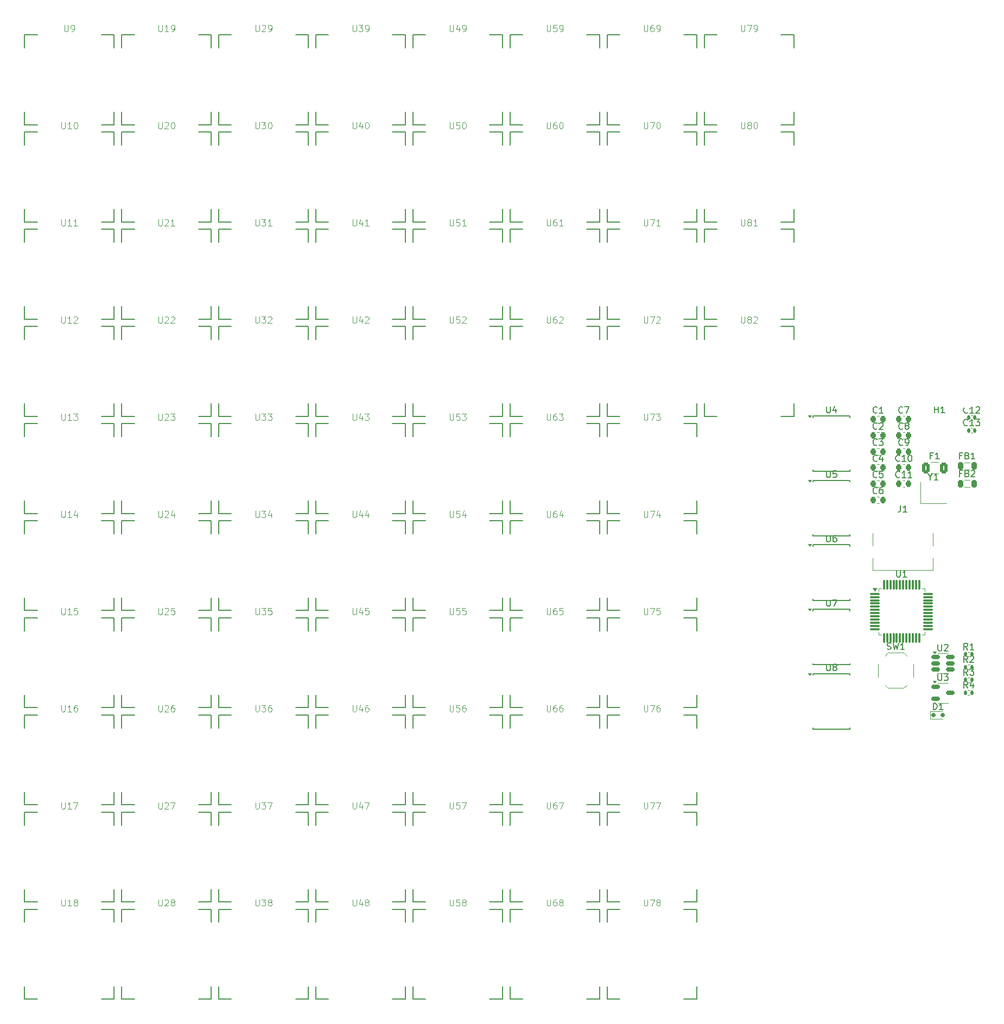
<source format=gbr>
%TF.GenerationSoftware,KiCad,Pcbnew,8.0.7*%
%TF.CreationDate,2024-12-29T17:24:51-05:00*%
%TF.ProjectId,HE75,48453735-2e6b-4696-9361-645f70636258,2.0.0*%
%TF.SameCoordinates,Original*%
%TF.FileFunction,Legend,Top*%
%TF.FilePolarity,Positive*%
%FSLAX46Y46*%
G04 Gerber Fmt 4.6, Leading zero omitted, Abs format (unit mm)*
G04 Created by KiCad (PCBNEW 8.0.7) date 2024-12-29 17:24:51*
%MOMM*%
%LPD*%
G01*
G04 APERTURE LIST*
G04 Aperture macros list*
%AMRoundRect*
0 Rectangle with rounded corners*
0 $1 Rounding radius*
0 $2 $3 $4 $5 $6 $7 $8 $9 X,Y pos of 4 corners*
0 Add a 4 corners polygon primitive as box body*
4,1,4,$2,$3,$4,$5,$6,$7,$8,$9,$2,$3,0*
0 Add four circle primitives for the rounded corners*
1,1,$1+$1,$2,$3*
1,1,$1+$1,$4,$5*
1,1,$1+$1,$6,$7*
1,1,$1+$1,$8,$9*
0 Add four rect primitives between the rounded corners*
20,1,$1+$1,$2,$3,$4,$5,0*
20,1,$1+$1,$4,$5,$6,$7,0*
20,1,$1+$1,$6,$7,$8,$9,0*
20,1,$1+$1,$8,$9,$2,$3,0*%
G04 Aperture macros list end*
%ADD10C,0.150000*%
%ADD11C,0.100000*%
%ADD12C,0.120000*%
%ADD13R,1.400000X1.200000*%
%ADD14C,1.750000*%
%ADD15R,1.750000X0.450000*%
%ADD16RoundRect,0.150000X-0.512500X-0.150000X0.512500X-0.150000X0.512500X0.150000X-0.512500X0.150000X0*%
%ADD17RoundRect,0.075000X-0.662500X-0.075000X0.662500X-0.075000X0.662500X0.075000X-0.662500X0.075000X0*%
%ADD18RoundRect,0.075000X-0.075000X-0.662500X0.075000X-0.662500X0.075000X0.662500X-0.075000X0.662500X0*%
%ADD19R,1.700000X1.000000*%
%ADD20C,3.987800*%
%ADD21C,3.048000*%
%ADD22RoundRect,0.135000X-0.135000X-0.185000X0.135000X-0.185000X0.135000X0.185000X-0.135000X0.185000X0*%
%ADD23C,0.650000*%
%ADD24R,0.600000X1.450000*%
%ADD25R,0.300000X1.450000*%
%ADD26O,1.000000X2.100000*%
%ADD27O,1.000000X1.600000*%
%ADD28C,3.600000*%
%ADD29C,5.600000*%
%ADD30RoundRect,0.218750X-0.218750X-0.381250X0.218750X-0.381250X0.218750X0.381250X-0.218750X0.381250X0*%
%ADD31RoundRect,0.250000X-0.375000X-0.625000X0.375000X-0.625000X0.375000X0.625000X-0.375000X0.625000X0*%
%ADD32RoundRect,0.150000X0.150000X0.200000X-0.150000X0.200000X-0.150000X-0.200000X0.150000X-0.200000X0*%
%ADD33RoundRect,0.140000X-0.140000X-0.170000X0.140000X-0.170000X0.140000X0.170000X-0.140000X0.170000X0*%
%ADD34RoundRect,0.225000X-0.225000X-0.250000X0.225000X-0.250000X0.225000X0.250000X-0.225000X0.250000X0*%
G04 APERTURE END LIST*
D10*
X159586255Y95876342D02*
X159586255Y95400151D01*
X159252922Y96400151D02*
X159586255Y95876342D01*
X159586255Y95876342D02*
X159919588Y96400151D01*
X160776731Y95400151D02*
X160205303Y95400151D01*
X160491017Y95400151D02*
X160491017Y96400151D01*
X160491017Y96400151D02*
X160395779Y96257294D01*
X160395779Y96257294D02*
X160300541Y96162056D01*
X160300541Y96162056D02*
X160205303Y96114437D01*
D11*
X130054351Y120857551D02*
X130054351Y120048028D01*
X130054351Y120048028D02*
X130101970Y119952790D01*
X130101970Y119952790D02*
X130149589Y119905171D01*
X130149589Y119905171D02*
X130244827Y119857551D01*
X130244827Y119857551D02*
X130435303Y119857551D01*
X130435303Y119857551D02*
X130530541Y119905171D01*
X130530541Y119905171D02*
X130578160Y119952790D01*
X130578160Y119952790D02*
X130625779Y120048028D01*
X130625779Y120048028D02*
X130625779Y120857551D01*
X131244827Y120428980D02*
X131149589Y120476599D01*
X131149589Y120476599D02*
X131101970Y120524218D01*
X131101970Y120524218D02*
X131054351Y120619456D01*
X131054351Y120619456D02*
X131054351Y120667075D01*
X131054351Y120667075D02*
X131101970Y120762313D01*
X131101970Y120762313D02*
X131149589Y120809932D01*
X131149589Y120809932D02*
X131244827Y120857551D01*
X131244827Y120857551D02*
X131435303Y120857551D01*
X131435303Y120857551D02*
X131530541Y120809932D01*
X131530541Y120809932D02*
X131578160Y120762313D01*
X131578160Y120762313D02*
X131625779Y120667075D01*
X131625779Y120667075D02*
X131625779Y120619456D01*
X131625779Y120619456D02*
X131578160Y120524218D01*
X131578160Y120524218D02*
X131530541Y120476599D01*
X131530541Y120476599D02*
X131435303Y120428980D01*
X131435303Y120428980D02*
X131244827Y120428980D01*
X131244827Y120428980D02*
X131149589Y120381361D01*
X131149589Y120381361D02*
X131101970Y120333742D01*
X131101970Y120333742D02*
X131054351Y120238504D01*
X131054351Y120238504D02*
X131054351Y120048028D01*
X131054351Y120048028D02*
X131101970Y119952790D01*
X131101970Y119952790D02*
X131149589Y119905171D01*
X131149589Y119905171D02*
X131244827Y119857551D01*
X131244827Y119857551D02*
X131435303Y119857551D01*
X131435303Y119857551D02*
X131530541Y119905171D01*
X131530541Y119905171D02*
X131578160Y119952790D01*
X131578160Y119952790D02*
X131625779Y120048028D01*
X131625779Y120048028D02*
X131625779Y120238504D01*
X131625779Y120238504D02*
X131578160Y120333742D01*
X131578160Y120333742D02*
X131530541Y120381361D01*
X131530541Y120381361D02*
X131435303Y120428980D01*
X132006732Y120762313D02*
X132054351Y120809932D01*
X132054351Y120809932D02*
X132149589Y120857551D01*
X132149589Y120857551D02*
X132387684Y120857551D01*
X132387684Y120857551D02*
X132482922Y120809932D01*
X132482922Y120809932D02*
X132530541Y120762313D01*
X132530541Y120762313D02*
X132578160Y120667075D01*
X132578160Y120667075D02*
X132578160Y120571837D01*
X132578160Y120571837D02*
X132530541Y120428980D01*
X132530541Y120428980D02*
X131959113Y119857551D01*
X131959113Y119857551D02*
X132578160Y119857551D01*
X130054351Y136007551D02*
X130054351Y135198028D01*
X130054351Y135198028D02*
X130101970Y135102790D01*
X130101970Y135102790D02*
X130149589Y135055171D01*
X130149589Y135055171D02*
X130244827Y135007551D01*
X130244827Y135007551D02*
X130435303Y135007551D01*
X130435303Y135007551D02*
X130530541Y135055171D01*
X130530541Y135055171D02*
X130578160Y135102790D01*
X130578160Y135102790D02*
X130625779Y135198028D01*
X130625779Y135198028D02*
X130625779Y136007551D01*
X131244827Y135578980D02*
X131149589Y135626599D01*
X131149589Y135626599D02*
X131101970Y135674218D01*
X131101970Y135674218D02*
X131054351Y135769456D01*
X131054351Y135769456D02*
X131054351Y135817075D01*
X131054351Y135817075D02*
X131101970Y135912313D01*
X131101970Y135912313D02*
X131149589Y135959932D01*
X131149589Y135959932D02*
X131244827Y136007551D01*
X131244827Y136007551D02*
X131435303Y136007551D01*
X131435303Y136007551D02*
X131530541Y135959932D01*
X131530541Y135959932D02*
X131578160Y135912313D01*
X131578160Y135912313D02*
X131625779Y135817075D01*
X131625779Y135817075D02*
X131625779Y135769456D01*
X131625779Y135769456D02*
X131578160Y135674218D01*
X131578160Y135674218D02*
X131530541Y135626599D01*
X131530541Y135626599D02*
X131435303Y135578980D01*
X131435303Y135578980D02*
X131244827Y135578980D01*
X131244827Y135578980D02*
X131149589Y135531361D01*
X131149589Y135531361D02*
X131101970Y135483742D01*
X131101970Y135483742D02*
X131054351Y135388504D01*
X131054351Y135388504D02*
X131054351Y135198028D01*
X131054351Y135198028D02*
X131101970Y135102790D01*
X131101970Y135102790D02*
X131149589Y135055171D01*
X131149589Y135055171D02*
X131244827Y135007551D01*
X131244827Y135007551D02*
X131435303Y135007551D01*
X131435303Y135007551D02*
X131530541Y135055171D01*
X131530541Y135055171D02*
X131578160Y135102790D01*
X131578160Y135102790D02*
X131625779Y135198028D01*
X131625779Y135198028D02*
X131625779Y135388504D01*
X131625779Y135388504D02*
X131578160Y135483742D01*
X131578160Y135483742D02*
X131530541Y135531361D01*
X131530541Y135531361D02*
X131435303Y135578980D01*
X132578160Y135007551D02*
X132006732Y135007551D01*
X132292446Y135007551D02*
X132292446Y136007551D01*
X132292446Y136007551D02*
X132197208Y135864694D01*
X132197208Y135864694D02*
X132101970Y135769456D01*
X132101970Y135769456D02*
X132006732Y135721837D01*
X130054351Y151157551D02*
X130054351Y150348028D01*
X130054351Y150348028D02*
X130101970Y150252790D01*
X130101970Y150252790D02*
X130149589Y150205171D01*
X130149589Y150205171D02*
X130244827Y150157551D01*
X130244827Y150157551D02*
X130435303Y150157551D01*
X130435303Y150157551D02*
X130530541Y150205171D01*
X130530541Y150205171D02*
X130578160Y150252790D01*
X130578160Y150252790D02*
X130625779Y150348028D01*
X130625779Y150348028D02*
X130625779Y151157551D01*
X131244827Y150728980D02*
X131149589Y150776599D01*
X131149589Y150776599D02*
X131101970Y150824218D01*
X131101970Y150824218D02*
X131054351Y150919456D01*
X131054351Y150919456D02*
X131054351Y150967075D01*
X131054351Y150967075D02*
X131101970Y151062313D01*
X131101970Y151062313D02*
X131149589Y151109932D01*
X131149589Y151109932D02*
X131244827Y151157551D01*
X131244827Y151157551D02*
X131435303Y151157551D01*
X131435303Y151157551D02*
X131530541Y151109932D01*
X131530541Y151109932D02*
X131578160Y151062313D01*
X131578160Y151062313D02*
X131625779Y150967075D01*
X131625779Y150967075D02*
X131625779Y150919456D01*
X131625779Y150919456D02*
X131578160Y150824218D01*
X131578160Y150824218D02*
X131530541Y150776599D01*
X131530541Y150776599D02*
X131435303Y150728980D01*
X131435303Y150728980D02*
X131244827Y150728980D01*
X131244827Y150728980D02*
X131149589Y150681361D01*
X131149589Y150681361D02*
X131101970Y150633742D01*
X131101970Y150633742D02*
X131054351Y150538504D01*
X131054351Y150538504D02*
X131054351Y150348028D01*
X131054351Y150348028D02*
X131101970Y150252790D01*
X131101970Y150252790D02*
X131149589Y150205171D01*
X131149589Y150205171D02*
X131244827Y150157551D01*
X131244827Y150157551D02*
X131435303Y150157551D01*
X131435303Y150157551D02*
X131530541Y150205171D01*
X131530541Y150205171D02*
X131578160Y150252790D01*
X131578160Y150252790D02*
X131625779Y150348028D01*
X131625779Y150348028D02*
X131625779Y150538504D01*
X131625779Y150538504D02*
X131578160Y150633742D01*
X131578160Y150633742D02*
X131530541Y150681361D01*
X131530541Y150681361D02*
X131435303Y150728980D01*
X132244827Y151157551D02*
X132340065Y151157551D01*
X132340065Y151157551D02*
X132435303Y151109932D01*
X132435303Y151109932D02*
X132482922Y151062313D01*
X132482922Y151062313D02*
X132530541Y150967075D01*
X132530541Y150967075D02*
X132578160Y150776599D01*
X132578160Y150776599D02*
X132578160Y150538504D01*
X132578160Y150538504D02*
X132530541Y150348028D01*
X132530541Y150348028D02*
X132482922Y150252790D01*
X132482922Y150252790D02*
X132435303Y150205171D01*
X132435303Y150205171D02*
X132340065Y150157551D01*
X132340065Y150157551D02*
X132244827Y150157551D01*
X132244827Y150157551D02*
X132149589Y150205171D01*
X132149589Y150205171D02*
X132101970Y150252790D01*
X132101970Y150252790D02*
X132054351Y150348028D01*
X132054351Y150348028D02*
X132006732Y150538504D01*
X132006732Y150538504D02*
X132006732Y150776599D01*
X132006732Y150776599D02*
X132054351Y150967075D01*
X132054351Y150967075D02*
X132101970Y151062313D01*
X132101970Y151062313D02*
X132149589Y151109932D01*
X132149589Y151109932D02*
X132244827Y151157551D01*
X130054351Y166307551D02*
X130054351Y165498028D01*
X130054351Y165498028D02*
X130101970Y165402790D01*
X130101970Y165402790D02*
X130149589Y165355171D01*
X130149589Y165355171D02*
X130244827Y165307551D01*
X130244827Y165307551D02*
X130435303Y165307551D01*
X130435303Y165307551D02*
X130530541Y165355171D01*
X130530541Y165355171D02*
X130578160Y165402790D01*
X130578160Y165402790D02*
X130625779Y165498028D01*
X130625779Y165498028D02*
X130625779Y166307551D01*
X131006732Y166307551D02*
X131673398Y166307551D01*
X131673398Y166307551D02*
X131244827Y165307551D01*
X132101970Y165307551D02*
X132292446Y165307551D01*
X132292446Y165307551D02*
X132387684Y165355171D01*
X132387684Y165355171D02*
X132435303Y165402790D01*
X132435303Y165402790D02*
X132530541Y165545647D01*
X132530541Y165545647D02*
X132578160Y165736123D01*
X132578160Y165736123D02*
X132578160Y166117075D01*
X132578160Y166117075D02*
X132530541Y166212313D01*
X132530541Y166212313D02*
X132482922Y166259932D01*
X132482922Y166259932D02*
X132387684Y166307551D01*
X132387684Y166307551D02*
X132197208Y166307551D01*
X132197208Y166307551D02*
X132101970Y166259932D01*
X132101970Y166259932D02*
X132054351Y166212313D01*
X132054351Y166212313D02*
X132006732Y166117075D01*
X132006732Y166117075D02*
X132006732Y165878980D01*
X132006732Y165878980D02*
X132054351Y165783742D01*
X132054351Y165783742D02*
X132101970Y165736123D01*
X132101970Y165736123D02*
X132197208Y165688504D01*
X132197208Y165688504D02*
X132387684Y165688504D01*
X132387684Y165688504D02*
X132482922Y165736123D01*
X132482922Y165736123D02*
X132530541Y165783742D01*
X132530541Y165783742D02*
X132578160Y165878980D01*
X114904351Y29957551D02*
X114904351Y29148028D01*
X114904351Y29148028D02*
X114951970Y29052790D01*
X114951970Y29052790D02*
X114999589Y29005171D01*
X114999589Y29005171D02*
X115094827Y28957551D01*
X115094827Y28957551D02*
X115285303Y28957551D01*
X115285303Y28957551D02*
X115380541Y29005171D01*
X115380541Y29005171D02*
X115428160Y29052790D01*
X115428160Y29052790D02*
X115475779Y29148028D01*
X115475779Y29148028D02*
X115475779Y29957551D01*
X115856732Y29957551D02*
X116523398Y29957551D01*
X116523398Y29957551D02*
X116094827Y28957551D01*
X117047208Y29528980D02*
X116951970Y29576599D01*
X116951970Y29576599D02*
X116904351Y29624218D01*
X116904351Y29624218D02*
X116856732Y29719456D01*
X116856732Y29719456D02*
X116856732Y29767075D01*
X116856732Y29767075D02*
X116904351Y29862313D01*
X116904351Y29862313D02*
X116951970Y29909932D01*
X116951970Y29909932D02*
X117047208Y29957551D01*
X117047208Y29957551D02*
X117237684Y29957551D01*
X117237684Y29957551D02*
X117332922Y29909932D01*
X117332922Y29909932D02*
X117380541Y29862313D01*
X117380541Y29862313D02*
X117428160Y29767075D01*
X117428160Y29767075D02*
X117428160Y29719456D01*
X117428160Y29719456D02*
X117380541Y29624218D01*
X117380541Y29624218D02*
X117332922Y29576599D01*
X117332922Y29576599D02*
X117237684Y29528980D01*
X117237684Y29528980D02*
X117047208Y29528980D01*
X117047208Y29528980D02*
X116951970Y29481361D01*
X116951970Y29481361D02*
X116904351Y29433742D01*
X116904351Y29433742D02*
X116856732Y29338504D01*
X116856732Y29338504D02*
X116856732Y29148028D01*
X116856732Y29148028D02*
X116904351Y29052790D01*
X116904351Y29052790D02*
X116951970Y29005171D01*
X116951970Y29005171D02*
X117047208Y28957551D01*
X117047208Y28957551D02*
X117237684Y28957551D01*
X117237684Y28957551D02*
X117332922Y29005171D01*
X117332922Y29005171D02*
X117380541Y29052790D01*
X117380541Y29052790D02*
X117428160Y29148028D01*
X117428160Y29148028D02*
X117428160Y29338504D01*
X117428160Y29338504D02*
X117380541Y29433742D01*
X117380541Y29433742D02*
X117332922Y29481361D01*
X117332922Y29481361D02*
X117237684Y29528980D01*
X114904351Y45107551D02*
X114904351Y44298028D01*
X114904351Y44298028D02*
X114951970Y44202790D01*
X114951970Y44202790D02*
X114999589Y44155171D01*
X114999589Y44155171D02*
X115094827Y44107551D01*
X115094827Y44107551D02*
X115285303Y44107551D01*
X115285303Y44107551D02*
X115380541Y44155171D01*
X115380541Y44155171D02*
X115428160Y44202790D01*
X115428160Y44202790D02*
X115475779Y44298028D01*
X115475779Y44298028D02*
X115475779Y45107551D01*
X115856732Y45107551D02*
X116523398Y45107551D01*
X116523398Y45107551D02*
X116094827Y44107551D01*
X116809113Y45107551D02*
X117475779Y45107551D01*
X117475779Y45107551D02*
X117047208Y44107551D01*
X114904351Y60257551D02*
X114904351Y59448028D01*
X114904351Y59448028D02*
X114951970Y59352790D01*
X114951970Y59352790D02*
X114999589Y59305171D01*
X114999589Y59305171D02*
X115094827Y59257551D01*
X115094827Y59257551D02*
X115285303Y59257551D01*
X115285303Y59257551D02*
X115380541Y59305171D01*
X115380541Y59305171D02*
X115428160Y59352790D01*
X115428160Y59352790D02*
X115475779Y59448028D01*
X115475779Y59448028D02*
X115475779Y60257551D01*
X115856732Y60257551D02*
X116523398Y60257551D01*
X116523398Y60257551D02*
X116094827Y59257551D01*
X117332922Y60257551D02*
X117142446Y60257551D01*
X117142446Y60257551D02*
X117047208Y60209932D01*
X117047208Y60209932D02*
X116999589Y60162313D01*
X116999589Y60162313D02*
X116904351Y60019456D01*
X116904351Y60019456D02*
X116856732Y59828980D01*
X116856732Y59828980D02*
X116856732Y59448028D01*
X116856732Y59448028D02*
X116904351Y59352790D01*
X116904351Y59352790D02*
X116951970Y59305171D01*
X116951970Y59305171D02*
X117047208Y59257551D01*
X117047208Y59257551D02*
X117237684Y59257551D01*
X117237684Y59257551D02*
X117332922Y59305171D01*
X117332922Y59305171D02*
X117380541Y59352790D01*
X117380541Y59352790D02*
X117428160Y59448028D01*
X117428160Y59448028D02*
X117428160Y59686123D01*
X117428160Y59686123D02*
X117380541Y59781361D01*
X117380541Y59781361D02*
X117332922Y59828980D01*
X117332922Y59828980D02*
X117237684Y59876599D01*
X117237684Y59876599D02*
X117047208Y59876599D01*
X117047208Y59876599D02*
X116951970Y59828980D01*
X116951970Y59828980D02*
X116904351Y59781361D01*
X116904351Y59781361D02*
X116856732Y59686123D01*
X114904351Y75407551D02*
X114904351Y74598028D01*
X114904351Y74598028D02*
X114951970Y74502790D01*
X114951970Y74502790D02*
X114999589Y74455171D01*
X114999589Y74455171D02*
X115094827Y74407551D01*
X115094827Y74407551D02*
X115285303Y74407551D01*
X115285303Y74407551D02*
X115380541Y74455171D01*
X115380541Y74455171D02*
X115428160Y74502790D01*
X115428160Y74502790D02*
X115475779Y74598028D01*
X115475779Y74598028D02*
X115475779Y75407551D01*
X115856732Y75407551D02*
X116523398Y75407551D01*
X116523398Y75407551D02*
X116094827Y74407551D01*
X117380541Y75407551D02*
X116904351Y75407551D01*
X116904351Y75407551D02*
X116856732Y74931361D01*
X116856732Y74931361D02*
X116904351Y74978980D01*
X116904351Y74978980D02*
X116999589Y75026599D01*
X116999589Y75026599D02*
X117237684Y75026599D01*
X117237684Y75026599D02*
X117332922Y74978980D01*
X117332922Y74978980D02*
X117380541Y74931361D01*
X117380541Y74931361D02*
X117428160Y74836123D01*
X117428160Y74836123D02*
X117428160Y74598028D01*
X117428160Y74598028D02*
X117380541Y74502790D01*
X117380541Y74502790D02*
X117332922Y74455171D01*
X117332922Y74455171D02*
X117237684Y74407551D01*
X117237684Y74407551D02*
X116999589Y74407551D01*
X116999589Y74407551D02*
X116904351Y74455171D01*
X116904351Y74455171D02*
X116856732Y74502790D01*
X114904351Y90557551D02*
X114904351Y89748028D01*
X114904351Y89748028D02*
X114951970Y89652790D01*
X114951970Y89652790D02*
X114999589Y89605171D01*
X114999589Y89605171D02*
X115094827Y89557551D01*
X115094827Y89557551D02*
X115285303Y89557551D01*
X115285303Y89557551D02*
X115380541Y89605171D01*
X115380541Y89605171D02*
X115428160Y89652790D01*
X115428160Y89652790D02*
X115475779Y89748028D01*
X115475779Y89748028D02*
X115475779Y90557551D01*
X115856732Y90557551D02*
X116523398Y90557551D01*
X116523398Y90557551D02*
X116094827Y89557551D01*
X117332922Y90224218D02*
X117332922Y89557551D01*
X117094827Y90605171D02*
X116856732Y89890885D01*
X116856732Y89890885D02*
X117475779Y89890885D01*
X114904351Y105707551D02*
X114904351Y104898028D01*
X114904351Y104898028D02*
X114951970Y104802790D01*
X114951970Y104802790D02*
X114999589Y104755171D01*
X114999589Y104755171D02*
X115094827Y104707551D01*
X115094827Y104707551D02*
X115285303Y104707551D01*
X115285303Y104707551D02*
X115380541Y104755171D01*
X115380541Y104755171D02*
X115428160Y104802790D01*
X115428160Y104802790D02*
X115475779Y104898028D01*
X115475779Y104898028D02*
X115475779Y105707551D01*
X115856732Y105707551D02*
X116523398Y105707551D01*
X116523398Y105707551D02*
X116094827Y104707551D01*
X116809113Y105707551D02*
X117428160Y105707551D01*
X117428160Y105707551D02*
X117094827Y105326599D01*
X117094827Y105326599D02*
X117237684Y105326599D01*
X117237684Y105326599D02*
X117332922Y105278980D01*
X117332922Y105278980D02*
X117380541Y105231361D01*
X117380541Y105231361D02*
X117428160Y105136123D01*
X117428160Y105136123D02*
X117428160Y104898028D01*
X117428160Y104898028D02*
X117380541Y104802790D01*
X117380541Y104802790D02*
X117332922Y104755171D01*
X117332922Y104755171D02*
X117237684Y104707551D01*
X117237684Y104707551D02*
X116951970Y104707551D01*
X116951970Y104707551D02*
X116856732Y104755171D01*
X116856732Y104755171D02*
X116809113Y104802790D01*
X114904351Y120857551D02*
X114904351Y120048028D01*
X114904351Y120048028D02*
X114951970Y119952790D01*
X114951970Y119952790D02*
X114999589Y119905171D01*
X114999589Y119905171D02*
X115094827Y119857551D01*
X115094827Y119857551D02*
X115285303Y119857551D01*
X115285303Y119857551D02*
X115380541Y119905171D01*
X115380541Y119905171D02*
X115428160Y119952790D01*
X115428160Y119952790D02*
X115475779Y120048028D01*
X115475779Y120048028D02*
X115475779Y120857551D01*
X115856732Y120857551D02*
X116523398Y120857551D01*
X116523398Y120857551D02*
X116094827Y119857551D01*
X116856732Y120762313D02*
X116904351Y120809932D01*
X116904351Y120809932D02*
X116999589Y120857551D01*
X116999589Y120857551D02*
X117237684Y120857551D01*
X117237684Y120857551D02*
X117332922Y120809932D01*
X117332922Y120809932D02*
X117380541Y120762313D01*
X117380541Y120762313D02*
X117428160Y120667075D01*
X117428160Y120667075D02*
X117428160Y120571837D01*
X117428160Y120571837D02*
X117380541Y120428980D01*
X117380541Y120428980D02*
X116809113Y119857551D01*
X116809113Y119857551D02*
X117428160Y119857551D01*
X114904351Y136007551D02*
X114904351Y135198028D01*
X114904351Y135198028D02*
X114951970Y135102790D01*
X114951970Y135102790D02*
X114999589Y135055171D01*
X114999589Y135055171D02*
X115094827Y135007551D01*
X115094827Y135007551D02*
X115285303Y135007551D01*
X115285303Y135007551D02*
X115380541Y135055171D01*
X115380541Y135055171D02*
X115428160Y135102790D01*
X115428160Y135102790D02*
X115475779Y135198028D01*
X115475779Y135198028D02*
X115475779Y136007551D01*
X115856732Y136007551D02*
X116523398Y136007551D01*
X116523398Y136007551D02*
X116094827Y135007551D01*
X117428160Y135007551D02*
X116856732Y135007551D01*
X117142446Y135007551D02*
X117142446Y136007551D01*
X117142446Y136007551D02*
X117047208Y135864694D01*
X117047208Y135864694D02*
X116951970Y135769456D01*
X116951970Y135769456D02*
X116856732Y135721837D01*
X114904351Y151157551D02*
X114904351Y150348028D01*
X114904351Y150348028D02*
X114951970Y150252790D01*
X114951970Y150252790D02*
X114999589Y150205171D01*
X114999589Y150205171D02*
X115094827Y150157551D01*
X115094827Y150157551D02*
X115285303Y150157551D01*
X115285303Y150157551D02*
X115380541Y150205171D01*
X115380541Y150205171D02*
X115428160Y150252790D01*
X115428160Y150252790D02*
X115475779Y150348028D01*
X115475779Y150348028D02*
X115475779Y151157551D01*
X115856732Y151157551D02*
X116523398Y151157551D01*
X116523398Y151157551D02*
X116094827Y150157551D01*
X117094827Y151157551D02*
X117190065Y151157551D01*
X117190065Y151157551D02*
X117285303Y151109932D01*
X117285303Y151109932D02*
X117332922Y151062313D01*
X117332922Y151062313D02*
X117380541Y150967075D01*
X117380541Y150967075D02*
X117428160Y150776599D01*
X117428160Y150776599D02*
X117428160Y150538504D01*
X117428160Y150538504D02*
X117380541Y150348028D01*
X117380541Y150348028D02*
X117332922Y150252790D01*
X117332922Y150252790D02*
X117285303Y150205171D01*
X117285303Y150205171D02*
X117190065Y150157551D01*
X117190065Y150157551D02*
X117094827Y150157551D01*
X117094827Y150157551D02*
X116999589Y150205171D01*
X116999589Y150205171D02*
X116951970Y150252790D01*
X116951970Y150252790D02*
X116904351Y150348028D01*
X116904351Y150348028D02*
X116856732Y150538504D01*
X116856732Y150538504D02*
X116856732Y150776599D01*
X116856732Y150776599D02*
X116904351Y150967075D01*
X116904351Y150967075D02*
X116951970Y151062313D01*
X116951970Y151062313D02*
X116999589Y151109932D01*
X116999589Y151109932D02*
X117094827Y151157551D01*
X114904351Y166307551D02*
X114904351Y165498028D01*
X114904351Y165498028D02*
X114951970Y165402790D01*
X114951970Y165402790D02*
X114999589Y165355171D01*
X114999589Y165355171D02*
X115094827Y165307551D01*
X115094827Y165307551D02*
X115285303Y165307551D01*
X115285303Y165307551D02*
X115380541Y165355171D01*
X115380541Y165355171D02*
X115428160Y165402790D01*
X115428160Y165402790D02*
X115475779Y165498028D01*
X115475779Y165498028D02*
X115475779Y166307551D01*
X116380541Y166307551D02*
X116190065Y166307551D01*
X116190065Y166307551D02*
X116094827Y166259932D01*
X116094827Y166259932D02*
X116047208Y166212313D01*
X116047208Y166212313D02*
X115951970Y166069456D01*
X115951970Y166069456D02*
X115904351Y165878980D01*
X115904351Y165878980D02*
X115904351Y165498028D01*
X115904351Y165498028D02*
X115951970Y165402790D01*
X115951970Y165402790D02*
X115999589Y165355171D01*
X115999589Y165355171D02*
X116094827Y165307551D01*
X116094827Y165307551D02*
X116285303Y165307551D01*
X116285303Y165307551D02*
X116380541Y165355171D01*
X116380541Y165355171D02*
X116428160Y165402790D01*
X116428160Y165402790D02*
X116475779Y165498028D01*
X116475779Y165498028D02*
X116475779Y165736123D01*
X116475779Y165736123D02*
X116428160Y165831361D01*
X116428160Y165831361D02*
X116380541Y165878980D01*
X116380541Y165878980D02*
X116285303Y165926599D01*
X116285303Y165926599D02*
X116094827Y165926599D01*
X116094827Y165926599D02*
X115999589Y165878980D01*
X115999589Y165878980D02*
X115951970Y165831361D01*
X115951970Y165831361D02*
X115904351Y165736123D01*
X116951970Y165307551D02*
X117142446Y165307551D01*
X117142446Y165307551D02*
X117237684Y165355171D01*
X117237684Y165355171D02*
X117285303Y165402790D01*
X117285303Y165402790D02*
X117380541Y165545647D01*
X117380541Y165545647D02*
X117428160Y165736123D01*
X117428160Y165736123D02*
X117428160Y166117075D01*
X117428160Y166117075D02*
X117380541Y166212313D01*
X117380541Y166212313D02*
X117332922Y166259932D01*
X117332922Y166259932D02*
X117237684Y166307551D01*
X117237684Y166307551D02*
X117047208Y166307551D01*
X117047208Y166307551D02*
X116951970Y166259932D01*
X116951970Y166259932D02*
X116904351Y166212313D01*
X116904351Y166212313D02*
X116856732Y166117075D01*
X116856732Y166117075D02*
X116856732Y165878980D01*
X116856732Y165878980D02*
X116904351Y165783742D01*
X116904351Y165783742D02*
X116951970Y165736123D01*
X116951970Y165736123D02*
X117047208Y165688504D01*
X117047208Y165688504D02*
X117237684Y165688504D01*
X117237684Y165688504D02*
X117332922Y165736123D01*
X117332922Y165736123D02*
X117380541Y165783742D01*
X117380541Y165783742D02*
X117428160Y165878980D01*
X99754351Y29957551D02*
X99754351Y29148028D01*
X99754351Y29148028D02*
X99801970Y29052790D01*
X99801970Y29052790D02*
X99849589Y29005171D01*
X99849589Y29005171D02*
X99944827Y28957551D01*
X99944827Y28957551D02*
X100135303Y28957551D01*
X100135303Y28957551D02*
X100230541Y29005171D01*
X100230541Y29005171D02*
X100278160Y29052790D01*
X100278160Y29052790D02*
X100325779Y29148028D01*
X100325779Y29148028D02*
X100325779Y29957551D01*
X101230541Y29957551D02*
X101040065Y29957551D01*
X101040065Y29957551D02*
X100944827Y29909932D01*
X100944827Y29909932D02*
X100897208Y29862313D01*
X100897208Y29862313D02*
X100801970Y29719456D01*
X100801970Y29719456D02*
X100754351Y29528980D01*
X100754351Y29528980D02*
X100754351Y29148028D01*
X100754351Y29148028D02*
X100801970Y29052790D01*
X100801970Y29052790D02*
X100849589Y29005171D01*
X100849589Y29005171D02*
X100944827Y28957551D01*
X100944827Y28957551D02*
X101135303Y28957551D01*
X101135303Y28957551D02*
X101230541Y29005171D01*
X101230541Y29005171D02*
X101278160Y29052790D01*
X101278160Y29052790D02*
X101325779Y29148028D01*
X101325779Y29148028D02*
X101325779Y29386123D01*
X101325779Y29386123D02*
X101278160Y29481361D01*
X101278160Y29481361D02*
X101230541Y29528980D01*
X101230541Y29528980D02*
X101135303Y29576599D01*
X101135303Y29576599D02*
X100944827Y29576599D01*
X100944827Y29576599D02*
X100849589Y29528980D01*
X100849589Y29528980D02*
X100801970Y29481361D01*
X100801970Y29481361D02*
X100754351Y29386123D01*
X101897208Y29528980D02*
X101801970Y29576599D01*
X101801970Y29576599D02*
X101754351Y29624218D01*
X101754351Y29624218D02*
X101706732Y29719456D01*
X101706732Y29719456D02*
X101706732Y29767075D01*
X101706732Y29767075D02*
X101754351Y29862313D01*
X101754351Y29862313D02*
X101801970Y29909932D01*
X101801970Y29909932D02*
X101897208Y29957551D01*
X101897208Y29957551D02*
X102087684Y29957551D01*
X102087684Y29957551D02*
X102182922Y29909932D01*
X102182922Y29909932D02*
X102230541Y29862313D01*
X102230541Y29862313D02*
X102278160Y29767075D01*
X102278160Y29767075D02*
X102278160Y29719456D01*
X102278160Y29719456D02*
X102230541Y29624218D01*
X102230541Y29624218D02*
X102182922Y29576599D01*
X102182922Y29576599D02*
X102087684Y29528980D01*
X102087684Y29528980D02*
X101897208Y29528980D01*
X101897208Y29528980D02*
X101801970Y29481361D01*
X101801970Y29481361D02*
X101754351Y29433742D01*
X101754351Y29433742D02*
X101706732Y29338504D01*
X101706732Y29338504D02*
X101706732Y29148028D01*
X101706732Y29148028D02*
X101754351Y29052790D01*
X101754351Y29052790D02*
X101801970Y29005171D01*
X101801970Y29005171D02*
X101897208Y28957551D01*
X101897208Y28957551D02*
X102087684Y28957551D01*
X102087684Y28957551D02*
X102182922Y29005171D01*
X102182922Y29005171D02*
X102230541Y29052790D01*
X102230541Y29052790D02*
X102278160Y29148028D01*
X102278160Y29148028D02*
X102278160Y29338504D01*
X102278160Y29338504D02*
X102230541Y29433742D01*
X102230541Y29433742D02*
X102182922Y29481361D01*
X102182922Y29481361D02*
X102087684Y29528980D01*
X99754351Y45107551D02*
X99754351Y44298028D01*
X99754351Y44298028D02*
X99801970Y44202790D01*
X99801970Y44202790D02*
X99849589Y44155171D01*
X99849589Y44155171D02*
X99944827Y44107551D01*
X99944827Y44107551D02*
X100135303Y44107551D01*
X100135303Y44107551D02*
X100230541Y44155171D01*
X100230541Y44155171D02*
X100278160Y44202790D01*
X100278160Y44202790D02*
X100325779Y44298028D01*
X100325779Y44298028D02*
X100325779Y45107551D01*
X101230541Y45107551D02*
X101040065Y45107551D01*
X101040065Y45107551D02*
X100944827Y45059932D01*
X100944827Y45059932D02*
X100897208Y45012313D01*
X100897208Y45012313D02*
X100801970Y44869456D01*
X100801970Y44869456D02*
X100754351Y44678980D01*
X100754351Y44678980D02*
X100754351Y44298028D01*
X100754351Y44298028D02*
X100801970Y44202790D01*
X100801970Y44202790D02*
X100849589Y44155171D01*
X100849589Y44155171D02*
X100944827Y44107551D01*
X100944827Y44107551D02*
X101135303Y44107551D01*
X101135303Y44107551D02*
X101230541Y44155171D01*
X101230541Y44155171D02*
X101278160Y44202790D01*
X101278160Y44202790D02*
X101325779Y44298028D01*
X101325779Y44298028D02*
X101325779Y44536123D01*
X101325779Y44536123D02*
X101278160Y44631361D01*
X101278160Y44631361D02*
X101230541Y44678980D01*
X101230541Y44678980D02*
X101135303Y44726599D01*
X101135303Y44726599D02*
X100944827Y44726599D01*
X100944827Y44726599D02*
X100849589Y44678980D01*
X100849589Y44678980D02*
X100801970Y44631361D01*
X100801970Y44631361D02*
X100754351Y44536123D01*
X101659113Y45107551D02*
X102325779Y45107551D01*
X102325779Y45107551D02*
X101897208Y44107551D01*
X99754351Y60257551D02*
X99754351Y59448028D01*
X99754351Y59448028D02*
X99801970Y59352790D01*
X99801970Y59352790D02*
X99849589Y59305171D01*
X99849589Y59305171D02*
X99944827Y59257551D01*
X99944827Y59257551D02*
X100135303Y59257551D01*
X100135303Y59257551D02*
X100230541Y59305171D01*
X100230541Y59305171D02*
X100278160Y59352790D01*
X100278160Y59352790D02*
X100325779Y59448028D01*
X100325779Y59448028D02*
X100325779Y60257551D01*
X101230541Y60257551D02*
X101040065Y60257551D01*
X101040065Y60257551D02*
X100944827Y60209932D01*
X100944827Y60209932D02*
X100897208Y60162313D01*
X100897208Y60162313D02*
X100801970Y60019456D01*
X100801970Y60019456D02*
X100754351Y59828980D01*
X100754351Y59828980D02*
X100754351Y59448028D01*
X100754351Y59448028D02*
X100801970Y59352790D01*
X100801970Y59352790D02*
X100849589Y59305171D01*
X100849589Y59305171D02*
X100944827Y59257551D01*
X100944827Y59257551D02*
X101135303Y59257551D01*
X101135303Y59257551D02*
X101230541Y59305171D01*
X101230541Y59305171D02*
X101278160Y59352790D01*
X101278160Y59352790D02*
X101325779Y59448028D01*
X101325779Y59448028D02*
X101325779Y59686123D01*
X101325779Y59686123D02*
X101278160Y59781361D01*
X101278160Y59781361D02*
X101230541Y59828980D01*
X101230541Y59828980D02*
X101135303Y59876599D01*
X101135303Y59876599D02*
X100944827Y59876599D01*
X100944827Y59876599D02*
X100849589Y59828980D01*
X100849589Y59828980D02*
X100801970Y59781361D01*
X100801970Y59781361D02*
X100754351Y59686123D01*
X102182922Y60257551D02*
X101992446Y60257551D01*
X101992446Y60257551D02*
X101897208Y60209932D01*
X101897208Y60209932D02*
X101849589Y60162313D01*
X101849589Y60162313D02*
X101754351Y60019456D01*
X101754351Y60019456D02*
X101706732Y59828980D01*
X101706732Y59828980D02*
X101706732Y59448028D01*
X101706732Y59448028D02*
X101754351Y59352790D01*
X101754351Y59352790D02*
X101801970Y59305171D01*
X101801970Y59305171D02*
X101897208Y59257551D01*
X101897208Y59257551D02*
X102087684Y59257551D01*
X102087684Y59257551D02*
X102182922Y59305171D01*
X102182922Y59305171D02*
X102230541Y59352790D01*
X102230541Y59352790D02*
X102278160Y59448028D01*
X102278160Y59448028D02*
X102278160Y59686123D01*
X102278160Y59686123D02*
X102230541Y59781361D01*
X102230541Y59781361D02*
X102182922Y59828980D01*
X102182922Y59828980D02*
X102087684Y59876599D01*
X102087684Y59876599D02*
X101897208Y59876599D01*
X101897208Y59876599D02*
X101801970Y59828980D01*
X101801970Y59828980D02*
X101754351Y59781361D01*
X101754351Y59781361D02*
X101706732Y59686123D01*
X99754351Y75407551D02*
X99754351Y74598028D01*
X99754351Y74598028D02*
X99801970Y74502790D01*
X99801970Y74502790D02*
X99849589Y74455171D01*
X99849589Y74455171D02*
X99944827Y74407551D01*
X99944827Y74407551D02*
X100135303Y74407551D01*
X100135303Y74407551D02*
X100230541Y74455171D01*
X100230541Y74455171D02*
X100278160Y74502790D01*
X100278160Y74502790D02*
X100325779Y74598028D01*
X100325779Y74598028D02*
X100325779Y75407551D01*
X101230541Y75407551D02*
X101040065Y75407551D01*
X101040065Y75407551D02*
X100944827Y75359932D01*
X100944827Y75359932D02*
X100897208Y75312313D01*
X100897208Y75312313D02*
X100801970Y75169456D01*
X100801970Y75169456D02*
X100754351Y74978980D01*
X100754351Y74978980D02*
X100754351Y74598028D01*
X100754351Y74598028D02*
X100801970Y74502790D01*
X100801970Y74502790D02*
X100849589Y74455171D01*
X100849589Y74455171D02*
X100944827Y74407551D01*
X100944827Y74407551D02*
X101135303Y74407551D01*
X101135303Y74407551D02*
X101230541Y74455171D01*
X101230541Y74455171D02*
X101278160Y74502790D01*
X101278160Y74502790D02*
X101325779Y74598028D01*
X101325779Y74598028D02*
X101325779Y74836123D01*
X101325779Y74836123D02*
X101278160Y74931361D01*
X101278160Y74931361D02*
X101230541Y74978980D01*
X101230541Y74978980D02*
X101135303Y75026599D01*
X101135303Y75026599D02*
X100944827Y75026599D01*
X100944827Y75026599D02*
X100849589Y74978980D01*
X100849589Y74978980D02*
X100801970Y74931361D01*
X100801970Y74931361D02*
X100754351Y74836123D01*
X102230541Y75407551D02*
X101754351Y75407551D01*
X101754351Y75407551D02*
X101706732Y74931361D01*
X101706732Y74931361D02*
X101754351Y74978980D01*
X101754351Y74978980D02*
X101849589Y75026599D01*
X101849589Y75026599D02*
X102087684Y75026599D01*
X102087684Y75026599D02*
X102182922Y74978980D01*
X102182922Y74978980D02*
X102230541Y74931361D01*
X102230541Y74931361D02*
X102278160Y74836123D01*
X102278160Y74836123D02*
X102278160Y74598028D01*
X102278160Y74598028D02*
X102230541Y74502790D01*
X102230541Y74502790D02*
X102182922Y74455171D01*
X102182922Y74455171D02*
X102087684Y74407551D01*
X102087684Y74407551D02*
X101849589Y74407551D01*
X101849589Y74407551D02*
X101754351Y74455171D01*
X101754351Y74455171D02*
X101706732Y74502790D01*
X99754351Y90557551D02*
X99754351Y89748028D01*
X99754351Y89748028D02*
X99801970Y89652790D01*
X99801970Y89652790D02*
X99849589Y89605171D01*
X99849589Y89605171D02*
X99944827Y89557551D01*
X99944827Y89557551D02*
X100135303Y89557551D01*
X100135303Y89557551D02*
X100230541Y89605171D01*
X100230541Y89605171D02*
X100278160Y89652790D01*
X100278160Y89652790D02*
X100325779Y89748028D01*
X100325779Y89748028D02*
X100325779Y90557551D01*
X101230541Y90557551D02*
X101040065Y90557551D01*
X101040065Y90557551D02*
X100944827Y90509932D01*
X100944827Y90509932D02*
X100897208Y90462313D01*
X100897208Y90462313D02*
X100801970Y90319456D01*
X100801970Y90319456D02*
X100754351Y90128980D01*
X100754351Y90128980D02*
X100754351Y89748028D01*
X100754351Y89748028D02*
X100801970Y89652790D01*
X100801970Y89652790D02*
X100849589Y89605171D01*
X100849589Y89605171D02*
X100944827Y89557551D01*
X100944827Y89557551D02*
X101135303Y89557551D01*
X101135303Y89557551D02*
X101230541Y89605171D01*
X101230541Y89605171D02*
X101278160Y89652790D01*
X101278160Y89652790D02*
X101325779Y89748028D01*
X101325779Y89748028D02*
X101325779Y89986123D01*
X101325779Y89986123D02*
X101278160Y90081361D01*
X101278160Y90081361D02*
X101230541Y90128980D01*
X101230541Y90128980D02*
X101135303Y90176599D01*
X101135303Y90176599D02*
X100944827Y90176599D01*
X100944827Y90176599D02*
X100849589Y90128980D01*
X100849589Y90128980D02*
X100801970Y90081361D01*
X100801970Y90081361D02*
X100754351Y89986123D01*
X102182922Y90224218D02*
X102182922Y89557551D01*
X101944827Y90605171D02*
X101706732Y89890885D01*
X101706732Y89890885D02*
X102325779Y89890885D01*
X99754351Y105707551D02*
X99754351Y104898028D01*
X99754351Y104898028D02*
X99801970Y104802790D01*
X99801970Y104802790D02*
X99849589Y104755171D01*
X99849589Y104755171D02*
X99944827Y104707551D01*
X99944827Y104707551D02*
X100135303Y104707551D01*
X100135303Y104707551D02*
X100230541Y104755171D01*
X100230541Y104755171D02*
X100278160Y104802790D01*
X100278160Y104802790D02*
X100325779Y104898028D01*
X100325779Y104898028D02*
X100325779Y105707551D01*
X101230541Y105707551D02*
X101040065Y105707551D01*
X101040065Y105707551D02*
X100944827Y105659932D01*
X100944827Y105659932D02*
X100897208Y105612313D01*
X100897208Y105612313D02*
X100801970Y105469456D01*
X100801970Y105469456D02*
X100754351Y105278980D01*
X100754351Y105278980D02*
X100754351Y104898028D01*
X100754351Y104898028D02*
X100801970Y104802790D01*
X100801970Y104802790D02*
X100849589Y104755171D01*
X100849589Y104755171D02*
X100944827Y104707551D01*
X100944827Y104707551D02*
X101135303Y104707551D01*
X101135303Y104707551D02*
X101230541Y104755171D01*
X101230541Y104755171D02*
X101278160Y104802790D01*
X101278160Y104802790D02*
X101325779Y104898028D01*
X101325779Y104898028D02*
X101325779Y105136123D01*
X101325779Y105136123D02*
X101278160Y105231361D01*
X101278160Y105231361D02*
X101230541Y105278980D01*
X101230541Y105278980D02*
X101135303Y105326599D01*
X101135303Y105326599D02*
X100944827Y105326599D01*
X100944827Y105326599D02*
X100849589Y105278980D01*
X100849589Y105278980D02*
X100801970Y105231361D01*
X100801970Y105231361D02*
X100754351Y105136123D01*
X101659113Y105707551D02*
X102278160Y105707551D01*
X102278160Y105707551D02*
X101944827Y105326599D01*
X101944827Y105326599D02*
X102087684Y105326599D01*
X102087684Y105326599D02*
X102182922Y105278980D01*
X102182922Y105278980D02*
X102230541Y105231361D01*
X102230541Y105231361D02*
X102278160Y105136123D01*
X102278160Y105136123D02*
X102278160Y104898028D01*
X102278160Y104898028D02*
X102230541Y104802790D01*
X102230541Y104802790D02*
X102182922Y104755171D01*
X102182922Y104755171D02*
X102087684Y104707551D01*
X102087684Y104707551D02*
X101801970Y104707551D01*
X101801970Y104707551D02*
X101706732Y104755171D01*
X101706732Y104755171D02*
X101659113Y104802790D01*
X99754351Y120857551D02*
X99754351Y120048028D01*
X99754351Y120048028D02*
X99801970Y119952790D01*
X99801970Y119952790D02*
X99849589Y119905171D01*
X99849589Y119905171D02*
X99944827Y119857551D01*
X99944827Y119857551D02*
X100135303Y119857551D01*
X100135303Y119857551D02*
X100230541Y119905171D01*
X100230541Y119905171D02*
X100278160Y119952790D01*
X100278160Y119952790D02*
X100325779Y120048028D01*
X100325779Y120048028D02*
X100325779Y120857551D01*
X101230541Y120857551D02*
X101040065Y120857551D01*
X101040065Y120857551D02*
X100944827Y120809932D01*
X100944827Y120809932D02*
X100897208Y120762313D01*
X100897208Y120762313D02*
X100801970Y120619456D01*
X100801970Y120619456D02*
X100754351Y120428980D01*
X100754351Y120428980D02*
X100754351Y120048028D01*
X100754351Y120048028D02*
X100801970Y119952790D01*
X100801970Y119952790D02*
X100849589Y119905171D01*
X100849589Y119905171D02*
X100944827Y119857551D01*
X100944827Y119857551D02*
X101135303Y119857551D01*
X101135303Y119857551D02*
X101230541Y119905171D01*
X101230541Y119905171D02*
X101278160Y119952790D01*
X101278160Y119952790D02*
X101325779Y120048028D01*
X101325779Y120048028D02*
X101325779Y120286123D01*
X101325779Y120286123D02*
X101278160Y120381361D01*
X101278160Y120381361D02*
X101230541Y120428980D01*
X101230541Y120428980D02*
X101135303Y120476599D01*
X101135303Y120476599D02*
X100944827Y120476599D01*
X100944827Y120476599D02*
X100849589Y120428980D01*
X100849589Y120428980D02*
X100801970Y120381361D01*
X100801970Y120381361D02*
X100754351Y120286123D01*
X101706732Y120762313D02*
X101754351Y120809932D01*
X101754351Y120809932D02*
X101849589Y120857551D01*
X101849589Y120857551D02*
X102087684Y120857551D01*
X102087684Y120857551D02*
X102182922Y120809932D01*
X102182922Y120809932D02*
X102230541Y120762313D01*
X102230541Y120762313D02*
X102278160Y120667075D01*
X102278160Y120667075D02*
X102278160Y120571837D01*
X102278160Y120571837D02*
X102230541Y120428980D01*
X102230541Y120428980D02*
X101659113Y119857551D01*
X101659113Y119857551D02*
X102278160Y119857551D01*
X99754351Y136007551D02*
X99754351Y135198028D01*
X99754351Y135198028D02*
X99801970Y135102790D01*
X99801970Y135102790D02*
X99849589Y135055171D01*
X99849589Y135055171D02*
X99944827Y135007551D01*
X99944827Y135007551D02*
X100135303Y135007551D01*
X100135303Y135007551D02*
X100230541Y135055171D01*
X100230541Y135055171D02*
X100278160Y135102790D01*
X100278160Y135102790D02*
X100325779Y135198028D01*
X100325779Y135198028D02*
X100325779Y136007551D01*
X101230541Y136007551D02*
X101040065Y136007551D01*
X101040065Y136007551D02*
X100944827Y135959932D01*
X100944827Y135959932D02*
X100897208Y135912313D01*
X100897208Y135912313D02*
X100801970Y135769456D01*
X100801970Y135769456D02*
X100754351Y135578980D01*
X100754351Y135578980D02*
X100754351Y135198028D01*
X100754351Y135198028D02*
X100801970Y135102790D01*
X100801970Y135102790D02*
X100849589Y135055171D01*
X100849589Y135055171D02*
X100944827Y135007551D01*
X100944827Y135007551D02*
X101135303Y135007551D01*
X101135303Y135007551D02*
X101230541Y135055171D01*
X101230541Y135055171D02*
X101278160Y135102790D01*
X101278160Y135102790D02*
X101325779Y135198028D01*
X101325779Y135198028D02*
X101325779Y135436123D01*
X101325779Y135436123D02*
X101278160Y135531361D01*
X101278160Y135531361D02*
X101230541Y135578980D01*
X101230541Y135578980D02*
X101135303Y135626599D01*
X101135303Y135626599D02*
X100944827Y135626599D01*
X100944827Y135626599D02*
X100849589Y135578980D01*
X100849589Y135578980D02*
X100801970Y135531361D01*
X100801970Y135531361D02*
X100754351Y135436123D01*
X102278160Y135007551D02*
X101706732Y135007551D01*
X101992446Y135007551D02*
X101992446Y136007551D01*
X101992446Y136007551D02*
X101897208Y135864694D01*
X101897208Y135864694D02*
X101801970Y135769456D01*
X101801970Y135769456D02*
X101706732Y135721837D01*
X99754351Y151157551D02*
X99754351Y150348028D01*
X99754351Y150348028D02*
X99801970Y150252790D01*
X99801970Y150252790D02*
X99849589Y150205171D01*
X99849589Y150205171D02*
X99944827Y150157551D01*
X99944827Y150157551D02*
X100135303Y150157551D01*
X100135303Y150157551D02*
X100230541Y150205171D01*
X100230541Y150205171D02*
X100278160Y150252790D01*
X100278160Y150252790D02*
X100325779Y150348028D01*
X100325779Y150348028D02*
X100325779Y151157551D01*
X101230541Y151157551D02*
X101040065Y151157551D01*
X101040065Y151157551D02*
X100944827Y151109932D01*
X100944827Y151109932D02*
X100897208Y151062313D01*
X100897208Y151062313D02*
X100801970Y150919456D01*
X100801970Y150919456D02*
X100754351Y150728980D01*
X100754351Y150728980D02*
X100754351Y150348028D01*
X100754351Y150348028D02*
X100801970Y150252790D01*
X100801970Y150252790D02*
X100849589Y150205171D01*
X100849589Y150205171D02*
X100944827Y150157551D01*
X100944827Y150157551D02*
X101135303Y150157551D01*
X101135303Y150157551D02*
X101230541Y150205171D01*
X101230541Y150205171D02*
X101278160Y150252790D01*
X101278160Y150252790D02*
X101325779Y150348028D01*
X101325779Y150348028D02*
X101325779Y150586123D01*
X101325779Y150586123D02*
X101278160Y150681361D01*
X101278160Y150681361D02*
X101230541Y150728980D01*
X101230541Y150728980D02*
X101135303Y150776599D01*
X101135303Y150776599D02*
X100944827Y150776599D01*
X100944827Y150776599D02*
X100849589Y150728980D01*
X100849589Y150728980D02*
X100801970Y150681361D01*
X100801970Y150681361D02*
X100754351Y150586123D01*
X101944827Y151157551D02*
X102040065Y151157551D01*
X102040065Y151157551D02*
X102135303Y151109932D01*
X102135303Y151109932D02*
X102182922Y151062313D01*
X102182922Y151062313D02*
X102230541Y150967075D01*
X102230541Y150967075D02*
X102278160Y150776599D01*
X102278160Y150776599D02*
X102278160Y150538504D01*
X102278160Y150538504D02*
X102230541Y150348028D01*
X102230541Y150348028D02*
X102182922Y150252790D01*
X102182922Y150252790D02*
X102135303Y150205171D01*
X102135303Y150205171D02*
X102040065Y150157551D01*
X102040065Y150157551D02*
X101944827Y150157551D01*
X101944827Y150157551D02*
X101849589Y150205171D01*
X101849589Y150205171D02*
X101801970Y150252790D01*
X101801970Y150252790D02*
X101754351Y150348028D01*
X101754351Y150348028D02*
X101706732Y150538504D01*
X101706732Y150538504D02*
X101706732Y150776599D01*
X101706732Y150776599D02*
X101754351Y150967075D01*
X101754351Y150967075D02*
X101801970Y151062313D01*
X101801970Y151062313D02*
X101849589Y151109932D01*
X101849589Y151109932D02*
X101944827Y151157551D01*
X99754351Y166307551D02*
X99754351Y165498028D01*
X99754351Y165498028D02*
X99801970Y165402790D01*
X99801970Y165402790D02*
X99849589Y165355171D01*
X99849589Y165355171D02*
X99944827Y165307551D01*
X99944827Y165307551D02*
X100135303Y165307551D01*
X100135303Y165307551D02*
X100230541Y165355171D01*
X100230541Y165355171D02*
X100278160Y165402790D01*
X100278160Y165402790D02*
X100325779Y165498028D01*
X100325779Y165498028D02*
X100325779Y166307551D01*
X101278160Y166307551D02*
X100801970Y166307551D01*
X100801970Y166307551D02*
X100754351Y165831361D01*
X100754351Y165831361D02*
X100801970Y165878980D01*
X100801970Y165878980D02*
X100897208Y165926599D01*
X100897208Y165926599D02*
X101135303Y165926599D01*
X101135303Y165926599D02*
X101230541Y165878980D01*
X101230541Y165878980D02*
X101278160Y165831361D01*
X101278160Y165831361D02*
X101325779Y165736123D01*
X101325779Y165736123D02*
X101325779Y165498028D01*
X101325779Y165498028D02*
X101278160Y165402790D01*
X101278160Y165402790D02*
X101230541Y165355171D01*
X101230541Y165355171D02*
X101135303Y165307551D01*
X101135303Y165307551D02*
X100897208Y165307551D01*
X100897208Y165307551D02*
X100801970Y165355171D01*
X100801970Y165355171D02*
X100754351Y165402790D01*
X101801970Y165307551D02*
X101992446Y165307551D01*
X101992446Y165307551D02*
X102087684Y165355171D01*
X102087684Y165355171D02*
X102135303Y165402790D01*
X102135303Y165402790D02*
X102230541Y165545647D01*
X102230541Y165545647D02*
X102278160Y165736123D01*
X102278160Y165736123D02*
X102278160Y166117075D01*
X102278160Y166117075D02*
X102230541Y166212313D01*
X102230541Y166212313D02*
X102182922Y166259932D01*
X102182922Y166259932D02*
X102087684Y166307551D01*
X102087684Y166307551D02*
X101897208Y166307551D01*
X101897208Y166307551D02*
X101801970Y166259932D01*
X101801970Y166259932D02*
X101754351Y166212313D01*
X101754351Y166212313D02*
X101706732Y166117075D01*
X101706732Y166117075D02*
X101706732Y165878980D01*
X101706732Y165878980D02*
X101754351Y165783742D01*
X101754351Y165783742D02*
X101801970Y165736123D01*
X101801970Y165736123D02*
X101897208Y165688504D01*
X101897208Y165688504D02*
X102087684Y165688504D01*
X102087684Y165688504D02*
X102182922Y165736123D01*
X102182922Y165736123D02*
X102230541Y165783742D01*
X102230541Y165783742D02*
X102278160Y165878980D01*
X84604351Y29957551D02*
X84604351Y29148028D01*
X84604351Y29148028D02*
X84651970Y29052790D01*
X84651970Y29052790D02*
X84699589Y29005171D01*
X84699589Y29005171D02*
X84794827Y28957551D01*
X84794827Y28957551D02*
X84985303Y28957551D01*
X84985303Y28957551D02*
X85080541Y29005171D01*
X85080541Y29005171D02*
X85128160Y29052790D01*
X85128160Y29052790D02*
X85175779Y29148028D01*
X85175779Y29148028D02*
X85175779Y29957551D01*
X86128160Y29957551D02*
X85651970Y29957551D01*
X85651970Y29957551D02*
X85604351Y29481361D01*
X85604351Y29481361D02*
X85651970Y29528980D01*
X85651970Y29528980D02*
X85747208Y29576599D01*
X85747208Y29576599D02*
X85985303Y29576599D01*
X85985303Y29576599D02*
X86080541Y29528980D01*
X86080541Y29528980D02*
X86128160Y29481361D01*
X86128160Y29481361D02*
X86175779Y29386123D01*
X86175779Y29386123D02*
X86175779Y29148028D01*
X86175779Y29148028D02*
X86128160Y29052790D01*
X86128160Y29052790D02*
X86080541Y29005171D01*
X86080541Y29005171D02*
X85985303Y28957551D01*
X85985303Y28957551D02*
X85747208Y28957551D01*
X85747208Y28957551D02*
X85651970Y29005171D01*
X85651970Y29005171D02*
X85604351Y29052790D01*
X86747208Y29528980D02*
X86651970Y29576599D01*
X86651970Y29576599D02*
X86604351Y29624218D01*
X86604351Y29624218D02*
X86556732Y29719456D01*
X86556732Y29719456D02*
X86556732Y29767075D01*
X86556732Y29767075D02*
X86604351Y29862313D01*
X86604351Y29862313D02*
X86651970Y29909932D01*
X86651970Y29909932D02*
X86747208Y29957551D01*
X86747208Y29957551D02*
X86937684Y29957551D01*
X86937684Y29957551D02*
X87032922Y29909932D01*
X87032922Y29909932D02*
X87080541Y29862313D01*
X87080541Y29862313D02*
X87128160Y29767075D01*
X87128160Y29767075D02*
X87128160Y29719456D01*
X87128160Y29719456D02*
X87080541Y29624218D01*
X87080541Y29624218D02*
X87032922Y29576599D01*
X87032922Y29576599D02*
X86937684Y29528980D01*
X86937684Y29528980D02*
X86747208Y29528980D01*
X86747208Y29528980D02*
X86651970Y29481361D01*
X86651970Y29481361D02*
X86604351Y29433742D01*
X86604351Y29433742D02*
X86556732Y29338504D01*
X86556732Y29338504D02*
X86556732Y29148028D01*
X86556732Y29148028D02*
X86604351Y29052790D01*
X86604351Y29052790D02*
X86651970Y29005171D01*
X86651970Y29005171D02*
X86747208Y28957551D01*
X86747208Y28957551D02*
X86937684Y28957551D01*
X86937684Y28957551D02*
X87032922Y29005171D01*
X87032922Y29005171D02*
X87080541Y29052790D01*
X87080541Y29052790D02*
X87128160Y29148028D01*
X87128160Y29148028D02*
X87128160Y29338504D01*
X87128160Y29338504D02*
X87080541Y29433742D01*
X87080541Y29433742D02*
X87032922Y29481361D01*
X87032922Y29481361D02*
X86937684Y29528980D01*
X84604351Y45107551D02*
X84604351Y44298028D01*
X84604351Y44298028D02*
X84651970Y44202790D01*
X84651970Y44202790D02*
X84699589Y44155171D01*
X84699589Y44155171D02*
X84794827Y44107551D01*
X84794827Y44107551D02*
X84985303Y44107551D01*
X84985303Y44107551D02*
X85080541Y44155171D01*
X85080541Y44155171D02*
X85128160Y44202790D01*
X85128160Y44202790D02*
X85175779Y44298028D01*
X85175779Y44298028D02*
X85175779Y45107551D01*
X86128160Y45107551D02*
X85651970Y45107551D01*
X85651970Y45107551D02*
X85604351Y44631361D01*
X85604351Y44631361D02*
X85651970Y44678980D01*
X85651970Y44678980D02*
X85747208Y44726599D01*
X85747208Y44726599D02*
X85985303Y44726599D01*
X85985303Y44726599D02*
X86080541Y44678980D01*
X86080541Y44678980D02*
X86128160Y44631361D01*
X86128160Y44631361D02*
X86175779Y44536123D01*
X86175779Y44536123D02*
X86175779Y44298028D01*
X86175779Y44298028D02*
X86128160Y44202790D01*
X86128160Y44202790D02*
X86080541Y44155171D01*
X86080541Y44155171D02*
X85985303Y44107551D01*
X85985303Y44107551D02*
X85747208Y44107551D01*
X85747208Y44107551D02*
X85651970Y44155171D01*
X85651970Y44155171D02*
X85604351Y44202790D01*
X86509113Y45107551D02*
X87175779Y45107551D01*
X87175779Y45107551D02*
X86747208Y44107551D01*
X84604351Y60257551D02*
X84604351Y59448028D01*
X84604351Y59448028D02*
X84651970Y59352790D01*
X84651970Y59352790D02*
X84699589Y59305171D01*
X84699589Y59305171D02*
X84794827Y59257551D01*
X84794827Y59257551D02*
X84985303Y59257551D01*
X84985303Y59257551D02*
X85080541Y59305171D01*
X85080541Y59305171D02*
X85128160Y59352790D01*
X85128160Y59352790D02*
X85175779Y59448028D01*
X85175779Y59448028D02*
X85175779Y60257551D01*
X86128160Y60257551D02*
X85651970Y60257551D01*
X85651970Y60257551D02*
X85604351Y59781361D01*
X85604351Y59781361D02*
X85651970Y59828980D01*
X85651970Y59828980D02*
X85747208Y59876599D01*
X85747208Y59876599D02*
X85985303Y59876599D01*
X85985303Y59876599D02*
X86080541Y59828980D01*
X86080541Y59828980D02*
X86128160Y59781361D01*
X86128160Y59781361D02*
X86175779Y59686123D01*
X86175779Y59686123D02*
X86175779Y59448028D01*
X86175779Y59448028D02*
X86128160Y59352790D01*
X86128160Y59352790D02*
X86080541Y59305171D01*
X86080541Y59305171D02*
X85985303Y59257551D01*
X85985303Y59257551D02*
X85747208Y59257551D01*
X85747208Y59257551D02*
X85651970Y59305171D01*
X85651970Y59305171D02*
X85604351Y59352790D01*
X87032922Y60257551D02*
X86842446Y60257551D01*
X86842446Y60257551D02*
X86747208Y60209932D01*
X86747208Y60209932D02*
X86699589Y60162313D01*
X86699589Y60162313D02*
X86604351Y60019456D01*
X86604351Y60019456D02*
X86556732Y59828980D01*
X86556732Y59828980D02*
X86556732Y59448028D01*
X86556732Y59448028D02*
X86604351Y59352790D01*
X86604351Y59352790D02*
X86651970Y59305171D01*
X86651970Y59305171D02*
X86747208Y59257551D01*
X86747208Y59257551D02*
X86937684Y59257551D01*
X86937684Y59257551D02*
X87032922Y59305171D01*
X87032922Y59305171D02*
X87080541Y59352790D01*
X87080541Y59352790D02*
X87128160Y59448028D01*
X87128160Y59448028D02*
X87128160Y59686123D01*
X87128160Y59686123D02*
X87080541Y59781361D01*
X87080541Y59781361D02*
X87032922Y59828980D01*
X87032922Y59828980D02*
X86937684Y59876599D01*
X86937684Y59876599D02*
X86747208Y59876599D01*
X86747208Y59876599D02*
X86651970Y59828980D01*
X86651970Y59828980D02*
X86604351Y59781361D01*
X86604351Y59781361D02*
X86556732Y59686123D01*
X84604351Y75407551D02*
X84604351Y74598028D01*
X84604351Y74598028D02*
X84651970Y74502790D01*
X84651970Y74502790D02*
X84699589Y74455171D01*
X84699589Y74455171D02*
X84794827Y74407551D01*
X84794827Y74407551D02*
X84985303Y74407551D01*
X84985303Y74407551D02*
X85080541Y74455171D01*
X85080541Y74455171D02*
X85128160Y74502790D01*
X85128160Y74502790D02*
X85175779Y74598028D01*
X85175779Y74598028D02*
X85175779Y75407551D01*
X86128160Y75407551D02*
X85651970Y75407551D01*
X85651970Y75407551D02*
X85604351Y74931361D01*
X85604351Y74931361D02*
X85651970Y74978980D01*
X85651970Y74978980D02*
X85747208Y75026599D01*
X85747208Y75026599D02*
X85985303Y75026599D01*
X85985303Y75026599D02*
X86080541Y74978980D01*
X86080541Y74978980D02*
X86128160Y74931361D01*
X86128160Y74931361D02*
X86175779Y74836123D01*
X86175779Y74836123D02*
X86175779Y74598028D01*
X86175779Y74598028D02*
X86128160Y74502790D01*
X86128160Y74502790D02*
X86080541Y74455171D01*
X86080541Y74455171D02*
X85985303Y74407551D01*
X85985303Y74407551D02*
X85747208Y74407551D01*
X85747208Y74407551D02*
X85651970Y74455171D01*
X85651970Y74455171D02*
X85604351Y74502790D01*
X87080541Y75407551D02*
X86604351Y75407551D01*
X86604351Y75407551D02*
X86556732Y74931361D01*
X86556732Y74931361D02*
X86604351Y74978980D01*
X86604351Y74978980D02*
X86699589Y75026599D01*
X86699589Y75026599D02*
X86937684Y75026599D01*
X86937684Y75026599D02*
X87032922Y74978980D01*
X87032922Y74978980D02*
X87080541Y74931361D01*
X87080541Y74931361D02*
X87128160Y74836123D01*
X87128160Y74836123D02*
X87128160Y74598028D01*
X87128160Y74598028D02*
X87080541Y74502790D01*
X87080541Y74502790D02*
X87032922Y74455171D01*
X87032922Y74455171D02*
X86937684Y74407551D01*
X86937684Y74407551D02*
X86699589Y74407551D01*
X86699589Y74407551D02*
X86604351Y74455171D01*
X86604351Y74455171D02*
X86556732Y74502790D01*
X84604351Y90557551D02*
X84604351Y89748028D01*
X84604351Y89748028D02*
X84651970Y89652790D01*
X84651970Y89652790D02*
X84699589Y89605171D01*
X84699589Y89605171D02*
X84794827Y89557551D01*
X84794827Y89557551D02*
X84985303Y89557551D01*
X84985303Y89557551D02*
X85080541Y89605171D01*
X85080541Y89605171D02*
X85128160Y89652790D01*
X85128160Y89652790D02*
X85175779Y89748028D01*
X85175779Y89748028D02*
X85175779Y90557551D01*
X86128160Y90557551D02*
X85651970Y90557551D01*
X85651970Y90557551D02*
X85604351Y90081361D01*
X85604351Y90081361D02*
X85651970Y90128980D01*
X85651970Y90128980D02*
X85747208Y90176599D01*
X85747208Y90176599D02*
X85985303Y90176599D01*
X85985303Y90176599D02*
X86080541Y90128980D01*
X86080541Y90128980D02*
X86128160Y90081361D01*
X86128160Y90081361D02*
X86175779Y89986123D01*
X86175779Y89986123D02*
X86175779Y89748028D01*
X86175779Y89748028D02*
X86128160Y89652790D01*
X86128160Y89652790D02*
X86080541Y89605171D01*
X86080541Y89605171D02*
X85985303Y89557551D01*
X85985303Y89557551D02*
X85747208Y89557551D01*
X85747208Y89557551D02*
X85651970Y89605171D01*
X85651970Y89605171D02*
X85604351Y89652790D01*
X87032922Y90224218D02*
X87032922Y89557551D01*
X86794827Y90605171D02*
X86556732Y89890885D01*
X86556732Y89890885D02*
X87175779Y89890885D01*
X84604351Y105707551D02*
X84604351Y104898028D01*
X84604351Y104898028D02*
X84651970Y104802790D01*
X84651970Y104802790D02*
X84699589Y104755171D01*
X84699589Y104755171D02*
X84794827Y104707551D01*
X84794827Y104707551D02*
X84985303Y104707551D01*
X84985303Y104707551D02*
X85080541Y104755171D01*
X85080541Y104755171D02*
X85128160Y104802790D01*
X85128160Y104802790D02*
X85175779Y104898028D01*
X85175779Y104898028D02*
X85175779Y105707551D01*
X86128160Y105707551D02*
X85651970Y105707551D01*
X85651970Y105707551D02*
X85604351Y105231361D01*
X85604351Y105231361D02*
X85651970Y105278980D01*
X85651970Y105278980D02*
X85747208Y105326599D01*
X85747208Y105326599D02*
X85985303Y105326599D01*
X85985303Y105326599D02*
X86080541Y105278980D01*
X86080541Y105278980D02*
X86128160Y105231361D01*
X86128160Y105231361D02*
X86175779Y105136123D01*
X86175779Y105136123D02*
X86175779Y104898028D01*
X86175779Y104898028D02*
X86128160Y104802790D01*
X86128160Y104802790D02*
X86080541Y104755171D01*
X86080541Y104755171D02*
X85985303Y104707551D01*
X85985303Y104707551D02*
X85747208Y104707551D01*
X85747208Y104707551D02*
X85651970Y104755171D01*
X85651970Y104755171D02*
X85604351Y104802790D01*
X86509113Y105707551D02*
X87128160Y105707551D01*
X87128160Y105707551D02*
X86794827Y105326599D01*
X86794827Y105326599D02*
X86937684Y105326599D01*
X86937684Y105326599D02*
X87032922Y105278980D01*
X87032922Y105278980D02*
X87080541Y105231361D01*
X87080541Y105231361D02*
X87128160Y105136123D01*
X87128160Y105136123D02*
X87128160Y104898028D01*
X87128160Y104898028D02*
X87080541Y104802790D01*
X87080541Y104802790D02*
X87032922Y104755171D01*
X87032922Y104755171D02*
X86937684Y104707551D01*
X86937684Y104707551D02*
X86651970Y104707551D01*
X86651970Y104707551D02*
X86556732Y104755171D01*
X86556732Y104755171D02*
X86509113Y104802790D01*
X84604351Y120857551D02*
X84604351Y120048028D01*
X84604351Y120048028D02*
X84651970Y119952790D01*
X84651970Y119952790D02*
X84699589Y119905171D01*
X84699589Y119905171D02*
X84794827Y119857551D01*
X84794827Y119857551D02*
X84985303Y119857551D01*
X84985303Y119857551D02*
X85080541Y119905171D01*
X85080541Y119905171D02*
X85128160Y119952790D01*
X85128160Y119952790D02*
X85175779Y120048028D01*
X85175779Y120048028D02*
X85175779Y120857551D01*
X86128160Y120857551D02*
X85651970Y120857551D01*
X85651970Y120857551D02*
X85604351Y120381361D01*
X85604351Y120381361D02*
X85651970Y120428980D01*
X85651970Y120428980D02*
X85747208Y120476599D01*
X85747208Y120476599D02*
X85985303Y120476599D01*
X85985303Y120476599D02*
X86080541Y120428980D01*
X86080541Y120428980D02*
X86128160Y120381361D01*
X86128160Y120381361D02*
X86175779Y120286123D01*
X86175779Y120286123D02*
X86175779Y120048028D01*
X86175779Y120048028D02*
X86128160Y119952790D01*
X86128160Y119952790D02*
X86080541Y119905171D01*
X86080541Y119905171D02*
X85985303Y119857551D01*
X85985303Y119857551D02*
X85747208Y119857551D01*
X85747208Y119857551D02*
X85651970Y119905171D01*
X85651970Y119905171D02*
X85604351Y119952790D01*
X86556732Y120762313D02*
X86604351Y120809932D01*
X86604351Y120809932D02*
X86699589Y120857551D01*
X86699589Y120857551D02*
X86937684Y120857551D01*
X86937684Y120857551D02*
X87032922Y120809932D01*
X87032922Y120809932D02*
X87080541Y120762313D01*
X87080541Y120762313D02*
X87128160Y120667075D01*
X87128160Y120667075D02*
X87128160Y120571837D01*
X87128160Y120571837D02*
X87080541Y120428980D01*
X87080541Y120428980D02*
X86509113Y119857551D01*
X86509113Y119857551D02*
X87128160Y119857551D01*
X84604351Y136007551D02*
X84604351Y135198028D01*
X84604351Y135198028D02*
X84651970Y135102790D01*
X84651970Y135102790D02*
X84699589Y135055171D01*
X84699589Y135055171D02*
X84794827Y135007551D01*
X84794827Y135007551D02*
X84985303Y135007551D01*
X84985303Y135007551D02*
X85080541Y135055171D01*
X85080541Y135055171D02*
X85128160Y135102790D01*
X85128160Y135102790D02*
X85175779Y135198028D01*
X85175779Y135198028D02*
X85175779Y136007551D01*
X86128160Y136007551D02*
X85651970Y136007551D01*
X85651970Y136007551D02*
X85604351Y135531361D01*
X85604351Y135531361D02*
X85651970Y135578980D01*
X85651970Y135578980D02*
X85747208Y135626599D01*
X85747208Y135626599D02*
X85985303Y135626599D01*
X85985303Y135626599D02*
X86080541Y135578980D01*
X86080541Y135578980D02*
X86128160Y135531361D01*
X86128160Y135531361D02*
X86175779Y135436123D01*
X86175779Y135436123D02*
X86175779Y135198028D01*
X86175779Y135198028D02*
X86128160Y135102790D01*
X86128160Y135102790D02*
X86080541Y135055171D01*
X86080541Y135055171D02*
X85985303Y135007551D01*
X85985303Y135007551D02*
X85747208Y135007551D01*
X85747208Y135007551D02*
X85651970Y135055171D01*
X85651970Y135055171D02*
X85604351Y135102790D01*
X87128160Y135007551D02*
X86556732Y135007551D01*
X86842446Y135007551D02*
X86842446Y136007551D01*
X86842446Y136007551D02*
X86747208Y135864694D01*
X86747208Y135864694D02*
X86651970Y135769456D01*
X86651970Y135769456D02*
X86556732Y135721837D01*
X84604351Y151157551D02*
X84604351Y150348028D01*
X84604351Y150348028D02*
X84651970Y150252790D01*
X84651970Y150252790D02*
X84699589Y150205171D01*
X84699589Y150205171D02*
X84794827Y150157551D01*
X84794827Y150157551D02*
X84985303Y150157551D01*
X84985303Y150157551D02*
X85080541Y150205171D01*
X85080541Y150205171D02*
X85128160Y150252790D01*
X85128160Y150252790D02*
X85175779Y150348028D01*
X85175779Y150348028D02*
X85175779Y151157551D01*
X86128160Y151157551D02*
X85651970Y151157551D01*
X85651970Y151157551D02*
X85604351Y150681361D01*
X85604351Y150681361D02*
X85651970Y150728980D01*
X85651970Y150728980D02*
X85747208Y150776599D01*
X85747208Y150776599D02*
X85985303Y150776599D01*
X85985303Y150776599D02*
X86080541Y150728980D01*
X86080541Y150728980D02*
X86128160Y150681361D01*
X86128160Y150681361D02*
X86175779Y150586123D01*
X86175779Y150586123D02*
X86175779Y150348028D01*
X86175779Y150348028D02*
X86128160Y150252790D01*
X86128160Y150252790D02*
X86080541Y150205171D01*
X86080541Y150205171D02*
X85985303Y150157551D01*
X85985303Y150157551D02*
X85747208Y150157551D01*
X85747208Y150157551D02*
X85651970Y150205171D01*
X85651970Y150205171D02*
X85604351Y150252790D01*
X86794827Y151157551D02*
X86890065Y151157551D01*
X86890065Y151157551D02*
X86985303Y151109932D01*
X86985303Y151109932D02*
X87032922Y151062313D01*
X87032922Y151062313D02*
X87080541Y150967075D01*
X87080541Y150967075D02*
X87128160Y150776599D01*
X87128160Y150776599D02*
X87128160Y150538504D01*
X87128160Y150538504D02*
X87080541Y150348028D01*
X87080541Y150348028D02*
X87032922Y150252790D01*
X87032922Y150252790D02*
X86985303Y150205171D01*
X86985303Y150205171D02*
X86890065Y150157551D01*
X86890065Y150157551D02*
X86794827Y150157551D01*
X86794827Y150157551D02*
X86699589Y150205171D01*
X86699589Y150205171D02*
X86651970Y150252790D01*
X86651970Y150252790D02*
X86604351Y150348028D01*
X86604351Y150348028D02*
X86556732Y150538504D01*
X86556732Y150538504D02*
X86556732Y150776599D01*
X86556732Y150776599D02*
X86604351Y150967075D01*
X86604351Y150967075D02*
X86651970Y151062313D01*
X86651970Y151062313D02*
X86699589Y151109932D01*
X86699589Y151109932D02*
X86794827Y151157551D01*
X84604351Y166307551D02*
X84604351Y165498028D01*
X84604351Y165498028D02*
X84651970Y165402790D01*
X84651970Y165402790D02*
X84699589Y165355171D01*
X84699589Y165355171D02*
X84794827Y165307551D01*
X84794827Y165307551D02*
X84985303Y165307551D01*
X84985303Y165307551D02*
X85080541Y165355171D01*
X85080541Y165355171D02*
X85128160Y165402790D01*
X85128160Y165402790D02*
X85175779Y165498028D01*
X85175779Y165498028D02*
X85175779Y166307551D01*
X86080541Y165974218D02*
X86080541Y165307551D01*
X85842446Y166355171D02*
X85604351Y165640885D01*
X85604351Y165640885D02*
X86223398Y165640885D01*
X86651970Y165307551D02*
X86842446Y165307551D01*
X86842446Y165307551D02*
X86937684Y165355171D01*
X86937684Y165355171D02*
X86985303Y165402790D01*
X86985303Y165402790D02*
X87080541Y165545647D01*
X87080541Y165545647D02*
X87128160Y165736123D01*
X87128160Y165736123D02*
X87128160Y166117075D01*
X87128160Y166117075D02*
X87080541Y166212313D01*
X87080541Y166212313D02*
X87032922Y166259932D01*
X87032922Y166259932D02*
X86937684Y166307551D01*
X86937684Y166307551D02*
X86747208Y166307551D01*
X86747208Y166307551D02*
X86651970Y166259932D01*
X86651970Y166259932D02*
X86604351Y166212313D01*
X86604351Y166212313D02*
X86556732Y166117075D01*
X86556732Y166117075D02*
X86556732Y165878980D01*
X86556732Y165878980D02*
X86604351Y165783742D01*
X86604351Y165783742D02*
X86651970Y165736123D01*
X86651970Y165736123D02*
X86747208Y165688504D01*
X86747208Y165688504D02*
X86937684Y165688504D01*
X86937684Y165688504D02*
X87032922Y165736123D01*
X87032922Y165736123D02*
X87080541Y165783742D01*
X87080541Y165783742D02*
X87128160Y165878980D01*
X69454351Y29957551D02*
X69454351Y29148028D01*
X69454351Y29148028D02*
X69501970Y29052790D01*
X69501970Y29052790D02*
X69549589Y29005171D01*
X69549589Y29005171D02*
X69644827Y28957551D01*
X69644827Y28957551D02*
X69835303Y28957551D01*
X69835303Y28957551D02*
X69930541Y29005171D01*
X69930541Y29005171D02*
X69978160Y29052790D01*
X69978160Y29052790D02*
X70025779Y29148028D01*
X70025779Y29148028D02*
X70025779Y29957551D01*
X70930541Y29624218D02*
X70930541Y28957551D01*
X70692446Y30005171D02*
X70454351Y29290885D01*
X70454351Y29290885D02*
X71073398Y29290885D01*
X71597208Y29528980D02*
X71501970Y29576599D01*
X71501970Y29576599D02*
X71454351Y29624218D01*
X71454351Y29624218D02*
X71406732Y29719456D01*
X71406732Y29719456D02*
X71406732Y29767075D01*
X71406732Y29767075D02*
X71454351Y29862313D01*
X71454351Y29862313D02*
X71501970Y29909932D01*
X71501970Y29909932D02*
X71597208Y29957551D01*
X71597208Y29957551D02*
X71787684Y29957551D01*
X71787684Y29957551D02*
X71882922Y29909932D01*
X71882922Y29909932D02*
X71930541Y29862313D01*
X71930541Y29862313D02*
X71978160Y29767075D01*
X71978160Y29767075D02*
X71978160Y29719456D01*
X71978160Y29719456D02*
X71930541Y29624218D01*
X71930541Y29624218D02*
X71882922Y29576599D01*
X71882922Y29576599D02*
X71787684Y29528980D01*
X71787684Y29528980D02*
X71597208Y29528980D01*
X71597208Y29528980D02*
X71501970Y29481361D01*
X71501970Y29481361D02*
X71454351Y29433742D01*
X71454351Y29433742D02*
X71406732Y29338504D01*
X71406732Y29338504D02*
X71406732Y29148028D01*
X71406732Y29148028D02*
X71454351Y29052790D01*
X71454351Y29052790D02*
X71501970Y29005171D01*
X71501970Y29005171D02*
X71597208Y28957551D01*
X71597208Y28957551D02*
X71787684Y28957551D01*
X71787684Y28957551D02*
X71882922Y29005171D01*
X71882922Y29005171D02*
X71930541Y29052790D01*
X71930541Y29052790D02*
X71978160Y29148028D01*
X71978160Y29148028D02*
X71978160Y29338504D01*
X71978160Y29338504D02*
X71930541Y29433742D01*
X71930541Y29433742D02*
X71882922Y29481361D01*
X71882922Y29481361D02*
X71787684Y29528980D01*
X69454351Y45107551D02*
X69454351Y44298028D01*
X69454351Y44298028D02*
X69501970Y44202790D01*
X69501970Y44202790D02*
X69549589Y44155171D01*
X69549589Y44155171D02*
X69644827Y44107551D01*
X69644827Y44107551D02*
X69835303Y44107551D01*
X69835303Y44107551D02*
X69930541Y44155171D01*
X69930541Y44155171D02*
X69978160Y44202790D01*
X69978160Y44202790D02*
X70025779Y44298028D01*
X70025779Y44298028D02*
X70025779Y45107551D01*
X70930541Y44774218D02*
X70930541Y44107551D01*
X70692446Y45155171D02*
X70454351Y44440885D01*
X70454351Y44440885D02*
X71073398Y44440885D01*
X71359113Y45107551D02*
X72025779Y45107551D01*
X72025779Y45107551D02*
X71597208Y44107551D01*
X69454351Y60257551D02*
X69454351Y59448028D01*
X69454351Y59448028D02*
X69501970Y59352790D01*
X69501970Y59352790D02*
X69549589Y59305171D01*
X69549589Y59305171D02*
X69644827Y59257551D01*
X69644827Y59257551D02*
X69835303Y59257551D01*
X69835303Y59257551D02*
X69930541Y59305171D01*
X69930541Y59305171D02*
X69978160Y59352790D01*
X69978160Y59352790D02*
X70025779Y59448028D01*
X70025779Y59448028D02*
X70025779Y60257551D01*
X70930541Y59924218D02*
X70930541Y59257551D01*
X70692446Y60305171D02*
X70454351Y59590885D01*
X70454351Y59590885D02*
X71073398Y59590885D01*
X71882922Y60257551D02*
X71692446Y60257551D01*
X71692446Y60257551D02*
X71597208Y60209932D01*
X71597208Y60209932D02*
X71549589Y60162313D01*
X71549589Y60162313D02*
X71454351Y60019456D01*
X71454351Y60019456D02*
X71406732Y59828980D01*
X71406732Y59828980D02*
X71406732Y59448028D01*
X71406732Y59448028D02*
X71454351Y59352790D01*
X71454351Y59352790D02*
X71501970Y59305171D01*
X71501970Y59305171D02*
X71597208Y59257551D01*
X71597208Y59257551D02*
X71787684Y59257551D01*
X71787684Y59257551D02*
X71882922Y59305171D01*
X71882922Y59305171D02*
X71930541Y59352790D01*
X71930541Y59352790D02*
X71978160Y59448028D01*
X71978160Y59448028D02*
X71978160Y59686123D01*
X71978160Y59686123D02*
X71930541Y59781361D01*
X71930541Y59781361D02*
X71882922Y59828980D01*
X71882922Y59828980D02*
X71787684Y59876599D01*
X71787684Y59876599D02*
X71597208Y59876599D01*
X71597208Y59876599D02*
X71501970Y59828980D01*
X71501970Y59828980D02*
X71454351Y59781361D01*
X71454351Y59781361D02*
X71406732Y59686123D01*
X69454351Y75407551D02*
X69454351Y74598028D01*
X69454351Y74598028D02*
X69501970Y74502790D01*
X69501970Y74502790D02*
X69549589Y74455171D01*
X69549589Y74455171D02*
X69644827Y74407551D01*
X69644827Y74407551D02*
X69835303Y74407551D01*
X69835303Y74407551D02*
X69930541Y74455171D01*
X69930541Y74455171D02*
X69978160Y74502790D01*
X69978160Y74502790D02*
X70025779Y74598028D01*
X70025779Y74598028D02*
X70025779Y75407551D01*
X70930541Y75074218D02*
X70930541Y74407551D01*
X70692446Y75455171D02*
X70454351Y74740885D01*
X70454351Y74740885D02*
X71073398Y74740885D01*
X71930541Y75407551D02*
X71454351Y75407551D01*
X71454351Y75407551D02*
X71406732Y74931361D01*
X71406732Y74931361D02*
X71454351Y74978980D01*
X71454351Y74978980D02*
X71549589Y75026599D01*
X71549589Y75026599D02*
X71787684Y75026599D01*
X71787684Y75026599D02*
X71882922Y74978980D01*
X71882922Y74978980D02*
X71930541Y74931361D01*
X71930541Y74931361D02*
X71978160Y74836123D01*
X71978160Y74836123D02*
X71978160Y74598028D01*
X71978160Y74598028D02*
X71930541Y74502790D01*
X71930541Y74502790D02*
X71882922Y74455171D01*
X71882922Y74455171D02*
X71787684Y74407551D01*
X71787684Y74407551D02*
X71549589Y74407551D01*
X71549589Y74407551D02*
X71454351Y74455171D01*
X71454351Y74455171D02*
X71406732Y74502790D01*
X69454351Y90557551D02*
X69454351Y89748028D01*
X69454351Y89748028D02*
X69501970Y89652790D01*
X69501970Y89652790D02*
X69549589Y89605171D01*
X69549589Y89605171D02*
X69644827Y89557551D01*
X69644827Y89557551D02*
X69835303Y89557551D01*
X69835303Y89557551D02*
X69930541Y89605171D01*
X69930541Y89605171D02*
X69978160Y89652790D01*
X69978160Y89652790D02*
X70025779Y89748028D01*
X70025779Y89748028D02*
X70025779Y90557551D01*
X70930541Y90224218D02*
X70930541Y89557551D01*
X70692446Y90605171D02*
X70454351Y89890885D01*
X70454351Y89890885D02*
X71073398Y89890885D01*
X71882922Y90224218D02*
X71882922Y89557551D01*
X71644827Y90605171D02*
X71406732Y89890885D01*
X71406732Y89890885D02*
X72025779Y89890885D01*
X69454351Y105707551D02*
X69454351Y104898028D01*
X69454351Y104898028D02*
X69501970Y104802790D01*
X69501970Y104802790D02*
X69549589Y104755171D01*
X69549589Y104755171D02*
X69644827Y104707551D01*
X69644827Y104707551D02*
X69835303Y104707551D01*
X69835303Y104707551D02*
X69930541Y104755171D01*
X69930541Y104755171D02*
X69978160Y104802790D01*
X69978160Y104802790D02*
X70025779Y104898028D01*
X70025779Y104898028D02*
X70025779Y105707551D01*
X70930541Y105374218D02*
X70930541Y104707551D01*
X70692446Y105755171D02*
X70454351Y105040885D01*
X70454351Y105040885D02*
X71073398Y105040885D01*
X71359113Y105707551D02*
X71978160Y105707551D01*
X71978160Y105707551D02*
X71644827Y105326599D01*
X71644827Y105326599D02*
X71787684Y105326599D01*
X71787684Y105326599D02*
X71882922Y105278980D01*
X71882922Y105278980D02*
X71930541Y105231361D01*
X71930541Y105231361D02*
X71978160Y105136123D01*
X71978160Y105136123D02*
X71978160Y104898028D01*
X71978160Y104898028D02*
X71930541Y104802790D01*
X71930541Y104802790D02*
X71882922Y104755171D01*
X71882922Y104755171D02*
X71787684Y104707551D01*
X71787684Y104707551D02*
X71501970Y104707551D01*
X71501970Y104707551D02*
X71406732Y104755171D01*
X71406732Y104755171D02*
X71359113Y104802790D01*
X69454351Y120857551D02*
X69454351Y120048028D01*
X69454351Y120048028D02*
X69501970Y119952790D01*
X69501970Y119952790D02*
X69549589Y119905171D01*
X69549589Y119905171D02*
X69644827Y119857551D01*
X69644827Y119857551D02*
X69835303Y119857551D01*
X69835303Y119857551D02*
X69930541Y119905171D01*
X69930541Y119905171D02*
X69978160Y119952790D01*
X69978160Y119952790D02*
X70025779Y120048028D01*
X70025779Y120048028D02*
X70025779Y120857551D01*
X70930541Y120524218D02*
X70930541Y119857551D01*
X70692446Y120905171D02*
X70454351Y120190885D01*
X70454351Y120190885D02*
X71073398Y120190885D01*
X71406732Y120762313D02*
X71454351Y120809932D01*
X71454351Y120809932D02*
X71549589Y120857551D01*
X71549589Y120857551D02*
X71787684Y120857551D01*
X71787684Y120857551D02*
X71882922Y120809932D01*
X71882922Y120809932D02*
X71930541Y120762313D01*
X71930541Y120762313D02*
X71978160Y120667075D01*
X71978160Y120667075D02*
X71978160Y120571837D01*
X71978160Y120571837D02*
X71930541Y120428980D01*
X71930541Y120428980D02*
X71359113Y119857551D01*
X71359113Y119857551D02*
X71978160Y119857551D01*
X69454351Y136007551D02*
X69454351Y135198028D01*
X69454351Y135198028D02*
X69501970Y135102790D01*
X69501970Y135102790D02*
X69549589Y135055171D01*
X69549589Y135055171D02*
X69644827Y135007551D01*
X69644827Y135007551D02*
X69835303Y135007551D01*
X69835303Y135007551D02*
X69930541Y135055171D01*
X69930541Y135055171D02*
X69978160Y135102790D01*
X69978160Y135102790D02*
X70025779Y135198028D01*
X70025779Y135198028D02*
X70025779Y136007551D01*
X70930541Y135674218D02*
X70930541Y135007551D01*
X70692446Y136055171D02*
X70454351Y135340885D01*
X70454351Y135340885D02*
X71073398Y135340885D01*
X71978160Y135007551D02*
X71406732Y135007551D01*
X71692446Y135007551D02*
X71692446Y136007551D01*
X71692446Y136007551D02*
X71597208Y135864694D01*
X71597208Y135864694D02*
X71501970Y135769456D01*
X71501970Y135769456D02*
X71406732Y135721837D01*
X69454351Y151157551D02*
X69454351Y150348028D01*
X69454351Y150348028D02*
X69501970Y150252790D01*
X69501970Y150252790D02*
X69549589Y150205171D01*
X69549589Y150205171D02*
X69644827Y150157551D01*
X69644827Y150157551D02*
X69835303Y150157551D01*
X69835303Y150157551D02*
X69930541Y150205171D01*
X69930541Y150205171D02*
X69978160Y150252790D01*
X69978160Y150252790D02*
X70025779Y150348028D01*
X70025779Y150348028D02*
X70025779Y151157551D01*
X70930541Y150824218D02*
X70930541Y150157551D01*
X70692446Y151205171D02*
X70454351Y150490885D01*
X70454351Y150490885D02*
X71073398Y150490885D01*
X71644827Y151157551D02*
X71740065Y151157551D01*
X71740065Y151157551D02*
X71835303Y151109932D01*
X71835303Y151109932D02*
X71882922Y151062313D01*
X71882922Y151062313D02*
X71930541Y150967075D01*
X71930541Y150967075D02*
X71978160Y150776599D01*
X71978160Y150776599D02*
X71978160Y150538504D01*
X71978160Y150538504D02*
X71930541Y150348028D01*
X71930541Y150348028D02*
X71882922Y150252790D01*
X71882922Y150252790D02*
X71835303Y150205171D01*
X71835303Y150205171D02*
X71740065Y150157551D01*
X71740065Y150157551D02*
X71644827Y150157551D01*
X71644827Y150157551D02*
X71549589Y150205171D01*
X71549589Y150205171D02*
X71501970Y150252790D01*
X71501970Y150252790D02*
X71454351Y150348028D01*
X71454351Y150348028D02*
X71406732Y150538504D01*
X71406732Y150538504D02*
X71406732Y150776599D01*
X71406732Y150776599D02*
X71454351Y150967075D01*
X71454351Y150967075D02*
X71501970Y151062313D01*
X71501970Y151062313D02*
X71549589Y151109932D01*
X71549589Y151109932D02*
X71644827Y151157551D01*
X69454351Y166307551D02*
X69454351Y165498028D01*
X69454351Y165498028D02*
X69501970Y165402790D01*
X69501970Y165402790D02*
X69549589Y165355171D01*
X69549589Y165355171D02*
X69644827Y165307551D01*
X69644827Y165307551D02*
X69835303Y165307551D01*
X69835303Y165307551D02*
X69930541Y165355171D01*
X69930541Y165355171D02*
X69978160Y165402790D01*
X69978160Y165402790D02*
X70025779Y165498028D01*
X70025779Y165498028D02*
X70025779Y166307551D01*
X70406732Y166307551D02*
X71025779Y166307551D01*
X71025779Y166307551D02*
X70692446Y165926599D01*
X70692446Y165926599D02*
X70835303Y165926599D01*
X70835303Y165926599D02*
X70930541Y165878980D01*
X70930541Y165878980D02*
X70978160Y165831361D01*
X70978160Y165831361D02*
X71025779Y165736123D01*
X71025779Y165736123D02*
X71025779Y165498028D01*
X71025779Y165498028D02*
X70978160Y165402790D01*
X70978160Y165402790D02*
X70930541Y165355171D01*
X70930541Y165355171D02*
X70835303Y165307551D01*
X70835303Y165307551D02*
X70549589Y165307551D01*
X70549589Y165307551D02*
X70454351Y165355171D01*
X70454351Y165355171D02*
X70406732Y165402790D01*
X71501970Y165307551D02*
X71692446Y165307551D01*
X71692446Y165307551D02*
X71787684Y165355171D01*
X71787684Y165355171D02*
X71835303Y165402790D01*
X71835303Y165402790D02*
X71930541Y165545647D01*
X71930541Y165545647D02*
X71978160Y165736123D01*
X71978160Y165736123D02*
X71978160Y166117075D01*
X71978160Y166117075D02*
X71930541Y166212313D01*
X71930541Y166212313D02*
X71882922Y166259932D01*
X71882922Y166259932D02*
X71787684Y166307551D01*
X71787684Y166307551D02*
X71597208Y166307551D01*
X71597208Y166307551D02*
X71501970Y166259932D01*
X71501970Y166259932D02*
X71454351Y166212313D01*
X71454351Y166212313D02*
X71406732Y166117075D01*
X71406732Y166117075D02*
X71406732Y165878980D01*
X71406732Y165878980D02*
X71454351Y165783742D01*
X71454351Y165783742D02*
X71501970Y165736123D01*
X71501970Y165736123D02*
X71597208Y165688504D01*
X71597208Y165688504D02*
X71787684Y165688504D01*
X71787684Y165688504D02*
X71882922Y165736123D01*
X71882922Y165736123D02*
X71930541Y165783742D01*
X71930541Y165783742D02*
X71978160Y165878980D01*
X54304351Y29957551D02*
X54304351Y29148028D01*
X54304351Y29148028D02*
X54351970Y29052790D01*
X54351970Y29052790D02*
X54399589Y29005171D01*
X54399589Y29005171D02*
X54494827Y28957551D01*
X54494827Y28957551D02*
X54685303Y28957551D01*
X54685303Y28957551D02*
X54780541Y29005171D01*
X54780541Y29005171D02*
X54828160Y29052790D01*
X54828160Y29052790D02*
X54875779Y29148028D01*
X54875779Y29148028D02*
X54875779Y29957551D01*
X55256732Y29957551D02*
X55875779Y29957551D01*
X55875779Y29957551D02*
X55542446Y29576599D01*
X55542446Y29576599D02*
X55685303Y29576599D01*
X55685303Y29576599D02*
X55780541Y29528980D01*
X55780541Y29528980D02*
X55828160Y29481361D01*
X55828160Y29481361D02*
X55875779Y29386123D01*
X55875779Y29386123D02*
X55875779Y29148028D01*
X55875779Y29148028D02*
X55828160Y29052790D01*
X55828160Y29052790D02*
X55780541Y29005171D01*
X55780541Y29005171D02*
X55685303Y28957551D01*
X55685303Y28957551D02*
X55399589Y28957551D01*
X55399589Y28957551D02*
X55304351Y29005171D01*
X55304351Y29005171D02*
X55256732Y29052790D01*
X56447208Y29528980D02*
X56351970Y29576599D01*
X56351970Y29576599D02*
X56304351Y29624218D01*
X56304351Y29624218D02*
X56256732Y29719456D01*
X56256732Y29719456D02*
X56256732Y29767075D01*
X56256732Y29767075D02*
X56304351Y29862313D01*
X56304351Y29862313D02*
X56351970Y29909932D01*
X56351970Y29909932D02*
X56447208Y29957551D01*
X56447208Y29957551D02*
X56637684Y29957551D01*
X56637684Y29957551D02*
X56732922Y29909932D01*
X56732922Y29909932D02*
X56780541Y29862313D01*
X56780541Y29862313D02*
X56828160Y29767075D01*
X56828160Y29767075D02*
X56828160Y29719456D01*
X56828160Y29719456D02*
X56780541Y29624218D01*
X56780541Y29624218D02*
X56732922Y29576599D01*
X56732922Y29576599D02*
X56637684Y29528980D01*
X56637684Y29528980D02*
X56447208Y29528980D01*
X56447208Y29528980D02*
X56351970Y29481361D01*
X56351970Y29481361D02*
X56304351Y29433742D01*
X56304351Y29433742D02*
X56256732Y29338504D01*
X56256732Y29338504D02*
X56256732Y29148028D01*
X56256732Y29148028D02*
X56304351Y29052790D01*
X56304351Y29052790D02*
X56351970Y29005171D01*
X56351970Y29005171D02*
X56447208Y28957551D01*
X56447208Y28957551D02*
X56637684Y28957551D01*
X56637684Y28957551D02*
X56732922Y29005171D01*
X56732922Y29005171D02*
X56780541Y29052790D01*
X56780541Y29052790D02*
X56828160Y29148028D01*
X56828160Y29148028D02*
X56828160Y29338504D01*
X56828160Y29338504D02*
X56780541Y29433742D01*
X56780541Y29433742D02*
X56732922Y29481361D01*
X56732922Y29481361D02*
X56637684Y29528980D01*
X54304351Y45107551D02*
X54304351Y44298028D01*
X54304351Y44298028D02*
X54351970Y44202790D01*
X54351970Y44202790D02*
X54399589Y44155171D01*
X54399589Y44155171D02*
X54494827Y44107551D01*
X54494827Y44107551D02*
X54685303Y44107551D01*
X54685303Y44107551D02*
X54780541Y44155171D01*
X54780541Y44155171D02*
X54828160Y44202790D01*
X54828160Y44202790D02*
X54875779Y44298028D01*
X54875779Y44298028D02*
X54875779Y45107551D01*
X55256732Y45107551D02*
X55875779Y45107551D01*
X55875779Y45107551D02*
X55542446Y44726599D01*
X55542446Y44726599D02*
X55685303Y44726599D01*
X55685303Y44726599D02*
X55780541Y44678980D01*
X55780541Y44678980D02*
X55828160Y44631361D01*
X55828160Y44631361D02*
X55875779Y44536123D01*
X55875779Y44536123D02*
X55875779Y44298028D01*
X55875779Y44298028D02*
X55828160Y44202790D01*
X55828160Y44202790D02*
X55780541Y44155171D01*
X55780541Y44155171D02*
X55685303Y44107551D01*
X55685303Y44107551D02*
X55399589Y44107551D01*
X55399589Y44107551D02*
X55304351Y44155171D01*
X55304351Y44155171D02*
X55256732Y44202790D01*
X56209113Y45107551D02*
X56875779Y45107551D01*
X56875779Y45107551D02*
X56447208Y44107551D01*
X54304351Y60257551D02*
X54304351Y59448028D01*
X54304351Y59448028D02*
X54351970Y59352790D01*
X54351970Y59352790D02*
X54399589Y59305171D01*
X54399589Y59305171D02*
X54494827Y59257551D01*
X54494827Y59257551D02*
X54685303Y59257551D01*
X54685303Y59257551D02*
X54780541Y59305171D01*
X54780541Y59305171D02*
X54828160Y59352790D01*
X54828160Y59352790D02*
X54875779Y59448028D01*
X54875779Y59448028D02*
X54875779Y60257551D01*
X55256732Y60257551D02*
X55875779Y60257551D01*
X55875779Y60257551D02*
X55542446Y59876599D01*
X55542446Y59876599D02*
X55685303Y59876599D01*
X55685303Y59876599D02*
X55780541Y59828980D01*
X55780541Y59828980D02*
X55828160Y59781361D01*
X55828160Y59781361D02*
X55875779Y59686123D01*
X55875779Y59686123D02*
X55875779Y59448028D01*
X55875779Y59448028D02*
X55828160Y59352790D01*
X55828160Y59352790D02*
X55780541Y59305171D01*
X55780541Y59305171D02*
X55685303Y59257551D01*
X55685303Y59257551D02*
X55399589Y59257551D01*
X55399589Y59257551D02*
X55304351Y59305171D01*
X55304351Y59305171D02*
X55256732Y59352790D01*
X56732922Y60257551D02*
X56542446Y60257551D01*
X56542446Y60257551D02*
X56447208Y60209932D01*
X56447208Y60209932D02*
X56399589Y60162313D01*
X56399589Y60162313D02*
X56304351Y60019456D01*
X56304351Y60019456D02*
X56256732Y59828980D01*
X56256732Y59828980D02*
X56256732Y59448028D01*
X56256732Y59448028D02*
X56304351Y59352790D01*
X56304351Y59352790D02*
X56351970Y59305171D01*
X56351970Y59305171D02*
X56447208Y59257551D01*
X56447208Y59257551D02*
X56637684Y59257551D01*
X56637684Y59257551D02*
X56732922Y59305171D01*
X56732922Y59305171D02*
X56780541Y59352790D01*
X56780541Y59352790D02*
X56828160Y59448028D01*
X56828160Y59448028D02*
X56828160Y59686123D01*
X56828160Y59686123D02*
X56780541Y59781361D01*
X56780541Y59781361D02*
X56732922Y59828980D01*
X56732922Y59828980D02*
X56637684Y59876599D01*
X56637684Y59876599D02*
X56447208Y59876599D01*
X56447208Y59876599D02*
X56351970Y59828980D01*
X56351970Y59828980D02*
X56304351Y59781361D01*
X56304351Y59781361D02*
X56256732Y59686123D01*
X54304351Y75407551D02*
X54304351Y74598028D01*
X54304351Y74598028D02*
X54351970Y74502790D01*
X54351970Y74502790D02*
X54399589Y74455171D01*
X54399589Y74455171D02*
X54494827Y74407551D01*
X54494827Y74407551D02*
X54685303Y74407551D01*
X54685303Y74407551D02*
X54780541Y74455171D01*
X54780541Y74455171D02*
X54828160Y74502790D01*
X54828160Y74502790D02*
X54875779Y74598028D01*
X54875779Y74598028D02*
X54875779Y75407551D01*
X55256732Y75407551D02*
X55875779Y75407551D01*
X55875779Y75407551D02*
X55542446Y75026599D01*
X55542446Y75026599D02*
X55685303Y75026599D01*
X55685303Y75026599D02*
X55780541Y74978980D01*
X55780541Y74978980D02*
X55828160Y74931361D01*
X55828160Y74931361D02*
X55875779Y74836123D01*
X55875779Y74836123D02*
X55875779Y74598028D01*
X55875779Y74598028D02*
X55828160Y74502790D01*
X55828160Y74502790D02*
X55780541Y74455171D01*
X55780541Y74455171D02*
X55685303Y74407551D01*
X55685303Y74407551D02*
X55399589Y74407551D01*
X55399589Y74407551D02*
X55304351Y74455171D01*
X55304351Y74455171D02*
X55256732Y74502790D01*
X56780541Y75407551D02*
X56304351Y75407551D01*
X56304351Y75407551D02*
X56256732Y74931361D01*
X56256732Y74931361D02*
X56304351Y74978980D01*
X56304351Y74978980D02*
X56399589Y75026599D01*
X56399589Y75026599D02*
X56637684Y75026599D01*
X56637684Y75026599D02*
X56732922Y74978980D01*
X56732922Y74978980D02*
X56780541Y74931361D01*
X56780541Y74931361D02*
X56828160Y74836123D01*
X56828160Y74836123D02*
X56828160Y74598028D01*
X56828160Y74598028D02*
X56780541Y74502790D01*
X56780541Y74502790D02*
X56732922Y74455171D01*
X56732922Y74455171D02*
X56637684Y74407551D01*
X56637684Y74407551D02*
X56399589Y74407551D01*
X56399589Y74407551D02*
X56304351Y74455171D01*
X56304351Y74455171D02*
X56256732Y74502790D01*
X54304351Y90557551D02*
X54304351Y89748028D01*
X54304351Y89748028D02*
X54351970Y89652790D01*
X54351970Y89652790D02*
X54399589Y89605171D01*
X54399589Y89605171D02*
X54494827Y89557551D01*
X54494827Y89557551D02*
X54685303Y89557551D01*
X54685303Y89557551D02*
X54780541Y89605171D01*
X54780541Y89605171D02*
X54828160Y89652790D01*
X54828160Y89652790D02*
X54875779Y89748028D01*
X54875779Y89748028D02*
X54875779Y90557551D01*
X55256732Y90557551D02*
X55875779Y90557551D01*
X55875779Y90557551D02*
X55542446Y90176599D01*
X55542446Y90176599D02*
X55685303Y90176599D01*
X55685303Y90176599D02*
X55780541Y90128980D01*
X55780541Y90128980D02*
X55828160Y90081361D01*
X55828160Y90081361D02*
X55875779Y89986123D01*
X55875779Y89986123D02*
X55875779Y89748028D01*
X55875779Y89748028D02*
X55828160Y89652790D01*
X55828160Y89652790D02*
X55780541Y89605171D01*
X55780541Y89605171D02*
X55685303Y89557551D01*
X55685303Y89557551D02*
X55399589Y89557551D01*
X55399589Y89557551D02*
X55304351Y89605171D01*
X55304351Y89605171D02*
X55256732Y89652790D01*
X56732922Y90224218D02*
X56732922Y89557551D01*
X56494827Y90605171D02*
X56256732Y89890885D01*
X56256732Y89890885D02*
X56875779Y89890885D01*
X54304351Y105707551D02*
X54304351Y104898028D01*
X54304351Y104898028D02*
X54351970Y104802790D01*
X54351970Y104802790D02*
X54399589Y104755171D01*
X54399589Y104755171D02*
X54494827Y104707551D01*
X54494827Y104707551D02*
X54685303Y104707551D01*
X54685303Y104707551D02*
X54780541Y104755171D01*
X54780541Y104755171D02*
X54828160Y104802790D01*
X54828160Y104802790D02*
X54875779Y104898028D01*
X54875779Y104898028D02*
X54875779Y105707551D01*
X55256732Y105707551D02*
X55875779Y105707551D01*
X55875779Y105707551D02*
X55542446Y105326599D01*
X55542446Y105326599D02*
X55685303Y105326599D01*
X55685303Y105326599D02*
X55780541Y105278980D01*
X55780541Y105278980D02*
X55828160Y105231361D01*
X55828160Y105231361D02*
X55875779Y105136123D01*
X55875779Y105136123D02*
X55875779Y104898028D01*
X55875779Y104898028D02*
X55828160Y104802790D01*
X55828160Y104802790D02*
X55780541Y104755171D01*
X55780541Y104755171D02*
X55685303Y104707551D01*
X55685303Y104707551D02*
X55399589Y104707551D01*
X55399589Y104707551D02*
X55304351Y104755171D01*
X55304351Y104755171D02*
X55256732Y104802790D01*
X56209113Y105707551D02*
X56828160Y105707551D01*
X56828160Y105707551D02*
X56494827Y105326599D01*
X56494827Y105326599D02*
X56637684Y105326599D01*
X56637684Y105326599D02*
X56732922Y105278980D01*
X56732922Y105278980D02*
X56780541Y105231361D01*
X56780541Y105231361D02*
X56828160Y105136123D01*
X56828160Y105136123D02*
X56828160Y104898028D01*
X56828160Y104898028D02*
X56780541Y104802790D01*
X56780541Y104802790D02*
X56732922Y104755171D01*
X56732922Y104755171D02*
X56637684Y104707551D01*
X56637684Y104707551D02*
X56351970Y104707551D01*
X56351970Y104707551D02*
X56256732Y104755171D01*
X56256732Y104755171D02*
X56209113Y104802790D01*
X54304351Y120857551D02*
X54304351Y120048028D01*
X54304351Y120048028D02*
X54351970Y119952790D01*
X54351970Y119952790D02*
X54399589Y119905171D01*
X54399589Y119905171D02*
X54494827Y119857551D01*
X54494827Y119857551D02*
X54685303Y119857551D01*
X54685303Y119857551D02*
X54780541Y119905171D01*
X54780541Y119905171D02*
X54828160Y119952790D01*
X54828160Y119952790D02*
X54875779Y120048028D01*
X54875779Y120048028D02*
X54875779Y120857551D01*
X55256732Y120857551D02*
X55875779Y120857551D01*
X55875779Y120857551D02*
X55542446Y120476599D01*
X55542446Y120476599D02*
X55685303Y120476599D01*
X55685303Y120476599D02*
X55780541Y120428980D01*
X55780541Y120428980D02*
X55828160Y120381361D01*
X55828160Y120381361D02*
X55875779Y120286123D01*
X55875779Y120286123D02*
X55875779Y120048028D01*
X55875779Y120048028D02*
X55828160Y119952790D01*
X55828160Y119952790D02*
X55780541Y119905171D01*
X55780541Y119905171D02*
X55685303Y119857551D01*
X55685303Y119857551D02*
X55399589Y119857551D01*
X55399589Y119857551D02*
X55304351Y119905171D01*
X55304351Y119905171D02*
X55256732Y119952790D01*
X56256732Y120762313D02*
X56304351Y120809932D01*
X56304351Y120809932D02*
X56399589Y120857551D01*
X56399589Y120857551D02*
X56637684Y120857551D01*
X56637684Y120857551D02*
X56732922Y120809932D01*
X56732922Y120809932D02*
X56780541Y120762313D01*
X56780541Y120762313D02*
X56828160Y120667075D01*
X56828160Y120667075D02*
X56828160Y120571837D01*
X56828160Y120571837D02*
X56780541Y120428980D01*
X56780541Y120428980D02*
X56209113Y119857551D01*
X56209113Y119857551D02*
X56828160Y119857551D01*
X54304351Y136007551D02*
X54304351Y135198028D01*
X54304351Y135198028D02*
X54351970Y135102790D01*
X54351970Y135102790D02*
X54399589Y135055171D01*
X54399589Y135055171D02*
X54494827Y135007551D01*
X54494827Y135007551D02*
X54685303Y135007551D01*
X54685303Y135007551D02*
X54780541Y135055171D01*
X54780541Y135055171D02*
X54828160Y135102790D01*
X54828160Y135102790D02*
X54875779Y135198028D01*
X54875779Y135198028D02*
X54875779Y136007551D01*
X55256732Y136007551D02*
X55875779Y136007551D01*
X55875779Y136007551D02*
X55542446Y135626599D01*
X55542446Y135626599D02*
X55685303Y135626599D01*
X55685303Y135626599D02*
X55780541Y135578980D01*
X55780541Y135578980D02*
X55828160Y135531361D01*
X55828160Y135531361D02*
X55875779Y135436123D01*
X55875779Y135436123D02*
X55875779Y135198028D01*
X55875779Y135198028D02*
X55828160Y135102790D01*
X55828160Y135102790D02*
X55780541Y135055171D01*
X55780541Y135055171D02*
X55685303Y135007551D01*
X55685303Y135007551D02*
X55399589Y135007551D01*
X55399589Y135007551D02*
X55304351Y135055171D01*
X55304351Y135055171D02*
X55256732Y135102790D01*
X56828160Y135007551D02*
X56256732Y135007551D01*
X56542446Y135007551D02*
X56542446Y136007551D01*
X56542446Y136007551D02*
X56447208Y135864694D01*
X56447208Y135864694D02*
X56351970Y135769456D01*
X56351970Y135769456D02*
X56256732Y135721837D01*
X54304351Y151157551D02*
X54304351Y150348028D01*
X54304351Y150348028D02*
X54351970Y150252790D01*
X54351970Y150252790D02*
X54399589Y150205171D01*
X54399589Y150205171D02*
X54494827Y150157551D01*
X54494827Y150157551D02*
X54685303Y150157551D01*
X54685303Y150157551D02*
X54780541Y150205171D01*
X54780541Y150205171D02*
X54828160Y150252790D01*
X54828160Y150252790D02*
X54875779Y150348028D01*
X54875779Y150348028D02*
X54875779Y151157551D01*
X55256732Y151157551D02*
X55875779Y151157551D01*
X55875779Y151157551D02*
X55542446Y150776599D01*
X55542446Y150776599D02*
X55685303Y150776599D01*
X55685303Y150776599D02*
X55780541Y150728980D01*
X55780541Y150728980D02*
X55828160Y150681361D01*
X55828160Y150681361D02*
X55875779Y150586123D01*
X55875779Y150586123D02*
X55875779Y150348028D01*
X55875779Y150348028D02*
X55828160Y150252790D01*
X55828160Y150252790D02*
X55780541Y150205171D01*
X55780541Y150205171D02*
X55685303Y150157551D01*
X55685303Y150157551D02*
X55399589Y150157551D01*
X55399589Y150157551D02*
X55304351Y150205171D01*
X55304351Y150205171D02*
X55256732Y150252790D01*
X56494827Y151157551D02*
X56590065Y151157551D01*
X56590065Y151157551D02*
X56685303Y151109932D01*
X56685303Y151109932D02*
X56732922Y151062313D01*
X56732922Y151062313D02*
X56780541Y150967075D01*
X56780541Y150967075D02*
X56828160Y150776599D01*
X56828160Y150776599D02*
X56828160Y150538504D01*
X56828160Y150538504D02*
X56780541Y150348028D01*
X56780541Y150348028D02*
X56732922Y150252790D01*
X56732922Y150252790D02*
X56685303Y150205171D01*
X56685303Y150205171D02*
X56590065Y150157551D01*
X56590065Y150157551D02*
X56494827Y150157551D01*
X56494827Y150157551D02*
X56399589Y150205171D01*
X56399589Y150205171D02*
X56351970Y150252790D01*
X56351970Y150252790D02*
X56304351Y150348028D01*
X56304351Y150348028D02*
X56256732Y150538504D01*
X56256732Y150538504D02*
X56256732Y150776599D01*
X56256732Y150776599D02*
X56304351Y150967075D01*
X56304351Y150967075D02*
X56351970Y151062313D01*
X56351970Y151062313D02*
X56399589Y151109932D01*
X56399589Y151109932D02*
X56494827Y151157551D01*
X54304351Y166307551D02*
X54304351Y165498028D01*
X54304351Y165498028D02*
X54351970Y165402790D01*
X54351970Y165402790D02*
X54399589Y165355171D01*
X54399589Y165355171D02*
X54494827Y165307551D01*
X54494827Y165307551D02*
X54685303Y165307551D01*
X54685303Y165307551D02*
X54780541Y165355171D01*
X54780541Y165355171D02*
X54828160Y165402790D01*
X54828160Y165402790D02*
X54875779Y165498028D01*
X54875779Y165498028D02*
X54875779Y166307551D01*
X55304351Y166212313D02*
X55351970Y166259932D01*
X55351970Y166259932D02*
X55447208Y166307551D01*
X55447208Y166307551D02*
X55685303Y166307551D01*
X55685303Y166307551D02*
X55780541Y166259932D01*
X55780541Y166259932D02*
X55828160Y166212313D01*
X55828160Y166212313D02*
X55875779Y166117075D01*
X55875779Y166117075D02*
X55875779Y166021837D01*
X55875779Y166021837D02*
X55828160Y165878980D01*
X55828160Y165878980D02*
X55256732Y165307551D01*
X55256732Y165307551D02*
X55875779Y165307551D01*
X56351970Y165307551D02*
X56542446Y165307551D01*
X56542446Y165307551D02*
X56637684Y165355171D01*
X56637684Y165355171D02*
X56685303Y165402790D01*
X56685303Y165402790D02*
X56780541Y165545647D01*
X56780541Y165545647D02*
X56828160Y165736123D01*
X56828160Y165736123D02*
X56828160Y166117075D01*
X56828160Y166117075D02*
X56780541Y166212313D01*
X56780541Y166212313D02*
X56732922Y166259932D01*
X56732922Y166259932D02*
X56637684Y166307551D01*
X56637684Y166307551D02*
X56447208Y166307551D01*
X56447208Y166307551D02*
X56351970Y166259932D01*
X56351970Y166259932D02*
X56304351Y166212313D01*
X56304351Y166212313D02*
X56256732Y166117075D01*
X56256732Y166117075D02*
X56256732Y165878980D01*
X56256732Y165878980D02*
X56304351Y165783742D01*
X56304351Y165783742D02*
X56351970Y165736123D01*
X56351970Y165736123D02*
X56447208Y165688504D01*
X56447208Y165688504D02*
X56637684Y165688504D01*
X56637684Y165688504D02*
X56732922Y165736123D01*
X56732922Y165736123D02*
X56780541Y165783742D01*
X56780541Y165783742D02*
X56828160Y165878980D01*
X39154351Y29957551D02*
X39154351Y29148028D01*
X39154351Y29148028D02*
X39201970Y29052790D01*
X39201970Y29052790D02*
X39249589Y29005171D01*
X39249589Y29005171D02*
X39344827Y28957551D01*
X39344827Y28957551D02*
X39535303Y28957551D01*
X39535303Y28957551D02*
X39630541Y29005171D01*
X39630541Y29005171D02*
X39678160Y29052790D01*
X39678160Y29052790D02*
X39725779Y29148028D01*
X39725779Y29148028D02*
X39725779Y29957551D01*
X40154351Y29862313D02*
X40201970Y29909932D01*
X40201970Y29909932D02*
X40297208Y29957551D01*
X40297208Y29957551D02*
X40535303Y29957551D01*
X40535303Y29957551D02*
X40630541Y29909932D01*
X40630541Y29909932D02*
X40678160Y29862313D01*
X40678160Y29862313D02*
X40725779Y29767075D01*
X40725779Y29767075D02*
X40725779Y29671837D01*
X40725779Y29671837D02*
X40678160Y29528980D01*
X40678160Y29528980D02*
X40106732Y28957551D01*
X40106732Y28957551D02*
X40725779Y28957551D01*
X41297208Y29528980D02*
X41201970Y29576599D01*
X41201970Y29576599D02*
X41154351Y29624218D01*
X41154351Y29624218D02*
X41106732Y29719456D01*
X41106732Y29719456D02*
X41106732Y29767075D01*
X41106732Y29767075D02*
X41154351Y29862313D01*
X41154351Y29862313D02*
X41201970Y29909932D01*
X41201970Y29909932D02*
X41297208Y29957551D01*
X41297208Y29957551D02*
X41487684Y29957551D01*
X41487684Y29957551D02*
X41582922Y29909932D01*
X41582922Y29909932D02*
X41630541Y29862313D01*
X41630541Y29862313D02*
X41678160Y29767075D01*
X41678160Y29767075D02*
X41678160Y29719456D01*
X41678160Y29719456D02*
X41630541Y29624218D01*
X41630541Y29624218D02*
X41582922Y29576599D01*
X41582922Y29576599D02*
X41487684Y29528980D01*
X41487684Y29528980D02*
X41297208Y29528980D01*
X41297208Y29528980D02*
X41201970Y29481361D01*
X41201970Y29481361D02*
X41154351Y29433742D01*
X41154351Y29433742D02*
X41106732Y29338504D01*
X41106732Y29338504D02*
X41106732Y29148028D01*
X41106732Y29148028D02*
X41154351Y29052790D01*
X41154351Y29052790D02*
X41201970Y29005171D01*
X41201970Y29005171D02*
X41297208Y28957551D01*
X41297208Y28957551D02*
X41487684Y28957551D01*
X41487684Y28957551D02*
X41582922Y29005171D01*
X41582922Y29005171D02*
X41630541Y29052790D01*
X41630541Y29052790D02*
X41678160Y29148028D01*
X41678160Y29148028D02*
X41678160Y29338504D01*
X41678160Y29338504D02*
X41630541Y29433742D01*
X41630541Y29433742D02*
X41582922Y29481361D01*
X41582922Y29481361D02*
X41487684Y29528980D01*
X39154351Y45107551D02*
X39154351Y44298028D01*
X39154351Y44298028D02*
X39201970Y44202790D01*
X39201970Y44202790D02*
X39249589Y44155171D01*
X39249589Y44155171D02*
X39344827Y44107551D01*
X39344827Y44107551D02*
X39535303Y44107551D01*
X39535303Y44107551D02*
X39630541Y44155171D01*
X39630541Y44155171D02*
X39678160Y44202790D01*
X39678160Y44202790D02*
X39725779Y44298028D01*
X39725779Y44298028D02*
X39725779Y45107551D01*
X40154351Y45012313D02*
X40201970Y45059932D01*
X40201970Y45059932D02*
X40297208Y45107551D01*
X40297208Y45107551D02*
X40535303Y45107551D01*
X40535303Y45107551D02*
X40630541Y45059932D01*
X40630541Y45059932D02*
X40678160Y45012313D01*
X40678160Y45012313D02*
X40725779Y44917075D01*
X40725779Y44917075D02*
X40725779Y44821837D01*
X40725779Y44821837D02*
X40678160Y44678980D01*
X40678160Y44678980D02*
X40106732Y44107551D01*
X40106732Y44107551D02*
X40725779Y44107551D01*
X41059113Y45107551D02*
X41725779Y45107551D01*
X41725779Y45107551D02*
X41297208Y44107551D01*
X39154351Y60257551D02*
X39154351Y59448028D01*
X39154351Y59448028D02*
X39201970Y59352790D01*
X39201970Y59352790D02*
X39249589Y59305171D01*
X39249589Y59305171D02*
X39344827Y59257551D01*
X39344827Y59257551D02*
X39535303Y59257551D01*
X39535303Y59257551D02*
X39630541Y59305171D01*
X39630541Y59305171D02*
X39678160Y59352790D01*
X39678160Y59352790D02*
X39725779Y59448028D01*
X39725779Y59448028D02*
X39725779Y60257551D01*
X40154351Y60162313D02*
X40201970Y60209932D01*
X40201970Y60209932D02*
X40297208Y60257551D01*
X40297208Y60257551D02*
X40535303Y60257551D01*
X40535303Y60257551D02*
X40630541Y60209932D01*
X40630541Y60209932D02*
X40678160Y60162313D01*
X40678160Y60162313D02*
X40725779Y60067075D01*
X40725779Y60067075D02*
X40725779Y59971837D01*
X40725779Y59971837D02*
X40678160Y59828980D01*
X40678160Y59828980D02*
X40106732Y59257551D01*
X40106732Y59257551D02*
X40725779Y59257551D01*
X41582922Y60257551D02*
X41392446Y60257551D01*
X41392446Y60257551D02*
X41297208Y60209932D01*
X41297208Y60209932D02*
X41249589Y60162313D01*
X41249589Y60162313D02*
X41154351Y60019456D01*
X41154351Y60019456D02*
X41106732Y59828980D01*
X41106732Y59828980D02*
X41106732Y59448028D01*
X41106732Y59448028D02*
X41154351Y59352790D01*
X41154351Y59352790D02*
X41201970Y59305171D01*
X41201970Y59305171D02*
X41297208Y59257551D01*
X41297208Y59257551D02*
X41487684Y59257551D01*
X41487684Y59257551D02*
X41582922Y59305171D01*
X41582922Y59305171D02*
X41630541Y59352790D01*
X41630541Y59352790D02*
X41678160Y59448028D01*
X41678160Y59448028D02*
X41678160Y59686123D01*
X41678160Y59686123D02*
X41630541Y59781361D01*
X41630541Y59781361D02*
X41582922Y59828980D01*
X41582922Y59828980D02*
X41487684Y59876599D01*
X41487684Y59876599D02*
X41297208Y59876599D01*
X41297208Y59876599D02*
X41201970Y59828980D01*
X41201970Y59828980D02*
X41154351Y59781361D01*
X41154351Y59781361D02*
X41106732Y59686123D01*
X39154351Y75407551D02*
X39154351Y74598028D01*
X39154351Y74598028D02*
X39201970Y74502790D01*
X39201970Y74502790D02*
X39249589Y74455171D01*
X39249589Y74455171D02*
X39344827Y74407551D01*
X39344827Y74407551D02*
X39535303Y74407551D01*
X39535303Y74407551D02*
X39630541Y74455171D01*
X39630541Y74455171D02*
X39678160Y74502790D01*
X39678160Y74502790D02*
X39725779Y74598028D01*
X39725779Y74598028D02*
X39725779Y75407551D01*
X40154351Y75312313D02*
X40201970Y75359932D01*
X40201970Y75359932D02*
X40297208Y75407551D01*
X40297208Y75407551D02*
X40535303Y75407551D01*
X40535303Y75407551D02*
X40630541Y75359932D01*
X40630541Y75359932D02*
X40678160Y75312313D01*
X40678160Y75312313D02*
X40725779Y75217075D01*
X40725779Y75217075D02*
X40725779Y75121837D01*
X40725779Y75121837D02*
X40678160Y74978980D01*
X40678160Y74978980D02*
X40106732Y74407551D01*
X40106732Y74407551D02*
X40725779Y74407551D01*
X41630541Y75407551D02*
X41154351Y75407551D01*
X41154351Y75407551D02*
X41106732Y74931361D01*
X41106732Y74931361D02*
X41154351Y74978980D01*
X41154351Y74978980D02*
X41249589Y75026599D01*
X41249589Y75026599D02*
X41487684Y75026599D01*
X41487684Y75026599D02*
X41582922Y74978980D01*
X41582922Y74978980D02*
X41630541Y74931361D01*
X41630541Y74931361D02*
X41678160Y74836123D01*
X41678160Y74836123D02*
X41678160Y74598028D01*
X41678160Y74598028D02*
X41630541Y74502790D01*
X41630541Y74502790D02*
X41582922Y74455171D01*
X41582922Y74455171D02*
X41487684Y74407551D01*
X41487684Y74407551D02*
X41249589Y74407551D01*
X41249589Y74407551D02*
X41154351Y74455171D01*
X41154351Y74455171D02*
X41106732Y74502790D01*
X39154351Y90557551D02*
X39154351Y89748028D01*
X39154351Y89748028D02*
X39201970Y89652790D01*
X39201970Y89652790D02*
X39249589Y89605171D01*
X39249589Y89605171D02*
X39344827Y89557551D01*
X39344827Y89557551D02*
X39535303Y89557551D01*
X39535303Y89557551D02*
X39630541Y89605171D01*
X39630541Y89605171D02*
X39678160Y89652790D01*
X39678160Y89652790D02*
X39725779Y89748028D01*
X39725779Y89748028D02*
X39725779Y90557551D01*
X40154351Y90462313D02*
X40201970Y90509932D01*
X40201970Y90509932D02*
X40297208Y90557551D01*
X40297208Y90557551D02*
X40535303Y90557551D01*
X40535303Y90557551D02*
X40630541Y90509932D01*
X40630541Y90509932D02*
X40678160Y90462313D01*
X40678160Y90462313D02*
X40725779Y90367075D01*
X40725779Y90367075D02*
X40725779Y90271837D01*
X40725779Y90271837D02*
X40678160Y90128980D01*
X40678160Y90128980D02*
X40106732Y89557551D01*
X40106732Y89557551D02*
X40725779Y89557551D01*
X41582922Y90224218D02*
X41582922Y89557551D01*
X41344827Y90605171D02*
X41106732Y89890885D01*
X41106732Y89890885D02*
X41725779Y89890885D01*
X39154351Y105707551D02*
X39154351Y104898028D01*
X39154351Y104898028D02*
X39201970Y104802790D01*
X39201970Y104802790D02*
X39249589Y104755171D01*
X39249589Y104755171D02*
X39344827Y104707551D01*
X39344827Y104707551D02*
X39535303Y104707551D01*
X39535303Y104707551D02*
X39630541Y104755171D01*
X39630541Y104755171D02*
X39678160Y104802790D01*
X39678160Y104802790D02*
X39725779Y104898028D01*
X39725779Y104898028D02*
X39725779Y105707551D01*
X40154351Y105612313D02*
X40201970Y105659932D01*
X40201970Y105659932D02*
X40297208Y105707551D01*
X40297208Y105707551D02*
X40535303Y105707551D01*
X40535303Y105707551D02*
X40630541Y105659932D01*
X40630541Y105659932D02*
X40678160Y105612313D01*
X40678160Y105612313D02*
X40725779Y105517075D01*
X40725779Y105517075D02*
X40725779Y105421837D01*
X40725779Y105421837D02*
X40678160Y105278980D01*
X40678160Y105278980D02*
X40106732Y104707551D01*
X40106732Y104707551D02*
X40725779Y104707551D01*
X41059113Y105707551D02*
X41678160Y105707551D01*
X41678160Y105707551D02*
X41344827Y105326599D01*
X41344827Y105326599D02*
X41487684Y105326599D01*
X41487684Y105326599D02*
X41582922Y105278980D01*
X41582922Y105278980D02*
X41630541Y105231361D01*
X41630541Y105231361D02*
X41678160Y105136123D01*
X41678160Y105136123D02*
X41678160Y104898028D01*
X41678160Y104898028D02*
X41630541Y104802790D01*
X41630541Y104802790D02*
X41582922Y104755171D01*
X41582922Y104755171D02*
X41487684Y104707551D01*
X41487684Y104707551D02*
X41201970Y104707551D01*
X41201970Y104707551D02*
X41106732Y104755171D01*
X41106732Y104755171D02*
X41059113Y104802790D01*
X39154351Y120857551D02*
X39154351Y120048028D01*
X39154351Y120048028D02*
X39201970Y119952790D01*
X39201970Y119952790D02*
X39249589Y119905171D01*
X39249589Y119905171D02*
X39344827Y119857551D01*
X39344827Y119857551D02*
X39535303Y119857551D01*
X39535303Y119857551D02*
X39630541Y119905171D01*
X39630541Y119905171D02*
X39678160Y119952790D01*
X39678160Y119952790D02*
X39725779Y120048028D01*
X39725779Y120048028D02*
X39725779Y120857551D01*
X40154351Y120762313D02*
X40201970Y120809932D01*
X40201970Y120809932D02*
X40297208Y120857551D01*
X40297208Y120857551D02*
X40535303Y120857551D01*
X40535303Y120857551D02*
X40630541Y120809932D01*
X40630541Y120809932D02*
X40678160Y120762313D01*
X40678160Y120762313D02*
X40725779Y120667075D01*
X40725779Y120667075D02*
X40725779Y120571837D01*
X40725779Y120571837D02*
X40678160Y120428980D01*
X40678160Y120428980D02*
X40106732Y119857551D01*
X40106732Y119857551D02*
X40725779Y119857551D01*
X41106732Y120762313D02*
X41154351Y120809932D01*
X41154351Y120809932D02*
X41249589Y120857551D01*
X41249589Y120857551D02*
X41487684Y120857551D01*
X41487684Y120857551D02*
X41582922Y120809932D01*
X41582922Y120809932D02*
X41630541Y120762313D01*
X41630541Y120762313D02*
X41678160Y120667075D01*
X41678160Y120667075D02*
X41678160Y120571837D01*
X41678160Y120571837D02*
X41630541Y120428980D01*
X41630541Y120428980D02*
X41059113Y119857551D01*
X41059113Y119857551D02*
X41678160Y119857551D01*
X39154351Y136007551D02*
X39154351Y135198028D01*
X39154351Y135198028D02*
X39201970Y135102790D01*
X39201970Y135102790D02*
X39249589Y135055171D01*
X39249589Y135055171D02*
X39344827Y135007551D01*
X39344827Y135007551D02*
X39535303Y135007551D01*
X39535303Y135007551D02*
X39630541Y135055171D01*
X39630541Y135055171D02*
X39678160Y135102790D01*
X39678160Y135102790D02*
X39725779Y135198028D01*
X39725779Y135198028D02*
X39725779Y136007551D01*
X40154351Y135912313D02*
X40201970Y135959932D01*
X40201970Y135959932D02*
X40297208Y136007551D01*
X40297208Y136007551D02*
X40535303Y136007551D01*
X40535303Y136007551D02*
X40630541Y135959932D01*
X40630541Y135959932D02*
X40678160Y135912313D01*
X40678160Y135912313D02*
X40725779Y135817075D01*
X40725779Y135817075D02*
X40725779Y135721837D01*
X40725779Y135721837D02*
X40678160Y135578980D01*
X40678160Y135578980D02*
X40106732Y135007551D01*
X40106732Y135007551D02*
X40725779Y135007551D01*
X41678160Y135007551D02*
X41106732Y135007551D01*
X41392446Y135007551D02*
X41392446Y136007551D01*
X41392446Y136007551D02*
X41297208Y135864694D01*
X41297208Y135864694D02*
X41201970Y135769456D01*
X41201970Y135769456D02*
X41106732Y135721837D01*
X39154351Y151157551D02*
X39154351Y150348028D01*
X39154351Y150348028D02*
X39201970Y150252790D01*
X39201970Y150252790D02*
X39249589Y150205171D01*
X39249589Y150205171D02*
X39344827Y150157551D01*
X39344827Y150157551D02*
X39535303Y150157551D01*
X39535303Y150157551D02*
X39630541Y150205171D01*
X39630541Y150205171D02*
X39678160Y150252790D01*
X39678160Y150252790D02*
X39725779Y150348028D01*
X39725779Y150348028D02*
X39725779Y151157551D01*
X40154351Y151062313D02*
X40201970Y151109932D01*
X40201970Y151109932D02*
X40297208Y151157551D01*
X40297208Y151157551D02*
X40535303Y151157551D01*
X40535303Y151157551D02*
X40630541Y151109932D01*
X40630541Y151109932D02*
X40678160Y151062313D01*
X40678160Y151062313D02*
X40725779Y150967075D01*
X40725779Y150967075D02*
X40725779Y150871837D01*
X40725779Y150871837D02*
X40678160Y150728980D01*
X40678160Y150728980D02*
X40106732Y150157551D01*
X40106732Y150157551D02*
X40725779Y150157551D01*
X41344827Y151157551D02*
X41440065Y151157551D01*
X41440065Y151157551D02*
X41535303Y151109932D01*
X41535303Y151109932D02*
X41582922Y151062313D01*
X41582922Y151062313D02*
X41630541Y150967075D01*
X41630541Y150967075D02*
X41678160Y150776599D01*
X41678160Y150776599D02*
X41678160Y150538504D01*
X41678160Y150538504D02*
X41630541Y150348028D01*
X41630541Y150348028D02*
X41582922Y150252790D01*
X41582922Y150252790D02*
X41535303Y150205171D01*
X41535303Y150205171D02*
X41440065Y150157551D01*
X41440065Y150157551D02*
X41344827Y150157551D01*
X41344827Y150157551D02*
X41249589Y150205171D01*
X41249589Y150205171D02*
X41201970Y150252790D01*
X41201970Y150252790D02*
X41154351Y150348028D01*
X41154351Y150348028D02*
X41106732Y150538504D01*
X41106732Y150538504D02*
X41106732Y150776599D01*
X41106732Y150776599D02*
X41154351Y150967075D01*
X41154351Y150967075D02*
X41201970Y151062313D01*
X41201970Y151062313D02*
X41249589Y151109932D01*
X41249589Y151109932D02*
X41344827Y151157551D01*
X39154351Y166307551D02*
X39154351Y165498028D01*
X39154351Y165498028D02*
X39201970Y165402790D01*
X39201970Y165402790D02*
X39249589Y165355171D01*
X39249589Y165355171D02*
X39344827Y165307551D01*
X39344827Y165307551D02*
X39535303Y165307551D01*
X39535303Y165307551D02*
X39630541Y165355171D01*
X39630541Y165355171D02*
X39678160Y165402790D01*
X39678160Y165402790D02*
X39725779Y165498028D01*
X39725779Y165498028D02*
X39725779Y166307551D01*
X40725779Y165307551D02*
X40154351Y165307551D01*
X40440065Y165307551D02*
X40440065Y166307551D01*
X40440065Y166307551D02*
X40344827Y166164694D01*
X40344827Y166164694D02*
X40249589Y166069456D01*
X40249589Y166069456D02*
X40154351Y166021837D01*
X41201970Y165307551D02*
X41392446Y165307551D01*
X41392446Y165307551D02*
X41487684Y165355171D01*
X41487684Y165355171D02*
X41535303Y165402790D01*
X41535303Y165402790D02*
X41630541Y165545647D01*
X41630541Y165545647D02*
X41678160Y165736123D01*
X41678160Y165736123D02*
X41678160Y166117075D01*
X41678160Y166117075D02*
X41630541Y166212313D01*
X41630541Y166212313D02*
X41582922Y166259932D01*
X41582922Y166259932D02*
X41487684Y166307551D01*
X41487684Y166307551D02*
X41297208Y166307551D01*
X41297208Y166307551D02*
X41201970Y166259932D01*
X41201970Y166259932D02*
X41154351Y166212313D01*
X41154351Y166212313D02*
X41106732Y166117075D01*
X41106732Y166117075D02*
X41106732Y165878980D01*
X41106732Y165878980D02*
X41154351Y165783742D01*
X41154351Y165783742D02*
X41201970Y165736123D01*
X41201970Y165736123D02*
X41297208Y165688504D01*
X41297208Y165688504D02*
X41487684Y165688504D01*
X41487684Y165688504D02*
X41582922Y165736123D01*
X41582922Y165736123D02*
X41630541Y165783742D01*
X41630541Y165783742D02*
X41678160Y165878980D01*
X24004351Y29957551D02*
X24004351Y29148028D01*
X24004351Y29148028D02*
X24051970Y29052790D01*
X24051970Y29052790D02*
X24099589Y29005171D01*
X24099589Y29005171D02*
X24194827Y28957551D01*
X24194827Y28957551D02*
X24385303Y28957551D01*
X24385303Y28957551D02*
X24480541Y29005171D01*
X24480541Y29005171D02*
X24528160Y29052790D01*
X24528160Y29052790D02*
X24575779Y29148028D01*
X24575779Y29148028D02*
X24575779Y29957551D01*
X25575779Y28957551D02*
X25004351Y28957551D01*
X25290065Y28957551D02*
X25290065Y29957551D01*
X25290065Y29957551D02*
X25194827Y29814694D01*
X25194827Y29814694D02*
X25099589Y29719456D01*
X25099589Y29719456D02*
X25004351Y29671837D01*
X26147208Y29528980D02*
X26051970Y29576599D01*
X26051970Y29576599D02*
X26004351Y29624218D01*
X26004351Y29624218D02*
X25956732Y29719456D01*
X25956732Y29719456D02*
X25956732Y29767075D01*
X25956732Y29767075D02*
X26004351Y29862313D01*
X26004351Y29862313D02*
X26051970Y29909932D01*
X26051970Y29909932D02*
X26147208Y29957551D01*
X26147208Y29957551D02*
X26337684Y29957551D01*
X26337684Y29957551D02*
X26432922Y29909932D01*
X26432922Y29909932D02*
X26480541Y29862313D01*
X26480541Y29862313D02*
X26528160Y29767075D01*
X26528160Y29767075D02*
X26528160Y29719456D01*
X26528160Y29719456D02*
X26480541Y29624218D01*
X26480541Y29624218D02*
X26432922Y29576599D01*
X26432922Y29576599D02*
X26337684Y29528980D01*
X26337684Y29528980D02*
X26147208Y29528980D01*
X26147208Y29528980D02*
X26051970Y29481361D01*
X26051970Y29481361D02*
X26004351Y29433742D01*
X26004351Y29433742D02*
X25956732Y29338504D01*
X25956732Y29338504D02*
X25956732Y29148028D01*
X25956732Y29148028D02*
X26004351Y29052790D01*
X26004351Y29052790D02*
X26051970Y29005171D01*
X26051970Y29005171D02*
X26147208Y28957551D01*
X26147208Y28957551D02*
X26337684Y28957551D01*
X26337684Y28957551D02*
X26432922Y29005171D01*
X26432922Y29005171D02*
X26480541Y29052790D01*
X26480541Y29052790D02*
X26528160Y29148028D01*
X26528160Y29148028D02*
X26528160Y29338504D01*
X26528160Y29338504D02*
X26480541Y29433742D01*
X26480541Y29433742D02*
X26432922Y29481361D01*
X26432922Y29481361D02*
X26337684Y29528980D01*
X24004351Y45107551D02*
X24004351Y44298028D01*
X24004351Y44298028D02*
X24051970Y44202790D01*
X24051970Y44202790D02*
X24099589Y44155171D01*
X24099589Y44155171D02*
X24194827Y44107551D01*
X24194827Y44107551D02*
X24385303Y44107551D01*
X24385303Y44107551D02*
X24480541Y44155171D01*
X24480541Y44155171D02*
X24528160Y44202790D01*
X24528160Y44202790D02*
X24575779Y44298028D01*
X24575779Y44298028D02*
X24575779Y45107551D01*
X25575779Y44107551D02*
X25004351Y44107551D01*
X25290065Y44107551D02*
X25290065Y45107551D01*
X25290065Y45107551D02*
X25194827Y44964694D01*
X25194827Y44964694D02*
X25099589Y44869456D01*
X25099589Y44869456D02*
X25004351Y44821837D01*
X25909113Y45107551D02*
X26575779Y45107551D01*
X26575779Y45107551D02*
X26147208Y44107551D01*
X24004351Y60257551D02*
X24004351Y59448028D01*
X24004351Y59448028D02*
X24051970Y59352790D01*
X24051970Y59352790D02*
X24099589Y59305171D01*
X24099589Y59305171D02*
X24194827Y59257551D01*
X24194827Y59257551D02*
X24385303Y59257551D01*
X24385303Y59257551D02*
X24480541Y59305171D01*
X24480541Y59305171D02*
X24528160Y59352790D01*
X24528160Y59352790D02*
X24575779Y59448028D01*
X24575779Y59448028D02*
X24575779Y60257551D01*
X25575779Y59257551D02*
X25004351Y59257551D01*
X25290065Y59257551D02*
X25290065Y60257551D01*
X25290065Y60257551D02*
X25194827Y60114694D01*
X25194827Y60114694D02*
X25099589Y60019456D01*
X25099589Y60019456D02*
X25004351Y59971837D01*
X26432922Y60257551D02*
X26242446Y60257551D01*
X26242446Y60257551D02*
X26147208Y60209932D01*
X26147208Y60209932D02*
X26099589Y60162313D01*
X26099589Y60162313D02*
X26004351Y60019456D01*
X26004351Y60019456D02*
X25956732Y59828980D01*
X25956732Y59828980D02*
X25956732Y59448028D01*
X25956732Y59448028D02*
X26004351Y59352790D01*
X26004351Y59352790D02*
X26051970Y59305171D01*
X26051970Y59305171D02*
X26147208Y59257551D01*
X26147208Y59257551D02*
X26337684Y59257551D01*
X26337684Y59257551D02*
X26432922Y59305171D01*
X26432922Y59305171D02*
X26480541Y59352790D01*
X26480541Y59352790D02*
X26528160Y59448028D01*
X26528160Y59448028D02*
X26528160Y59686123D01*
X26528160Y59686123D02*
X26480541Y59781361D01*
X26480541Y59781361D02*
X26432922Y59828980D01*
X26432922Y59828980D02*
X26337684Y59876599D01*
X26337684Y59876599D02*
X26147208Y59876599D01*
X26147208Y59876599D02*
X26051970Y59828980D01*
X26051970Y59828980D02*
X26004351Y59781361D01*
X26004351Y59781361D02*
X25956732Y59686123D01*
X24004351Y75407551D02*
X24004351Y74598028D01*
X24004351Y74598028D02*
X24051970Y74502790D01*
X24051970Y74502790D02*
X24099589Y74455171D01*
X24099589Y74455171D02*
X24194827Y74407551D01*
X24194827Y74407551D02*
X24385303Y74407551D01*
X24385303Y74407551D02*
X24480541Y74455171D01*
X24480541Y74455171D02*
X24528160Y74502790D01*
X24528160Y74502790D02*
X24575779Y74598028D01*
X24575779Y74598028D02*
X24575779Y75407551D01*
X25575779Y74407551D02*
X25004351Y74407551D01*
X25290065Y74407551D02*
X25290065Y75407551D01*
X25290065Y75407551D02*
X25194827Y75264694D01*
X25194827Y75264694D02*
X25099589Y75169456D01*
X25099589Y75169456D02*
X25004351Y75121837D01*
X26480541Y75407551D02*
X26004351Y75407551D01*
X26004351Y75407551D02*
X25956732Y74931361D01*
X25956732Y74931361D02*
X26004351Y74978980D01*
X26004351Y74978980D02*
X26099589Y75026599D01*
X26099589Y75026599D02*
X26337684Y75026599D01*
X26337684Y75026599D02*
X26432922Y74978980D01*
X26432922Y74978980D02*
X26480541Y74931361D01*
X26480541Y74931361D02*
X26528160Y74836123D01*
X26528160Y74836123D02*
X26528160Y74598028D01*
X26528160Y74598028D02*
X26480541Y74502790D01*
X26480541Y74502790D02*
X26432922Y74455171D01*
X26432922Y74455171D02*
X26337684Y74407551D01*
X26337684Y74407551D02*
X26099589Y74407551D01*
X26099589Y74407551D02*
X26004351Y74455171D01*
X26004351Y74455171D02*
X25956732Y74502790D01*
X24004351Y90557551D02*
X24004351Y89748028D01*
X24004351Y89748028D02*
X24051970Y89652790D01*
X24051970Y89652790D02*
X24099589Y89605171D01*
X24099589Y89605171D02*
X24194827Y89557551D01*
X24194827Y89557551D02*
X24385303Y89557551D01*
X24385303Y89557551D02*
X24480541Y89605171D01*
X24480541Y89605171D02*
X24528160Y89652790D01*
X24528160Y89652790D02*
X24575779Y89748028D01*
X24575779Y89748028D02*
X24575779Y90557551D01*
X25575779Y89557551D02*
X25004351Y89557551D01*
X25290065Y89557551D02*
X25290065Y90557551D01*
X25290065Y90557551D02*
X25194827Y90414694D01*
X25194827Y90414694D02*
X25099589Y90319456D01*
X25099589Y90319456D02*
X25004351Y90271837D01*
X26432922Y90224218D02*
X26432922Y89557551D01*
X26194827Y90605171D02*
X25956732Y89890885D01*
X25956732Y89890885D02*
X26575779Y89890885D01*
X24004351Y105707551D02*
X24004351Y104898028D01*
X24004351Y104898028D02*
X24051970Y104802790D01*
X24051970Y104802790D02*
X24099589Y104755171D01*
X24099589Y104755171D02*
X24194827Y104707551D01*
X24194827Y104707551D02*
X24385303Y104707551D01*
X24385303Y104707551D02*
X24480541Y104755171D01*
X24480541Y104755171D02*
X24528160Y104802790D01*
X24528160Y104802790D02*
X24575779Y104898028D01*
X24575779Y104898028D02*
X24575779Y105707551D01*
X25575779Y104707551D02*
X25004351Y104707551D01*
X25290065Y104707551D02*
X25290065Y105707551D01*
X25290065Y105707551D02*
X25194827Y105564694D01*
X25194827Y105564694D02*
X25099589Y105469456D01*
X25099589Y105469456D02*
X25004351Y105421837D01*
X25909113Y105707551D02*
X26528160Y105707551D01*
X26528160Y105707551D02*
X26194827Y105326599D01*
X26194827Y105326599D02*
X26337684Y105326599D01*
X26337684Y105326599D02*
X26432922Y105278980D01*
X26432922Y105278980D02*
X26480541Y105231361D01*
X26480541Y105231361D02*
X26528160Y105136123D01*
X26528160Y105136123D02*
X26528160Y104898028D01*
X26528160Y104898028D02*
X26480541Y104802790D01*
X26480541Y104802790D02*
X26432922Y104755171D01*
X26432922Y104755171D02*
X26337684Y104707551D01*
X26337684Y104707551D02*
X26051970Y104707551D01*
X26051970Y104707551D02*
X25956732Y104755171D01*
X25956732Y104755171D02*
X25909113Y104802790D01*
X24004351Y120857551D02*
X24004351Y120048028D01*
X24004351Y120048028D02*
X24051970Y119952790D01*
X24051970Y119952790D02*
X24099589Y119905171D01*
X24099589Y119905171D02*
X24194827Y119857551D01*
X24194827Y119857551D02*
X24385303Y119857551D01*
X24385303Y119857551D02*
X24480541Y119905171D01*
X24480541Y119905171D02*
X24528160Y119952790D01*
X24528160Y119952790D02*
X24575779Y120048028D01*
X24575779Y120048028D02*
X24575779Y120857551D01*
X25575779Y119857551D02*
X25004351Y119857551D01*
X25290065Y119857551D02*
X25290065Y120857551D01*
X25290065Y120857551D02*
X25194827Y120714694D01*
X25194827Y120714694D02*
X25099589Y120619456D01*
X25099589Y120619456D02*
X25004351Y120571837D01*
X25956732Y120762313D02*
X26004351Y120809932D01*
X26004351Y120809932D02*
X26099589Y120857551D01*
X26099589Y120857551D02*
X26337684Y120857551D01*
X26337684Y120857551D02*
X26432922Y120809932D01*
X26432922Y120809932D02*
X26480541Y120762313D01*
X26480541Y120762313D02*
X26528160Y120667075D01*
X26528160Y120667075D02*
X26528160Y120571837D01*
X26528160Y120571837D02*
X26480541Y120428980D01*
X26480541Y120428980D02*
X25909113Y119857551D01*
X25909113Y119857551D02*
X26528160Y119857551D01*
X24004351Y136007551D02*
X24004351Y135198028D01*
X24004351Y135198028D02*
X24051970Y135102790D01*
X24051970Y135102790D02*
X24099589Y135055171D01*
X24099589Y135055171D02*
X24194827Y135007551D01*
X24194827Y135007551D02*
X24385303Y135007551D01*
X24385303Y135007551D02*
X24480541Y135055171D01*
X24480541Y135055171D02*
X24528160Y135102790D01*
X24528160Y135102790D02*
X24575779Y135198028D01*
X24575779Y135198028D02*
X24575779Y136007551D01*
X25575779Y135007551D02*
X25004351Y135007551D01*
X25290065Y135007551D02*
X25290065Y136007551D01*
X25290065Y136007551D02*
X25194827Y135864694D01*
X25194827Y135864694D02*
X25099589Y135769456D01*
X25099589Y135769456D02*
X25004351Y135721837D01*
X26528160Y135007551D02*
X25956732Y135007551D01*
X26242446Y135007551D02*
X26242446Y136007551D01*
X26242446Y136007551D02*
X26147208Y135864694D01*
X26147208Y135864694D02*
X26051970Y135769456D01*
X26051970Y135769456D02*
X25956732Y135721837D01*
X24004351Y151157551D02*
X24004351Y150348028D01*
X24004351Y150348028D02*
X24051970Y150252790D01*
X24051970Y150252790D02*
X24099589Y150205171D01*
X24099589Y150205171D02*
X24194827Y150157551D01*
X24194827Y150157551D02*
X24385303Y150157551D01*
X24385303Y150157551D02*
X24480541Y150205171D01*
X24480541Y150205171D02*
X24528160Y150252790D01*
X24528160Y150252790D02*
X24575779Y150348028D01*
X24575779Y150348028D02*
X24575779Y151157551D01*
X25575779Y150157551D02*
X25004351Y150157551D01*
X25290065Y150157551D02*
X25290065Y151157551D01*
X25290065Y151157551D02*
X25194827Y151014694D01*
X25194827Y151014694D02*
X25099589Y150919456D01*
X25099589Y150919456D02*
X25004351Y150871837D01*
X26194827Y151157551D02*
X26290065Y151157551D01*
X26290065Y151157551D02*
X26385303Y151109932D01*
X26385303Y151109932D02*
X26432922Y151062313D01*
X26432922Y151062313D02*
X26480541Y150967075D01*
X26480541Y150967075D02*
X26528160Y150776599D01*
X26528160Y150776599D02*
X26528160Y150538504D01*
X26528160Y150538504D02*
X26480541Y150348028D01*
X26480541Y150348028D02*
X26432922Y150252790D01*
X26432922Y150252790D02*
X26385303Y150205171D01*
X26385303Y150205171D02*
X26290065Y150157551D01*
X26290065Y150157551D02*
X26194827Y150157551D01*
X26194827Y150157551D02*
X26099589Y150205171D01*
X26099589Y150205171D02*
X26051970Y150252790D01*
X26051970Y150252790D02*
X26004351Y150348028D01*
X26004351Y150348028D02*
X25956732Y150538504D01*
X25956732Y150538504D02*
X25956732Y150776599D01*
X25956732Y150776599D02*
X26004351Y150967075D01*
X26004351Y150967075D02*
X26051970Y151062313D01*
X26051970Y151062313D02*
X26099589Y151109932D01*
X26099589Y151109932D02*
X26194827Y151157551D01*
X24480541Y166307551D02*
X24480541Y165498028D01*
X24480541Y165498028D02*
X24528160Y165402790D01*
X24528160Y165402790D02*
X24575779Y165355171D01*
X24575779Y165355171D02*
X24671017Y165307551D01*
X24671017Y165307551D02*
X24861493Y165307551D01*
X24861493Y165307551D02*
X24956731Y165355171D01*
X24956731Y165355171D02*
X25004350Y165402790D01*
X25004350Y165402790D02*
X25051969Y165498028D01*
X25051969Y165498028D02*
X25051969Y166307551D01*
X25575779Y165307551D02*
X25766255Y165307551D01*
X25766255Y165307551D02*
X25861493Y165355171D01*
X25861493Y165355171D02*
X25909112Y165402790D01*
X25909112Y165402790D02*
X26004350Y165545647D01*
X26004350Y165545647D02*
X26051969Y165736123D01*
X26051969Y165736123D02*
X26051969Y166117075D01*
X26051969Y166117075D02*
X26004350Y166212313D01*
X26004350Y166212313D02*
X25956731Y166259932D01*
X25956731Y166259932D02*
X25861493Y166307551D01*
X25861493Y166307551D02*
X25671017Y166307551D01*
X25671017Y166307551D02*
X25575779Y166259932D01*
X25575779Y166259932D02*
X25528160Y166212313D01*
X25528160Y166212313D02*
X25480541Y166117075D01*
X25480541Y166117075D02*
X25480541Y165878980D01*
X25480541Y165878980D02*
X25528160Y165783742D01*
X25528160Y165783742D02*
X25575779Y165736123D01*
X25575779Y165736123D02*
X25671017Y165688504D01*
X25671017Y165688504D02*
X25861493Y165688504D01*
X25861493Y165688504D02*
X25956731Y165736123D01*
X25956731Y165736123D02*
X26004350Y165783742D01*
X26004350Y165783742D02*
X26051969Y165878980D01*
D10*
X143380541Y66640151D02*
X143380541Y65830628D01*
X143380541Y65830628D02*
X143428160Y65735390D01*
X143428160Y65735390D02*
X143475779Y65687771D01*
X143475779Y65687771D02*
X143571017Y65640151D01*
X143571017Y65640151D02*
X143761493Y65640151D01*
X143761493Y65640151D02*
X143856731Y65687771D01*
X143856731Y65687771D02*
X143904350Y65735390D01*
X143904350Y65735390D02*
X143951969Y65830628D01*
X143951969Y65830628D02*
X143951969Y66640151D01*
X144571017Y66211580D02*
X144475779Y66259199D01*
X144475779Y66259199D02*
X144428160Y66306818D01*
X144428160Y66306818D02*
X144380541Y66402056D01*
X144380541Y66402056D02*
X144380541Y66449675D01*
X144380541Y66449675D02*
X144428160Y66544913D01*
X144428160Y66544913D02*
X144475779Y66592532D01*
X144475779Y66592532D02*
X144571017Y66640151D01*
X144571017Y66640151D02*
X144761493Y66640151D01*
X144761493Y66640151D02*
X144856731Y66592532D01*
X144856731Y66592532D02*
X144904350Y66544913D01*
X144904350Y66544913D02*
X144951969Y66449675D01*
X144951969Y66449675D02*
X144951969Y66402056D01*
X144951969Y66402056D02*
X144904350Y66306818D01*
X144904350Y66306818D02*
X144856731Y66259199D01*
X144856731Y66259199D02*
X144761493Y66211580D01*
X144761493Y66211580D02*
X144571017Y66211580D01*
X144571017Y66211580D02*
X144475779Y66163961D01*
X144475779Y66163961D02*
X144428160Y66116342D01*
X144428160Y66116342D02*
X144380541Y66021104D01*
X144380541Y66021104D02*
X144380541Y65830628D01*
X144380541Y65830628D02*
X144428160Y65735390D01*
X144428160Y65735390D02*
X144475779Y65687771D01*
X144475779Y65687771D02*
X144571017Y65640151D01*
X144571017Y65640151D02*
X144761493Y65640151D01*
X144761493Y65640151D02*
X144856731Y65687771D01*
X144856731Y65687771D02*
X144904350Y65735390D01*
X144904350Y65735390D02*
X144951969Y65830628D01*
X144951969Y65830628D02*
X144951969Y66021104D01*
X144951969Y66021104D02*
X144904350Y66116342D01*
X144904350Y66116342D02*
X144856731Y66163961D01*
X144856731Y66163961D02*
X144761493Y66211580D01*
X143380541Y76690151D02*
X143380541Y75880628D01*
X143380541Y75880628D02*
X143428160Y75785390D01*
X143428160Y75785390D02*
X143475779Y75737771D01*
X143475779Y75737771D02*
X143571017Y75690151D01*
X143571017Y75690151D02*
X143761493Y75690151D01*
X143761493Y75690151D02*
X143856731Y75737771D01*
X143856731Y75737771D02*
X143904350Y75785390D01*
X143904350Y75785390D02*
X143951969Y75880628D01*
X143951969Y75880628D02*
X143951969Y76690151D01*
X144332922Y76690151D02*
X144999588Y76690151D01*
X144999588Y76690151D02*
X144571017Y75690151D01*
X143380541Y86740151D02*
X143380541Y85930628D01*
X143380541Y85930628D02*
X143428160Y85835390D01*
X143428160Y85835390D02*
X143475779Y85787771D01*
X143475779Y85787771D02*
X143571017Y85740151D01*
X143571017Y85740151D02*
X143761493Y85740151D01*
X143761493Y85740151D02*
X143856731Y85787771D01*
X143856731Y85787771D02*
X143904350Y85835390D01*
X143904350Y85835390D02*
X143951969Y85930628D01*
X143951969Y85930628D02*
X143951969Y86740151D01*
X144856731Y86740151D02*
X144666255Y86740151D01*
X144666255Y86740151D02*
X144571017Y86692532D01*
X144571017Y86692532D02*
X144523398Y86644913D01*
X144523398Y86644913D02*
X144428160Y86502056D01*
X144428160Y86502056D02*
X144380541Y86311580D01*
X144380541Y86311580D02*
X144380541Y85930628D01*
X144380541Y85930628D02*
X144428160Y85835390D01*
X144428160Y85835390D02*
X144475779Y85787771D01*
X144475779Y85787771D02*
X144571017Y85740151D01*
X144571017Y85740151D02*
X144761493Y85740151D01*
X144761493Y85740151D02*
X144856731Y85787771D01*
X144856731Y85787771D02*
X144904350Y85835390D01*
X144904350Y85835390D02*
X144951969Y85930628D01*
X144951969Y85930628D02*
X144951969Y86168723D01*
X144951969Y86168723D02*
X144904350Y86263961D01*
X144904350Y86263961D02*
X144856731Y86311580D01*
X144856731Y86311580D02*
X144761493Y86359199D01*
X144761493Y86359199D02*
X144571017Y86359199D01*
X144571017Y86359199D02*
X144475779Y86311580D01*
X144475779Y86311580D02*
X144428160Y86263961D01*
X144428160Y86263961D02*
X144380541Y86168723D01*
X143380541Y96790151D02*
X143380541Y95980628D01*
X143380541Y95980628D02*
X143428160Y95885390D01*
X143428160Y95885390D02*
X143475779Y95837771D01*
X143475779Y95837771D02*
X143571017Y95790151D01*
X143571017Y95790151D02*
X143761493Y95790151D01*
X143761493Y95790151D02*
X143856731Y95837771D01*
X143856731Y95837771D02*
X143904350Y95885390D01*
X143904350Y95885390D02*
X143951969Y95980628D01*
X143951969Y95980628D02*
X143951969Y96790151D01*
X144904350Y96790151D02*
X144428160Y96790151D01*
X144428160Y96790151D02*
X144380541Y96313961D01*
X144380541Y96313961D02*
X144428160Y96361580D01*
X144428160Y96361580D02*
X144523398Y96409199D01*
X144523398Y96409199D02*
X144761493Y96409199D01*
X144761493Y96409199D02*
X144856731Y96361580D01*
X144856731Y96361580D02*
X144904350Y96313961D01*
X144904350Y96313961D02*
X144951969Y96218723D01*
X144951969Y96218723D02*
X144951969Y95980628D01*
X144951969Y95980628D02*
X144904350Y95885390D01*
X144904350Y95885390D02*
X144856731Y95837771D01*
X144856731Y95837771D02*
X144761493Y95790151D01*
X144761493Y95790151D02*
X144523398Y95790151D01*
X144523398Y95790151D02*
X144428160Y95837771D01*
X144428160Y95837771D02*
X144380541Y95885390D01*
X143380541Y106840151D02*
X143380541Y106030628D01*
X143380541Y106030628D02*
X143428160Y105935390D01*
X143428160Y105935390D02*
X143475779Y105887771D01*
X143475779Y105887771D02*
X143571017Y105840151D01*
X143571017Y105840151D02*
X143761493Y105840151D01*
X143761493Y105840151D02*
X143856731Y105887771D01*
X143856731Y105887771D02*
X143904350Y105935390D01*
X143904350Y105935390D02*
X143951969Y106030628D01*
X143951969Y106030628D02*
X143951969Y106840151D01*
X144856731Y106506818D02*
X144856731Y105840151D01*
X144618636Y106887771D02*
X144380541Y106173485D01*
X144380541Y106173485D02*
X144999588Y106173485D01*
X160780541Y65110151D02*
X160780541Y64300628D01*
X160780541Y64300628D02*
X160828160Y64205390D01*
X160828160Y64205390D02*
X160875779Y64157771D01*
X160875779Y64157771D02*
X160971017Y64110151D01*
X160971017Y64110151D02*
X161161493Y64110151D01*
X161161493Y64110151D02*
X161256731Y64157771D01*
X161256731Y64157771D02*
X161304350Y64205390D01*
X161304350Y64205390D02*
X161351969Y64300628D01*
X161351969Y64300628D02*
X161351969Y65110151D01*
X161732922Y65110151D02*
X162351969Y65110151D01*
X162351969Y65110151D02*
X162018636Y64729199D01*
X162018636Y64729199D02*
X162161493Y64729199D01*
X162161493Y64729199D02*
X162256731Y64681580D01*
X162256731Y64681580D02*
X162304350Y64633961D01*
X162304350Y64633961D02*
X162351969Y64538723D01*
X162351969Y64538723D02*
X162351969Y64300628D01*
X162351969Y64300628D02*
X162304350Y64205390D01*
X162304350Y64205390D02*
X162256731Y64157771D01*
X162256731Y64157771D02*
X162161493Y64110151D01*
X162161493Y64110151D02*
X161875779Y64110151D01*
X161875779Y64110151D02*
X161780541Y64157771D01*
X161780541Y64157771D02*
X161732922Y64205390D01*
X160780541Y69735151D02*
X160780541Y68925628D01*
X160780541Y68925628D02*
X160828160Y68830390D01*
X160828160Y68830390D02*
X160875779Y68782771D01*
X160875779Y68782771D02*
X160971017Y68735151D01*
X160971017Y68735151D02*
X161161493Y68735151D01*
X161161493Y68735151D02*
X161256731Y68782771D01*
X161256731Y68782771D02*
X161304350Y68830390D01*
X161304350Y68830390D02*
X161351969Y68925628D01*
X161351969Y68925628D02*
X161351969Y69735151D01*
X161780541Y69639913D02*
X161828160Y69687532D01*
X161828160Y69687532D02*
X161923398Y69735151D01*
X161923398Y69735151D02*
X162161493Y69735151D01*
X162161493Y69735151D02*
X162256731Y69687532D01*
X162256731Y69687532D02*
X162304350Y69639913D01*
X162304350Y69639913D02*
X162351969Y69544675D01*
X162351969Y69544675D02*
X162351969Y69449437D01*
X162351969Y69449437D02*
X162304350Y69306580D01*
X162304350Y69306580D02*
X161732922Y68735151D01*
X161732922Y68735151D02*
X162351969Y68735151D01*
X154330541Y81260151D02*
X154330541Y80450628D01*
X154330541Y80450628D02*
X154378160Y80355390D01*
X154378160Y80355390D02*
X154425779Y80307771D01*
X154425779Y80307771D02*
X154521017Y80260151D01*
X154521017Y80260151D02*
X154711493Y80260151D01*
X154711493Y80260151D02*
X154806731Y80307771D01*
X154806731Y80307771D02*
X154854350Y80355390D01*
X154854350Y80355390D02*
X154901969Y80450628D01*
X154901969Y80450628D02*
X154901969Y81260151D01*
X155901969Y80260151D02*
X155330541Y80260151D01*
X155616255Y80260151D02*
X155616255Y81260151D01*
X155616255Y81260151D02*
X155521017Y81117294D01*
X155521017Y81117294D02*
X155425779Y81022056D01*
X155425779Y81022056D02*
X155330541Y80974437D01*
X152859113Y69007771D02*
X153001970Y68960151D01*
X153001970Y68960151D02*
X153240065Y68960151D01*
X153240065Y68960151D02*
X153335303Y69007771D01*
X153335303Y69007771D02*
X153382922Y69055390D01*
X153382922Y69055390D02*
X153430541Y69150628D01*
X153430541Y69150628D02*
X153430541Y69245866D01*
X153430541Y69245866D02*
X153382922Y69341104D01*
X153382922Y69341104D02*
X153335303Y69388723D01*
X153335303Y69388723D02*
X153240065Y69436342D01*
X153240065Y69436342D02*
X153049589Y69483961D01*
X153049589Y69483961D02*
X152954351Y69531580D01*
X152954351Y69531580D02*
X152906732Y69579199D01*
X152906732Y69579199D02*
X152859113Y69674437D01*
X152859113Y69674437D02*
X152859113Y69769675D01*
X152859113Y69769675D02*
X152906732Y69864913D01*
X152906732Y69864913D02*
X152954351Y69912532D01*
X152954351Y69912532D02*
X153049589Y69960151D01*
X153049589Y69960151D02*
X153287684Y69960151D01*
X153287684Y69960151D02*
X153430541Y69912532D01*
X153763875Y69960151D02*
X154001970Y68960151D01*
X154001970Y68960151D02*
X154192446Y69674437D01*
X154192446Y69674437D02*
X154382922Y68960151D01*
X154382922Y68960151D02*
X154621018Y69960151D01*
X155525779Y68960151D02*
X154954351Y68960151D01*
X155240065Y68960151D02*
X155240065Y69960151D01*
X155240065Y69960151D02*
X155144827Y69817294D01*
X155144827Y69817294D02*
X155049589Y69722056D01*
X155049589Y69722056D02*
X154954351Y69674437D01*
X165405779Y62940151D02*
X165072446Y63416342D01*
X164834351Y62940151D02*
X164834351Y63940151D01*
X164834351Y63940151D02*
X165215303Y63940151D01*
X165215303Y63940151D02*
X165310541Y63892532D01*
X165310541Y63892532D02*
X165358160Y63844913D01*
X165358160Y63844913D02*
X165405779Y63749675D01*
X165405779Y63749675D02*
X165405779Y63606818D01*
X165405779Y63606818D02*
X165358160Y63511580D01*
X165358160Y63511580D02*
X165310541Y63463961D01*
X165310541Y63463961D02*
X165215303Y63416342D01*
X165215303Y63416342D02*
X164834351Y63416342D01*
X166262922Y63606818D02*
X166262922Y62940151D01*
X166024827Y63987771D02*
X165786732Y63273485D01*
X165786732Y63273485D02*
X166405779Y63273485D01*
X165405779Y64930151D02*
X165072446Y65406342D01*
X164834351Y64930151D02*
X164834351Y65930151D01*
X164834351Y65930151D02*
X165215303Y65930151D01*
X165215303Y65930151D02*
X165310541Y65882532D01*
X165310541Y65882532D02*
X165358160Y65834913D01*
X165358160Y65834913D02*
X165405779Y65739675D01*
X165405779Y65739675D02*
X165405779Y65596818D01*
X165405779Y65596818D02*
X165358160Y65501580D01*
X165358160Y65501580D02*
X165310541Y65453961D01*
X165310541Y65453961D02*
X165215303Y65406342D01*
X165215303Y65406342D02*
X164834351Y65406342D01*
X165739113Y65930151D02*
X166358160Y65930151D01*
X166358160Y65930151D02*
X166024827Y65549199D01*
X166024827Y65549199D02*
X166167684Y65549199D01*
X166167684Y65549199D02*
X166262922Y65501580D01*
X166262922Y65501580D02*
X166310541Y65453961D01*
X166310541Y65453961D02*
X166358160Y65358723D01*
X166358160Y65358723D02*
X166358160Y65120628D01*
X166358160Y65120628D02*
X166310541Y65025390D01*
X166310541Y65025390D02*
X166262922Y64977771D01*
X166262922Y64977771D02*
X166167684Y64930151D01*
X166167684Y64930151D02*
X165881970Y64930151D01*
X165881970Y64930151D02*
X165786732Y64977771D01*
X165786732Y64977771D02*
X165739113Y65025390D01*
X165405779Y66920151D02*
X165072446Y67396342D01*
X164834351Y66920151D02*
X164834351Y67920151D01*
X164834351Y67920151D02*
X165215303Y67920151D01*
X165215303Y67920151D02*
X165310541Y67872532D01*
X165310541Y67872532D02*
X165358160Y67824913D01*
X165358160Y67824913D02*
X165405779Y67729675D01*
X165405779Y67729675D02*
X165405779Y67586818D01*
X165405779Y67586818D02*
X165358160Y67491580D01*
X165358160Y67491580D02*
X165310541Y67443961D01*
X165310541Y67443961D02*
X165215303Y67396342D01*
X165215303Y67396342D02*
X164834351Y67396342D01*
X165786732Y67824913D02*
X165834351Y67872532D01*
X165834351Y67872532D02*
X165929589Y67920151D01*
X165929589Y67920151D02*
X166167684Y67920151D01*
X166167684Y67920151D02*
X166262922Y67872532D01*
X166262922Y67872532D02*
X166310541Y67824913D01*
X166310541Y67824913D02*
X166358160Y67729675D01*
X166358160Y67729675D02*
X166358160Y67634437D01*
X166358160Y67634437D02*
X166310541Y67491580D01*
X166310541Y67491580D02*
X165739113Y66920151D01*
X165739113Y66920151D02*
X166358160Y66920151D01*
X165405779Y68910151D02*
X165072446Y69386342D01*
X164834351Y68910151D02*
X164834351Y69910151D01*
X164834351Y69910151D02*
X165215303Y69910151D01*
X165215303Y69910151D02*
X165310541Y69862532D01*
X165310541Y69862532D02*
X165358160Y69814913D01*
X165358160Y69814913D02*
X165405779Y69719675D01*
X165405779Y69719675D02*
X165405779Y69576818D01*
X165405779Y69576818D02*
X165358160Y69481580D01*
X165358160Y69481580D02*
X165310541Y69433961D01*
X165310541Y69433961D02*
X165215303Y69386342D01*
X165215303Y69386342D02*
X164834351Y69386342D01*
X166358160Y68910151D02*
X165786732Y68910151D01*
X166072446Y68910151D02*
X166072446Y69910151D01*
X166072446Y69910151D02*
X165977208Y69767294D01*
X165977208Y69767294D02*
X165881970Y69672056D01*
X165881970Y69672056D02*
X165786732Y69624437D01*
X154929112Y91405151D02*
X154929112Y90690866D01*
X154929112Y90690866D02*
X154881493Y90548009D01*
X154881493Y90548009D02*
X154786255Y90452771D01*
X154786255Y90452771D02*
X154643398Y90405151D01*
X154643398Y90405151D02*
X154548160Y90405151D01*
X155929112Y90405151D02*
X155357684Y90405151D01*
X155643398Y90405151D02*
X155643398Y91405151D01*
X155643398Y91405151D02*
X155548160Y91262294D01*
X155548160Y91262294D02*
X155452922Y91167056D01*
X155452922Y91167056D02*
X155357684Y91119437D01*
X160250541Y105840151D02*
X160250541Y106840151D01*
X160250541Y106363961D02*
X160821969Y106363961D01*
X160821969Y105840151D02*
X160821969Y106840151D01*
X161821969Y105840151D02*
X161250541Y105840151D01*
X161536255Y105840151D02*
X161536255Y106840151D01*
X161536255Y106840151D02*
X161441017Y106697294D01*
X161441017Y106697294D02*
X161345779Y106602056D01*
X161345779Y106602056D02*
X161250541Y106554437D01*
X164489112Y96413961D02*
X164155779Y96413961D01*
X164155779Y95890151D02*
X164155779Y96890151D01*
X164155779Y96890151D02*
X164631969Y96890151D01*
X165346255Y96413961D02*
X165489112Y96366342D01*
X165489112Y96366342D02*
X165536731Y96318723D01*
X165536731Y96318723D02*
X165584350Y96223485D01*
X165584350Y96223485D02*
X165584350Y96080628D01*
X165584350Y96080628D02*
X165536731Y95985390D01*
X165536731Y95985390D02*
X165489112Y95937771D01*
X165489112Y95937771D02*
X165393874Y95890151D01*
X165393874Y95890151D02*
X165012922Y95890151D01*
X165012922Y95890151D02*
X165012922Y96890151D01*
X165012922Y96890151D02*
X165346255Y96890151D01*
X165346255Y96890151D02*
X165441493Y96842532D01*
X165441493Y96842532D02*
X165489112Y96794913D01*
X165489112Y96794913D02*
X165536731Y96699675D01*
X165536731Y96699675D02*
X165536731Y96604437D01*
X165536731Y96604437D02*
X165489112Y96509199D01*
X165489112Y96509199D02*
X165441493Y96461580D01*
X165441493Y96461580D02*
X165346255Y96413961D01*
X165346255Y96413961D02*
X165012922Y96413961D01*
X165965303Y96794913D02*
X166012922Y96842532D01*
X166012922Y96842532D02*
X166108160Y96890151D01*
X166108160Y96890151D02*
X166346255Y96890151D01*
X166346255Y96890151D02*
X166441493Y96842532D01*
X166441493Y96842532D02*
X166489112Y96794913D01*
X166489112Y96794913D02*
X166536731Y96699675D01*
X166536731Y96699675D02*
X166536731Y96604437D01*
X166536731Y96604437D02*
X166489112Y96461580D01*
X166489112Y96461580D02*
X165917684Y95890151D01*
X165917684Y95890151D02*
X166536731Y95890151D01*
X164489112Y99163961D02*
X164155779Y99163961D01*
X164155779Y98640151D02*
X164155779Y99640151D01*
X164155779Y99640151D02*
X164631969Y99640151D01*
X165346255Y99163961D02*
X165489112Y99116342D01*
X165489112Y99116342D02*
X165536731Y99068723D01*
X165536731Y99068723D02*
X165584350Y98973485D01*
X165584350Y98973485D02*
X165584350Y98830628D01*
X165584350Y98830628D02*
X165536731Y98735390D01*
X165536731Y98735390D02*
X165489112Y98687771D01*
X165489112Y98687771D02*
X165393874Y98640151D01*
X165393874Y98640151D02*
X165012922Y98640151D01*
X165012922Y98640151D02*
X165012922Y99640151D01*
X165012922Y99640151D02*
X165346255Y99640151D01*
X165346255Y99640151D02*
X165441493Y99592532D01*
X165441493Y99592532D02*
X165489112Y99544913D01*
X165489112Y99544913D02*
X165536731Y99449675D01*
X165536731Y99449675D02*
X165536731Y99354437D01*
X165536731Y99354437D02*
X165489112Y99259199D01*
X165489112Y99259199D02*
X165441493Y99211580D01*
X165441493Y99211580D02*
X165346255Y99163961D01*
X165346255Y99163961D02*
X165012922Y99163961D01*
X166536731Y98640151D02*
X165965303Y98640151D01*
X166251017Y98640151D02*
X166251017Y99640151D01*
X166251017Y99640151D02*
X166155779Y99497294D01*
X166155779Y99497294D02*
X166060541Y99402056D01*
X166060541Y99402056D02*
X165965303Y99354437D01*
X159909112Y99163961D02*
X159575779Y99163961D01*
X159575779Y98640151D02*
X159575779Y99640151D01*
X159575779Y99640151D02*
X160051969Y99640151D01*
X160956731Y98640151D02*
X160385303Y98640151D01*
X160671017Y98640151D02*
X160671017Y99640151D01*
X160671017Y99640151D02*
X160575779Y99497294D01*
X160575779Y99497294D02*
X160480541Y99402056D01*
X160480541Y99402056D02*
X160385303Y99354437D01*
X160049351Y59560151D02*
X160049351Y60560151D01*
X160049351Y60560151D02*
X160287446Y60560151D01*
X160287446Y60560151D02*
X160430303Y60512532D01*
X160430303Y60512532D02*
X160525541Y60417294D01*
X160525541Y60417294D02*
X160573160Y60322056D01*
X160573160Y60322056D02*
X160620779Y60131580D01*
X160620779Y60131580D02*
X160620779Y59988723D01*
X160620779Y59988723D02*
X160573160Y59798247D01*
X160573160Y59798247D02*
X160525541Y59703009D01*
X160525541Y59703009D02*
X160430303Y59607771D01*
X160430303Y59607771D02*
X160287446Y59560151D01*
X160287446Y59560151D02*
X160049351Y59560151D01*
X161573160Y59560151D02*
X161001732Y59560151D01*
X161287446Y59560151D02*
X161287446Y60560151D01*
X161287446Y60560151D02*
X161192208Y60417294D01*
X161192208Y60417294D02*
X161096970Y60322056D01*
X161096970Y60322056D02*
X161001732Y60274437D01*
X165379588Y103915390D02*
X165331969Y103867771D01*
X165331969Y103867771D02*
X165189112Y103820151D01*
X165189112Y103820151D02*
X165093874Y103820151D01*
X165093874Y103820151D02*
X164951017Y103867771D01*
X164951017Y103867771D02*
X164855779Y103963009D01*
X164855779Y103963009D02*
X164808160Y104058247D01*
X164808160Y104058247D02*
X164760541Y104248723D01*
X164760541Y104248723D02*
X164760541Y104391580D01*
X164760541Y104391580D02*
X164808160Y104582056D01*
X164808160Y104582056D02*
X164855779Y104677294D01*
X164855779Y104677294D02*
X164951017Y104772532D01*
X164951017Y104772532D02*
X165093874Y104820151D01*
X165093874Y104820151D02*
X165189112Y104820151D01*
X165189112Y104820151D02*
X165331969Y104772532D01*
X165331969Y104772532D02*
X165379588Y104724913D01*
X166331969Y103820151D02*
X165760541Y103820151D01*
X166046255Y103820151D02*
X166046255Y104820151D01*
X166046255Y104820151D02*
X165951017Y104677294D01*
X165951017Y104677294D02*
X165855779Y104582056D01*
X165855779Y104582056D02*
X165760541Y104534437D01*
X166665303Y104820151D02*
X167284350Y104820151D01*
X167284350Y104820151D02*
X166951017Y104439199D01*
X166951017Y104439199D02*
X167093874Y104439199D01*
X167093874Y104439199D02*
X167189112Y104391580D01*
X167189112Y104391580D02*
X167236731Y104343961D01*
X167236731Y104343961D02*
X167284350Y104248723D01*
X167284350Y104248723D02*
X167284350Y104010628D01*
X167284350Y104010628D02*
X167236731Y103915390D01*
X167236731Y103915390D02*
X167189112Y103867771D01*
X167189112Y103867771D02*
X167093874Y103820151D01*
X167093874Y103820151D02*
X166808160Y103820151D01*
X166808160Y103820151D02*
X166712922Y103867771D01*
X166712922Y103867771D02*
X166665303Y103915390D01*
X165379588Y105885390D02*
X165331969Y105837771D01*
X165331969Y105837771D02*
X165189112Y105790151D01*
X165189112Y105790151D02*
X165093874Y105790151D01*
X165093874Y105790151D02*
X164951017Y105837771D01*
X164951017Y105837771D02*
X164855779Y105933009D01*
X164855779Y105933009D02*
X164808160Y106028247D01*
X164808160Y106028247D02*
X164760541Y106218723D01*
X164760541Y106218723D02*
X164760541Y106361580D01*
X164760541Y106361580D02*
X164808160Y106552056D01*
X164808160Y106552056D02*
X164855779Y106647294D01*
X164855779Y106647294D02*
X164951017Y106742532D01*
X164951017Y106742532D02*
X165093874Y106790151D01*
X165093874Y106790151D02*
X165189112Y106790151D01*
X165189112Y106790151D02*
X165331969Y106742532D01*
X165331969Y106742532D02*
X165379588Y106694913D01*
X166331969Y105790151D02*
X165760541Y105790151D01*
X166046255Y105790151D02*
X166046255Y106790151D01*
X166046255Y106790151D02*
X165951017Y106647294D01*
X165951017Y106647294D02*
X165855779Y106552056D01*
X165855779Y106552056D02*
X165760541Y106504437D01*
X166712922Y106694913D02*
X166760541Y106742532D01*
X166760541Y106742532D02*
X166855779Y106790151D01*
X166855779Y106790151D02*
X167093874Y106790151D01*
X167093874Y106790151D02*
X167189112Y106742532D01*
X167189112Y106742532D02*
X167236731Y106694913D01*
X167236731Y106694913D02*
X167284350Y106599675D01*
X167284350Y106599675D02*
X167284350Y106504437D01*
X167284350Y106504437D02*
X167236731Y106361580D01*
X167236731Y106361580D02*
X166665303Y105790151D01*
X166665303Y105790151D02*
X167284350Y105790151D01*
X154789588Y95845390D02*
X154741969Y95797771D01*
X154741969Y95797771D02*
X154599112Y95750151D01*
X154599112Y95750151D02*
X154503874Y95750151D01*
X154503874Y95750151D02*
X154361017Y95797771D01*
X154361017Y95797771D02*
X154265779Y95893009D01*
X154265779Y95893009D02*
X154218160Y95988247D01*
X154218160Y95988247D02*
X154170541Y96178723D01*
X154170541Y96178723D02*
X154170541Y96321580D01*
X154170541Y96321580D02*
X154218160Y96512056D01*
X154218160Y96512056D02*
X154265779Y96607294D01*
X154265779Y96607294D02*
X154361017Y96702532D01*
X154361017Y96702532D02*
X154503874Y96750151D01*
X154503874Y96750151D02*
X154599112Y96750151D01*
X154599112Y96750151D02*
X154741969Y96702532D01*
X154741969Y96702532D02*
X154789588Y96654913D01*
X155741969Y95750151D02*
X155170541Y95750151D01*
X155456255Y95750151D02*
X155456255Y96750151D01*
X155456255Y96750151D02*
X155361017Y96607294D01*
X155361017Y96607294D02*
X155265779Y96512056D01*
X155265779Y96512056D02*
X155170541Y96464437D01*
X156694350Y95750151D02*
X156122922Y95750151D01*
X156408636Y95750151D02*
X156408636Y96750151D01*
X156408636Y96750151D02*
X156313398Y96607294D01*
X156313398Y96607294D02*
X156218160Y96512056D01*
X156218160Y96512056D02*
X156122922Y96464437D01*
X154789588Y98355390D02*
X154741969Y98307771D01*
X154741969Y98307771D02*
X154599112Y98260151D01*
X154599112Y98260151D02*
X154503874Y98260151D01*
X154503874Y98260151D02*
X154361017Y98307771D01*
X154361017Y98307771D02*
X154265779Y98403009D01*
X154265779Y98403009D02*
X154218160Y98498247D01*
X154218160Y98498247D02*
X154170541Y98688723D01*
X154170541Y98688723D02*
X154170541Y98831580D01*
X154170541Y98831580D02*
X154218160Y99022056D01*
X154218160Y99022056D02*
X154265779Y99117294D01*
X154265779Y99117294D02*
X154361017Y99212532D01*
X154361017Y99212532D02*
X154503874Y99260151D01*
X154503874Y99260151D02*
X154599112Y99260151D01*
X154599112Y99260151D02*
X154741969Y99212532D01*
X154741969Y99212532D02*
X154789588Y99164913D01*
X155741969Y98260151D02*
X155170541Y98260151D01*
X155456255Y98260151D02*
X155456255Y99260151D01*
X155456255Y99260151D02*
X155361017Y99117294D01*
X155361017Y99117294D02*
X155265779Y99022056D01*
X155265779Y99022056D02*
X155170541Y98974437D01*
X156361017Y99260151D02*
X156456255Y99260151D01*
X156456255Y99260151D02*
X156551493Y99212532D01*
X156551493Y99212532D02*
X156599112Y99164913D01*
X156599112Y99164913D02*
X156646731Y99069675D01*
X156646731Y99069675D02*
X156694350Y98879199D01*
X156694350Y98879199D02*
X156694350Y98641104D01*
X156694350Y98641104D02*
X156646731Y98450628D01*
X156646731Y98450628D02*
X156599112Y98355390D01*
X156599112Y98355390D02*
X156551493Y98307771D01*
X156551493Y98307771D02*
X156456255Y98260151D01*
X156456255Y98260151D02*
X156361017Y98260151D01*
X156361017Y98260151D02*
X156265779Y98307771D01*
X156265779Y98307771D02*
X156218160Y98355390D01*
X156218160Y98355390D02*
X156170541Y98450628D01*
X156170541Y98450628D02*
X156122922Y98641104D01*
X156122922Y98641104D02*
X156122922Y98879199D01*
X156122922Y98879199D02*
X156170541Y99069675D01*
X156170541Y99069675D02*
X156218160Y99164913D01*
X156218160Y99164913D02*
X156265779Y99212532D01*
X156265779Y99212532D02*
X156361017Y99260151D01*
X155265779Y100865390D02*
X155218160Y100817771D01*
X155218160Y100817771D02*
X155075303Y100770151D01*
X155075303Y100770151D02*
X154980065Y100770151D01*
X154980065Y100770151D02*
X154837208Y100817771D01*
X154837208Y100817771D02*
X154741970Y100913009D01*
X154741970Y100913009D02*
X154694351Y101008247D01*
X154694351Y101008247D02*
X154646732Y101198723D01*
X154646732Y101198723D02*
X154646732Y101341580D01*
X154646732Y101341580D02*
X154694351Y101532056D01*
X154694351Y101532056D02*
X154741970Y101627294D01*
X154741970Y101627294D02*
X154837208Y101722532D01*
X154837208Y101722532D02*
X154980065Y101770151D01*
X154980065Y101770151D02*
X155075303Y101770151D01*
X155075303Y101770151D02*
X155218160Y101722532D01*
X155218160Y101722532D02*
X155265779Y101674913D01*
X155741970Y100770151D02*
X155932446Y100770151D01*
X155932446Y100770151D02*
X156027684Y100817771D01*
X156027684Y100817771D02*
X156075303Y100865390D01*
X156075303Y100865390D02*
X156170541Y101008247D01*
X156170541Y101008247D02*
X156218160Y101198723D01*
X156218160Y101198723D02*
X156218160Y101579675D01*
X156218160Y101579675D02*
X156170541Y101674913D01*
X156170541Y101674913D02*
X156122922Y101722532D01*
X156122922Y101722532D02*
X156027684Y101770151D01*
X156027684Y101770151D02*
X155837208Y101770151D01*
X155837208Y101770151D02*
X155741970Y101722532D01*
X155741970Y101722532D02*
X155694351Y101674913D01*
X155694351Y101674913D02*
X155646732Y101579675D01*
X155646732Y101579675D02*
X155646732Y101341580D01*
X155646732Y101341580D02*
X155694351Y101246342D01*
X155694351Y101246342D02*
X155741970Y101198723D01*
X155741970Y101198723D02*
X155837208Y101151104D01*
X155837208Y101151104D02*
X156027684Y101151104D01*
X156027684Y101151104D02*
X156122922Y101198723D01*
X156122922Y101198723D02*
X156170541Y101246342D01*
X156170541Y101246342D02*
X156218160Y101341580D01*
X155265779Y103375390D02*
X155218160Y103327771D01*
X155218160Y103327771D02*
X155075303Y103280151D01*
X155075303Y103280151D02*
X154980065Y103280151D01*
X154980065Y103280151D02*
X154837208Y103327771D01*
X154837208Y103327771D02*
X154741970Y103423009D01*
X154741970Y103423009D02*
X154694351Y103518247D01*
X154694351Y103518247D02*
X154646732Y103708723D01*
X154646732Y103708723D02*
X154646732Y103851580D01*
X154646732Y103851580D02*
X154694351Y104042056D01*
X154694351Y104042056D02*
X154741970Y104137294D01*
X154741970Y104137294D02*
X154837208Y104232532D01*
X154837208Y104232532D02*
X154980065Y104280151D01*
X154980065Y104280151D02*
X155075303Y104280151D01*
X155075303Y104280151D02*
X155218160Y104232532D01*
X155218160Y104232532D02*
X155265779Y104184913D01*
X155837208Y103851580D02*
X155741970Y103899199D01*
X155741970Y103899199D02*
X155694351Y103946818D01*
X155694351Y103946818D02*
X155646732Y104042056D01*
X155646732Y104042056D02*
X155646732Y104089675D01*
X155646732Y104089675D02*
X155694351Y104184913D01*
X155694351Y104184913D02*
X155741970Y104232532D01*
X155741970Y104232532D02*
X155837208Y104280151D01*
X155837208Y104280151D02*
X156027684Y104280151D01*
X156027684Y104280151D02*
X156122922Y104232532D01*
X156122922Y104232532D02*
X156170541Y104184913D01*
X156170541Y104184913D02*
X156218160Y104089675D01*
X156218160Y104089675D02*
X156218160Y104042056D01*
X156218160Y104042056D02*
X156170541Y103946818D01*
X156170541Y103946818D02*
X156122922Y103899199D01*
X156122922Y103899199D02*
X156027684Y103851580D01*
X156027684Y103851580D02*
X155837208Y103851580D01*
X155837208Y103851580D02*
X155741970Y103803961D01*
X155741970Y103803961D02*
X155694351Y103756342D01*
X155694351Y103756342D02*
X155646732Y103661104D01*
X155646732Y103661104D02*
X155646732Y103470628D01*
X155646732Y103470628D02*
X155694351Y103375390D01*
X155694351Y103375390D02*
X155741970Y103327771D01*
X155741970Y103327771D02*
X155837208Y103280151D01*
X155837208Y103280151D02*
X156027684Y103280151D01*
X156027684Y103280151D02*
X156122922Y103327771D01*
X156122922Y103327771D02*
X156170541Y103375390D01*
X156170541Y103375390D02*
X156218160Y103470628D01*
X156218160Y103470628D02*
X156218160Y103661104D01*
X156218160Y103661104D02*
X156170541Y103756342D01*
X156170541Y103756342D02*
X156122922Y103803961D01*
X156122922Y103803961D02*
X156027684Y103851580D01*
X155265779Y105885390D02*
X155218160Y105837771D01*
X155218160Y105837771D02*
X155075303Y105790151D01*
X155075303Y105790151D02*
X154980065Y105790151D01*
X154980065Y105790151D02*
X154837208Y105837771D01*
X154837208Y105837771D02*
X154741970Y105933009D01*
X154741970Y105933009D02*
X154694351Y106028247D01*
X154694351Y106028247D02*
X154646732Y106218723D01*
X154646732Y106218723D02*
X154646732Y106361580D01*
X154646732Y106361580D02*
X154694351Y106552056D01*
X154694351Y106552056D02*
X154741970Y106647294D01*
X154741970Y106647294D02*
X154837208Y106742532D01*
X154837208Y106742532D02*
X154980065Y106790151D01*
X154980065Y106790151D02*
X155075303Y106790151D01*
X155075303Y106790151D02*
X155218160Y106742532D01*
X155218160Y106742532D02*
X155265779Y106694913D01*
X155599113Y106790151D02*
X156265779Y106790151D01*
X156265779Y106790151D02*
X155837208Y105790151D01*
X151255779Y93335390D02*
X151208160Y93287771D01*
X151208160Y93287771D02*
X151065303Y93240151D01*
X151065303Y93240151D02*
X150970065Y93240151D01*
X150970065Y93240151D02*
X150827208Y93287771D01*
X150827208Y93287771D02*
X150731970Y93383009D01*
X150731970Y93383009D02*
X150684351Y93478247D01*
X150684351Y93478247D02*
X150636732Y93668723D01*
X150636732Y93668723D02*
X150636732Y93811580D01*
X150636732Y93811580D02*
X150684351Y94002056D01*
X150684351Y94002056D02*
X150731970Y94097294D01*
X150731970Y94097294D02*
X150827208Y94192532D01*
X150827208Y94192532D02*
X150970065Y94240151D01*
X150970065Y94240151D02*
X151065303Y94240151D01*
X151065303Y94240151D02*
X151208160Y94192532D01*
X151208160Y94192532D02*
X151255779Y94144913D01*
X152112922Y94240151D02*
X151922446Y94240151D01*
X151922446Y94240151D02*
X151827208Y94192532D01*
X151827208Y94192532D02*
X151779589Y94144913D01*
X151779589Y94144913D02*
X151684351Y94002056D01*
X151684351Y94002056D02*
X151636732Y93811580D01*
X151636732Y93811580D02*
X151636732Y93430628D01*
X151636732Y93430628D02*
X151684351Y93335390D01*
X151684351Y93335390D02*
X151731970Y93287771D01*
X151731970Y93287771D02*
X151827208Y93240151D01*
X151827208Y93240151D02*
X152017684Y93240151D01*
X152017684Y93240151D02*
X152112922Y93287771D01*
X152112922Y93287771D02*
X152160541Y93335390D01*
X152160541Y93335390D02*
X152208160Y93430628D01*
X152208160Y93430628D02*
X152208160Y93668723D01*
X152208160Y93668723D02*
X152160541Y93763961D01*
X152160541Y93763961D02*
X152112922Y93811580D01*
X152112922Y93811580D02*
X152017684Y93859199D01*
X152017684Y93859199D02*
X151827208Y93859199D01*
X151827208Y93859199D02*
X151731970Y93811580D01*
X151731970Y93811580D02*
X151684351Y93763961D01*
X151684351Y93763961D02*
X151636732Y93668723D01*
X151255779Y95845390D02*
X151208160Y95797771D01*
X151208160Y95797771D02*
X151065303Y95750151D01*
X151065303Y95750151D02*
X150970065Y95750151D01*
X150970065Y95750151D02*
X150827208Y95797771D01*
X150827208Y95797771D02*
X150731970Y95893009D01*
X150731970Y95893009D02*
X150684351Y95988247D01*
X150684351Y95988247D02*
X150636732Y96178723D01*
X150636732Y96178723D02*
X150636732Y96321580D01*
X150636732Y96321580D02*
X150684351Y96512056D01*
X150684351Y96512056D02*
X150731970Y96607294D01*
X150731970Y96607294D02*
X150827208Y96702532D01*
X150827208Y96702532D02*
X150970065Y96750151D01*
X150970065Y96750151D02*
X151065303Y96750151D01*
X151065303Y96750151D02*
X151208160Y96702532D01*
X151208160Y96702532D02*
X151255779Y96654913D01*
X152160541Y96750151D02*
X151684351Y96750151D01*
X151684351Y96750151D02*
X151636732Y96273961D01*
X151636732Y96273961D02*
X151684351Y96321580D01*
X151684351Y96321580D02*
X151779589Y96369199D01*
X151779589Y96369199D02*
X152017684Y96369199D01*
X152017684Y96369199D02*
X152112922Y96321580D01*
X152112922Y96321580D02*
X152160541Y96273961D01*
X152160541Y96273961D02*
X152208160Y96178723D01*
X152208160Y96178723D02*
X152208160Y95940628D01*
X152208160Y95940628D02*
X152160541Y95845390D01*
X152160541Y95845390D02*
X152112922Y95797771D01*
X152112922Y95797771D02*
X152017684Y95750151D01*
X152017684Y95750151D02*
X151779589Y95750151D01*
X151779589Y95750151D02*
X151684351Y95797771D01*
X151684351Y95797771D02*
X151636732Y95845390D01*
X151255779Y98355390D02*
X151208160Y98307771D01*
X151208160Y98307771D02*
X151065303Y98260151D01*
X151065303Y98260151D02*
X150970065Y98260151D01*
X150970065Y98260151D02*
X150827208Y98307771D01*
X150827208Y98307771D02*
X150731970Y98403009D01*
X150731970Y98403009D02*
X150684351Y98498247D01*
X150684351Y98498247D02*
X150636732Y98688723D01*
X150636732Y98688723D02*
X150636732Y98831580D01*
X150636732Y98831580D02*
X150684351Y99022056D01*
X150684351Y99022056D02*
X150731970Y99117294D01*
X150731970Y99117294D02*
X150827208Y99212532D01*
X150827208Y99212532D02*
X150970065Y99260151D01*
X150970065Y99260151D02*
X151065303Y99260151D01*
X151065303Y99260151D02*
X151208160Y99212532D01*
X151208160Y99212532D02*
X151255779Y99164913D01*
X152112922Y98926818D02*
X152112922Y98260151D01*
X151874827Y99307771D02*
X151636732Y98593485D01*
X151636732Y98593485D02*
X152255779Y98593485D01*
X151255779Y100865390D02*
X151208160Y100817771D01*
X151208160Y100817771D02*
X151065303Y100770151D01*
X151065303Y100770151D02*
X150970065Y100770151D01*
X150970065Y100770151D02*
X150827208Y100817771D01*
X150827208Y100817771D02*
X150731970Y100913009D01*
X150731970Y100913009D02*
X150684351Y101008247D01*
X150684351Y101008247D02*
X150636732Y101198723D01*
X150636732Y101198723D02*
X150636732Y101341580D01*
X150636732Y101341580D02*
X150684351Y101532056D01*
X150684351Y101532056D02*
X150731970Y101627294D01*
X150731970Y101627294D02*
X150827208Y101722532D01*
X150827208Y101722532D02*
X150970065Y101770151D01*
X150970065Y101770151D02*
X151065303Y101770151D01*
X151065303Y101770151D02*
X151208160Y101722532D01*
X151208160Y101722532D02*
X151255779Y101674913D01*
X151589113Y101770151D02*
X152208160Y101770151D01*
X152208160Y101770151D02*
X151874827Y101389199D01*
X151874827Y101389199D02*
X152017684Y101389199D01*
X152017684Y101389199D02*
X152112922Y101341580D01*
X152112922Y101341580D02*
X152160541Y101293961D01*
X152160541Y101293961D02*
X152208160Y101198723D01*
X152208160Y101198723D02*
X152208160Y100960628D01*
X152208160Y100960628D02*
X152160541Y100865390D01*
X152160541Y100865390D02*
X152112922Y100817771D01*
X152112922Y100817771D02*
X152017684Y100770151D01*
X152017684Y100770151D02*
X151731970Y100770151D01*
X151731970Y100770151D02*
X151636732Y100817771D01*
X151636732Y100817771D02*
X151589113Y100865390D01*
X151255779Y103375390D02*
X151208160Y103327771D01*
X151208160Y103327771D02*
X151065303Y103280151D01*
X151065303Y103280151D02*
X150970065Y103280151D01*
X150970065Y103280151D02*
X150827208Y103327771D01*
X150827208Y103327771D02*
X150731970Y103423009D01*
X150731970Y103423009D02*
X150684351Y103518247D01*
X150684351Y103518247D02*
X150636732Y103708723D01*
X150636732Y103708723D02*
X150636732Y103851580D01*
X150636732Y103851580D02*
X150684351Y104042056D01*
X150684351Y104042056D02*
X150731970Y104137294D01*
X150731970Y104137294D02*
X150827208Y104232532D01*
X150827208Y104232532D02*
X150970065Y104280151D01*
X150970065Y104280151D02*
X151065303Y104280151D01*
X151065303Y104280151D02*
X151208160Y104232532D01*
X151208160Y104232532D02*
X151255779Y104184913D01*
X151636732Y104184913D02*
X151684351Y104232532D01*
X151684351Y104232532D02*
X151779589Y104280151D01*
X151779589Y104280151D02*
X152017684Y104280151D01*
X152017684Y104280151D02*
X152112922Y104232532D01*
X152112922Y104232532D02*
X152160541Y104184913D01*
X152160541Y104184913D02*
X152208160Y104089675D01*
X152208160Y104089675D02*
X152208160Y103994437D01*
X152208160Y103994437D02*
X152160541Y103851580D01*
X152160541Y103851580D02*
X151589113Y103280151D01*
X151589113Y103280151D02*
X152208160Y103280151D01*
X151255779Y105885390D02*
X151208160Y105837771D01*
X151208160Y105837771D02*
X151065303Y105790151D01*
X151065303Y105790151D02*
X150970065Y105790151D01*
X150970065Y105790151D02*
X150827208Y105837771D01*
X150827208Y105837771D02*
X150731970Y105933009D01*
X150731970Y105933009D02*
X150684351Y106028247D01*
X150684351Y106028247D02*
X150636732Y106218723D01*
X150636732Y106218723D02*
X150636732Y106361580D01*
X150636732Y106361580D02*
X150684351Y106552056D01*
X150684351Y106552056D02*
X150731970Y106647294D01*
X150731970Y106647294D02*
X150827208Y106742532D01*
X150827208Y106742532D02*
X150970065Y106790151D01*
X150970065Y106790151D02*
X151065303Y106790151D01*
X151065303Y106790151D02*
X151208160Y106742532D01*
X151208160Y106742532D02*
X151255779Y106694913D01*
X152208160Y105790151D02*
X151636732Y105790151D01*
X151922446Y105790151D02*
X151922446Y106790151D01*
X151922446Y106790151D02*
X151827208Y106647294D01*
X151827208Y106647294D02*
X151731970Y106552056D01*
X151731970Y106552056D02*
X151636732Y106504437D01*
D12*
%TO.C,Y1*%
X158062446Y95054971D02*
X158062446Y91754971D01*
X158062446Y91754971D02*
X162062446Y91754971D01*
D10*
%TO.C,U82*%
X124292446Y119314971D02*
X124292446Y117314971D01*
X124292446Y107314971D02*
X124292446Y105314971D01*
X124292446Y105314971D02*
X126292446Y105314971D01*
X126292446Y119314971D02*
X124292446Y119314971D01*
X136292446Y119314971D02*
X138292446Y119314971D01*
X136292446Y105314971D02*
X138292446Y105314971D01*
X138292446Y119314971D02*
X138292446Y117314971D01*
X138292446Y105314971D02*
X138292446Y107314971D01*
%TO.C,U81*%
X124292446Y134464971D02*
X124292446Y132464971D01*
X124292446Y122464971D02*
X124292446Y120464971D01*
X124292446Y120464971D02*
X126292446Y120464971D01*
X126292446Y134464971D02*
X124292446Y134464971D01*
X136292446Y134464971D02*
X138292446Y134464971D01*
X136292446Y120464971D02*
X138292446Y120464971D01*
X138292446Y134464971D02*
X138292446Y132464971D01*
X138292446Y120464971D02*
X138292446Y122464971D01*
%TO.C,U80*%
X124292446Y149614971D02*
X124292446Y147614971D01*
X124292446Y137614971D02*
X124292446Y135614971D01*
X124292446Y135614971D02*
X126292446Y135614971D01*
X126292446Y149614971D02*
X124292446Y149614971D01*
X136292446Y149614971D02*
X138292446Y149614971D01*
X136292446Y135614971D02*
X138292446Y135614971D01*
X138292446Y149614971D02*
X138292446Y147614971D01*
X138292446Y135614971D02*
X138292446Y137614971D01*
%TO.C,U79*%
X124292446Y164764971D02*
X124292446Y162764971D01*
X124292446Y152764971D02*
X124292446Y150764971D01*
X124292446Y150764971D02*
X126292446Y150764971D01*
X126292446Y164764971D02*
X124292446Y164764971D01*
X136292446Y164764971D02*
X138292446Y164764971D01*
X136292446Y150764971D02*
X138292446Y150764971D01*
X138292446Y164764971D02*
X138292446Y162764971D01*
X138292446Y150764971D02*
X138292446Y152764971D01*
%TO.C,U78*%
X109142446Y28414971D02*
X109142446Y26414971D01*
X109142446Y16414971D02*
X109142446Y14414971D01*
X109142446Y14414971D02*
X111142446Y14414971D01*
X111142446Y28414971D02*
X109142446Y28414971D01*
X121142446Y28414971D02*
X123142446Y28414971D01*
X121142446Y14414971D02*
X123142446Y14414971D01*
X123142446Y28414971D02*
X123142446Y26414971D01*
X123142446Y14414971D02*
X123142446Y16414971D01*
%TO.C,U77*%
X109142446Y43564971D02*
X109142446Y41564971D01*
X109142446Y31564971D02*
X109142446Y29564971D01*
X109142446Y29564971D02*
X111142446Y29564971D01*
X111142446Y43564971D02*
X109142446Y43564971D01*
X121142446Y43564971D02*
X123142446Y43564971D01*
X121142446Y29564971D02*
X123142446Y29564971D01*
X123142446Y43564971D02*
X123142446Y41564971D01*
X123142446Y29564971D02*
X123142446Y31564971D01*
%TO.C,U76*%
X109142446Y58714971D02*
X109142446Y56714971D01*
X109142446Y46714971D02*
X109142446Y44714971D01*
X109142446Y44714971D02*
X111142446Y44714971D01*
X111142446Y58714971D02*
X109142446Y58714971D01*
X121142446Y58714971D02*
X123142446Y58714971D01*
X121142446Y44714971D02*
X123142446Y44714971D01*
X123142446Y58714971D02*
X123142446Y56714971D01*
X123142446Y44714971D02*
X123142446Y46714971D01*
%TO.C,U75*%
X109142446Y73864971D02*
X109142446Y71864971D01*
X109142446Y61864971D02*
X109142446Y59864971D01*
X109142446Y59864971D02*
X111142446Y59864971D01*
X111142446Y73864971D02*
X109142446Y73864971D01*
X121142446Y73864971D02*
X123142446Y73864971D01*
X121142446Y59864971D02*
X123142446Y59864971D01*
X123142446Y73864971D02*
X123142446Y71864971D01*
X123142446Y59864971D02*
X123142446Y61864971D01*
%TO.C,U74*%
X109142446Y89014971D02*
X109142446Y87014971D01*
X109142446Y77014971D02*
X109142446Y75014971D01*
X109142446Y75014971D02*
X111142446Y75014971D01*
X111142446Y89014971D02*
X109142446Y89014971D01*
X121142446Y89014971D02*
X123142446Y89014971D01*
X121142446Y75014971D02*
X123142446Y75014971D01*
X123142446Y89014971D02*
X123142446Y87014971D01*
X123142446Y75014971D02*
X123142446Y77014971D01*
%TO.C,U73*%
X109142446Y104164971D02*
X109142446Y102164971D01*
X109142446Y92164971D02*
X109142446Y90164971D01*
X109142446Y90164971D02*
X111142446Y90164971D01*
X111142446Y104164971D02*
X109142446Y104164971D01*
X121142446Y104164971D02*
X123142446Y104164971D01*
X121142446Y90164971D02*
X123142446Y90164971D01*
X123142446Y104164971D02*
X123142446Y102164971D01*
X123142446Y90164971D02*
X123142446Y92164971D01*
%TO.C,U72*%
X109142446Y119314971D02*
X109142446Y117314971D01*
X109142446Y107314971D02*
X109142446Y105314971D01*
X109142446Y105314971D02*
X111142446Y105314971D01*
X111142446Y119314971D02*
X109142446Y119314971D01*
X121142446Y119314971D02*
X123142446Y119314971D01*
X121142446Y105314971D02*
X123142446Y105314971D01*
X123142446Y119314971D02*
X123142446Y117314971D01*
X123142446Y105314971D02*
X123142446Y107314971D01*
%TO.C,U71*%
X109142446Y134464971D02*
X109142446Y132464971D01*
X109142446Y122464971D02*
X109142446Y120464971D01*
X109142446Y120464971D02*
X111142446Y120464971D01*
X111142446Y134464971D02*
X109142446Y134464971D01*
X121142446Y134464971D02*
X123142446Y134464971D01*
X121142446Y120464971D02*
X123142446Y120464971D01*
X123142446Y134464971D02*
X123142446Y132464971D01*
X123142446Y120464971D02*
X123142446Y122464971D01*
%TO.C,U70*%
X109142446Y149614971D02*
X109142446Y147614971D01*
X109142446Y137614971D02*
X109142446Y135614971D01*
X109142446Y135614971D02*
X111142446Y135614971D01*
X111142446Y149614971D02*
X109142446Y149614971D01*
X121142446Y149614971D02*
X123142446Y149614971D01*
X121142446Y135614971D02*
X123142446Y135614971D01*
X123142446Y149614971D02*
X123142446Y147614971D01*
X123142446Y135614971D02*
X123142446Y137614971D01*
%TO.C,U69*%
X109142446Y164764971D02*
X109142446Y162764971D01*
X109142446Y152764971D02*
X109142446Y150764971D01*
X109142446Y150764971D02*
X111142446Y150764971D01*
X111142446Y164764971D02*
X109142446Y164764971D01*
X121142446Y164764971D02*
X123142446Y164764971D01*
X121142446Y150764971D02*
X123142446Y150764971D01*
X123142446Y164764971D02*
X123142446Y162764971D01*
X123142446Y150764971D02*
X123142446Y152764971D01*
%TO.C,U68*%
X93992446Y28414971D02*
X93992446Y26414971D01*
X93992446Y16414971D02*
X93992446Y14414971D01*
X93992446Y14414971D02*
X95992446Y14414971D01*
X95992446Y28414971D02*
X93992446Y28414971D01*
X105992446Y28414971D02*
X107992446Y28414971D01*
X105992446Y14414971D02*
X107992446Y14414971D01*
X107992446Y28414971D02*
X107992446Y26414971D01*
X107992446Y14414971D02*
X107992446Y16414971D01*
%TO.C,U67*%
X93992446Y43564971D02*
X93992446Y41564971D01*
X93992446Y31564971D02*
X93992446Y29564971D01*
X93992446Y29564971D02*
X95992446Y29564971D01*
X95992446Y43564971D02*
X93992446Y43564971D01*
X105992446Y43564971D02*
X107992446Y43564971D01*
X105992446Y29564971D02*
X107992446Y29564971D01*
X107992446Y43564971D02*
X107992446Y41564971D01*
X107992446Y29564971D02*
X107992446Y31564971D01*
%TO.C,U66*%
X93992446Y58714971D02*
X93992446Y56714971D01*
X93992446Y46714971D02*
X93992446Y44714971D01*
X93992446Y44714971D02*
X95992446Y44714971D01*
X95992446Y58714971D02*
X93992446Y58714971D01*
X105992446Y58714971D02*
X107992446Y58714971D01*
X105992446Y44714971D02*
X107992446Y44714971D01*
X107992446Y58714971D02*
X107992446Y56714971D01*
X107992446Y44714971D02*
X107992446Y46714971D01*
%TO.C,U65*%
X93992446Y73864971D02*
X93992446Y71864971D01*
X93992446Y61864971D02*
X93992446Y59864971D01*
X93992446Y59864971D02*
X95992446Y59864971D01*
X95992446Y73864971D02*
X93992446Y73864971D01*
X105992446Y73864971D02*
X107992446Y73864971D01*
X105992446Y59864971D02*
X107992446Y59864971D01*
X107992446Y73864971D02*
X107992446Y71864971D01*
X107992446Y59864971D02*
X107992446Y61864971D01*
%TO.C,U64*%
X93992446Y89014971D02*
X93992446Y87014971D01*
X93992446Y77014971D02*
X93992446Y75014971D01*
X93992446Y75014971D02*
X95992446Y75014971D01*
X95992446Y89014971D02*
X93992446Y89014971D01*
X105992446Y89014971D02*
X107992446Y89014971D01*
X105992446Y75014971D02*
X107992446Y75014971D01*
X107992446Y89014971D02*
X107992446Y87014971D01*
X107992446Y75014971D02*
X107992446Y77014971D01*
%TO.C,U63*%
X93992446Y104164971D02*
X93992446Y102164971D01*
X93992446Y92164971D02*
X93992446Y90164971D01*
X93992446Y90164971D02*
X95992446Y90164971D01*
X95992446Y104164971D02*
X93992446Y104164971D01*
X105992446Y104164971D02*
X107992446Y104164971D01*
X105992446Y90164971D02*
X107992446Y90164971D01*
X107992446Y104164971D02*
X107992446Y102164971D01*
X107992446Y90164971D02*
X107992446Y92164971D01*
%TO.C,U62*%
X93992446Y119314971D02*
X93992446Y117314971D01*
X93992446Y107314971D02*
X93992446Y105314971D01*
X93992446Y105314971D02*
X95992446Y105314971D01*
X95992446Y119314971D02*
X93992446Y119314971D01*
X105992446Y119314971D02*
X107992446Y119314971D01*
X105992446Y105314971D02*
X107992446Y105314971D01*
X107992446Y119314971D02*
X107992446Y117314971D01*
X107992446Y105314971D02*
X107992446Y107314971D01*
%TO.C,U61*%
X93992446Y134464971D02*
X93992446Y132464971D01*
X93992446Y122464971D02*
X93992446Y120464971D01*
X93992446Y120464971D02*
X95992446Y120464971D01*
X95992446Y134464971D02*
X93992446Y134464971D01*
X105992446Y134464971D02*
X107992446Y134464971D01*
X105992446Y120464971D02*
X107992446Y120464971D01*
X107992446Y134464971D02*
X107992446Y132464971D01*
X107992446Y120464971D02*
X107992446Y122464971D01*
%TO.C,U60*%
X93992446Y149614971D02*
X93992446Y147614971D01*
X93992446Y137614971D02*
X93992446Y135614971D01*
X93992446Y135614971D02*
X95992446Y135614971D01*
X95992446Y149614971D02*
X93992446Y149614971D01*
X105992446Y149614971D02*
X107992446Y149614971D01*
X105992446Y135614971D02*
X107992446Y135614971D01*
X107992446Y149614971D02*
X107992446Y147614971D01*
X107992446Y135614971D02*
X107992446Y137614971D01*
%TO.C,U59*%
X93992446Y164764971D02*
X93992446Y162764971D01*
X93992446Y152764971D02*
X93992446Y150764971D01*
X93992446Y150764971D02*
X95992446Y150764971D01*
X95992446Y164764971D02*
X93992446Y164764971D01*
X105992446Y164764971D02*
X107992446Y164764971D01*
X105992446Y150764971D02*
X107992446Y150764971D01*
X107992446Y164764971D02*
X107992446Y162764971D01*
X107992446Y150764971D02*
X107992446Y152764971D01*
%TO.C,U58*%
X78842446Y28414971D02*
X78842446Y26414971D01*
X78842446Y16414971D02*
X78842446Y14414971D01*
X78842446Y14414971D02*
X80842446Y14414971D01*
X80842446Y28414971D02*
X78842446Y28414971D01*
X90842446Y28414971D02*
X92842446Y28414971D01*
X90842446Y14414971D02*
X92842446Y14414971D01*
X92842446Y28414971D02*
X92842446Y26414971D01*
X92842446Y14414971D02*
X92842446Y16414971D01*
%TO.C,U57*%
X78842446Y43564971D02*
X78842446Y41564971D01*
X78842446Y31564971D02*
X78842446Y29564971D01*
X78842446Y29564971D02*
X80842446Y29564971D01*
X80842446Y43564971D02*
X78842446Y43564971D01*
X90842446Y43564971D02*
X92842446Y43564971D01*
X90842446Y29564971D02*
X92842446Y29564971D01*
X92842446Y43564971D02*
X92842446Y41564971D01*
X92842446Y29564971D02*
X92842446Y31564971D01*
%TO.C,U56*%
X78842446Y58714971D02*
X78842446Y56714971D01*
X78842446Y46714971D02*
X78842446Y44714971D01*
X78842446Y44714971D02*
X80842446Y44714971D01*
X80842446Y58714971D02*
X78842446Y58714971D01*
X90842446Y58714971D02*
X92842446Y58714971D01*
X90842446Y44714971D02*
X92842446Y44714971D01*
X92842446Y58714971D02*
X92842446Y56714971D01*
X92842446Y44714971D02*
X92842446Y46714971D01*
%TO.C,U55*%
X78842446Y73864971D02*
X78842446Y71864971D01*
X78842446Y61864971D02*
X78842446Y59864971D01*
X78842446Y59864971D02*
X80842446Y59864971D01*
X80842446Y73864971D02*
X78842446Y73864971D01*
X90842446Y73864971D02*
X92842446Y73864971D01*
X90842446Y59864971D02*
X92842446Y59864971D01*
X92842446Y73864971D02*
X92842446Y71864971D01*
X92842446Y59864971D02*
X92842446Y61864971D01*
%TO.C,U54*%
X78842446Y89014971D02*
X78842446Y87014971D01*
X78842446Y77014971D02*
X78842446Y75014971D01*
X78842446Y75014971D02*
X80842446Y75014971D01*
X80842446Y89014971D02*
X78842446Y89014971D01*
X90842446Y89014971D02*
X92842446Y89014971D01*
X90842446Y75014971D02*
X92842446Y75014971D01*
X92842446Y89014971D02*
X92842446Y87014971D01*
X92842446Y75014971D02*
X92842446Y77014971D01*
%TO.C,U53*%
X78842446Y104164971D02*
X78842446Y102164971D01*
X78842446Y92164971D02*
X78842446Y90164971D01*
X78842446Y90164971D02*
X80842446Y90164971D01*
X80842446Y104164971D02*
X78842446Y104164971D01*
X90842446Y104164971D02*
X92842446Y104164971D01*
X90842446Y90164971D02*
X92842446Y90164971D01*
X92842446Y104164971D02*
X92842446Y102164971D01*
X92842446Y90164971D02*
X92842446Y92164971D01*
%TO.C,U52*%
X78842446Y119314971D02*
X78842446Y117314971D01*
X78842446Y107314971D02*
X78842446Y105314971D01*
X78842446Y105314971D02*
X80842446Y105314971D01*
X80842446Y119314971D02*
X78842446Y119314971D01*
X90842446Y119314971D02*
X92842446Y119314971D01*
X90842446Y105314971D02*
X92842446Y105314971D01*
X92842446Y119314971D02*
X92842446Y117314971D01*
X92842446Y105314971D02*
X92842446Y107314971D01*
%TO.C,U51*%
X78842446Y134464971D02*
X78842446Y132464971D01*
X78842446Y122464971D02*
X78842446Y120464971D01*
X78842446Y120464971D02*
X80842446Y120464971D01*
X80842446Y134464971D02*
X78842446Y134464971D01*
X90842446Y134464971D02*
X92842446Y134464971D01*
X90842446Y120464971D02*
X92842446Y120464971D01*
X92842446Y134464971D02*
X92842446Y132464971D01*
X92842446Y120464971D02*
X92842446Y122464971D01*
%TO.C,U50*%
X78842446Y149614971D02*
X78842446Y147614971D01*
X78842446Y137614971D02*
X78842446Y135614971D01*
X78842446Y135614971D02*
X80842446Y135614971D01*
X80842446Y149614971D02*
X78842446Y149614971D01*
X90842446Y149614971D02*
X92842446Y149614971D01*
X90842446Y135614971D02*
X92842446Y135614971D01*
X92842446Y149614971D02*
X92842446Y147614971D01*
X92842446Y135614971D02*
X92842446Y137614971D01*
%TO.C,U49*%
X78842446Y164764971D02*
X78842446Y162764971D01*
X78842446Y152764971D02*
X78842446Y150764971D01*
X78842446Y150764971D02*
X80842446Y150764971D01*
X80842446Y164764971D02*
X78842446Y164764971D01*
X90842446Y164764971D02*
X92842446Y164764971D01*
X90842446Y150764971D02*
X92842446Y150764971D01*
X92842446Y164764971D02*
X92842446Y162764971D01*
X92842446Y150764971D02*
X92842446Y152764971D01*
%TO.C,U48*%
X63692446Y28414971D02*
X63692446Y26414971D01*
X63692446Y16414971D02*
X63692446Y14414971D01*
X63692446Y14414971D02*
X65692446Y14414971D01*
X65692446Y28414971D02*
X63692446Y28414971D01*
X75692446Y28414971D02*
X77692446Y28414971D01*
X75692446Y14414971D02*
X77692446Y14414971D01*
X77692446Y28414971D02*
X77692446Y26414971D01*
X77692446Y14414971D02*
X77692446Y16414971D01*
%TO.C,U47*%
X63692446Y43564971D02*
X63692446Y41564971D01*
X63692446Y31564971D02*
X63692446Y29564971D01*
X63692446Y29564971D02*
X65692446Y29564971D01*
X65692446Y43564971D02*
X63692446Y43564971D01*
X75692446Y43564971D02*
X77692446Y43564971D01*
X75692446Y29564971D02*
X77692446Y29564971D01*
X77692446Y43564971D02*
X77692446Y41564971D01*
X77692446Y29564971D02*
X77692446Y31564971D01*
%TO.C,U46*%
X63692446Y58714971D02*
X63692446Y56714971D01*
X63692446Y46714971D02*
X63692446Y44714971D01*
X63692446Y44714971D02*
X65692446Y44714971D01*
X65692446Y58714971D02*
X63692446Y58714971D01*
X75692446Y58714971D02*
X77692446Y58714971D01*
X75692446Y44714971D02*
X77692446Y44714971D01*
X77692446Y58714971D02*
X77692446Y56714971D01*
X77692446Y44714971D02*
X77692446Y46714971D01*
%TO.C,U45*%
X63692446Y73864971D02*
X63692446Y71864971D01*
X63692446Y61864971D02*
X63692446Y59864971D01*
X63692446Y59864971D02*
X65692446Y59864971D01*
X65692446Y73864971D02*
X63692446Y73864971D01*
X75692446Y73864971D02*
X77692446Y73864971D01*
X75692446Y59864971D02*
X77692446Y59864971D01*
X77692446Y73864971D02*
X77692446Y71864971D01*
X77692446Y59864971D02*
X77692446Y61864971D01*
%TO.C,U44*%
X63692446Y89014971D02*
X63692446Y87014971D01*
X63692446Y77014971D02*
X63692446Y75014971D01*
X63692446Y75014971D02*
X65692446Y75014971D01*
X65692446Y89014971D02*
X63692446Y89014971D01*
X75692446Y89014971D02*
X77692446Y89014971D01*
X75692446Y75014971D02*
X77692446Y75014971D01*
X77692446Y89014971D02*
X77692446Y87014971D01*
X77692446Y75014971D02*
X77692446Y77014971D01*
%TO.C,U43*%
X63692446Y104164971D02*
X63692446Y102164971D01*
X63692446Y92164971D02*
X63692446Y90164971D01*
X63692446Y90164971D02*
X65692446Y90164971D01*
X65692446Y104164971D02*
X63692446Y104164971D01*
X75692446Y104164971D02*
X77692446Y104164971D01*
X75692446Y90164971D02*
X77692446Y90164971D01*
X77692446Y104164971D02*
X77692446Y102164971D01*
X77692446Y90164971D02*
X77692446Y92164971D01*
%TO.C,U42*%
X63692446Y119314971D02*
X63692446Y117314971D01*
X63692446Y107314971D02*
X63692446Y105314971D01*
X63692446Y105314971D02*
X65692446Y105314971D01*
X65692446Y119314971D02*
X63692446Y119314971D01*
X75692446Y119314971D02*
X77692446Y119314971D01*
X75692446Y105314971D02*
X77692446Y105314971D01*
X77692446Y119314971D02*
X77692446Y117314971D01*
X77692446Y105314971D02*
X77692446Y107314971D01*
%TO.C,U41*%
X63692446Y134464971D02*
X63692446Y132464971D01*
X63692446Y122464971D02*
X63692446Y120464971D01*
X63692446Y120464971D02*
X65692446Y120464971D01*
X65692446Y134464971D02*
X63692446Y134464971D01*
X75692446Y134464971D02*
X77692446Y134464971D01*
X75692446Y120464971D02*
X77692446Y120464971D01*
X77692446Y134464971D02*
X77692446Y132464971D01*
X77692446Y120464971D02*
X77692446Y122464971D01*
%TO.C,U40*%
X63692446Y149614971D02*
X63692446Y147614971D01*
X63692446Y137614971D02*
X63692446Y135614971D01*
X63692446Y135614971D02*
X65692446Y135614971D01*
X65692446Y149614971D02*
X63692446Y149614971D01*
X75692446Y149614971D02*
X77692446Y149614971D01*
X75692446Y135614971D02*
X77692446Y135614971D01*
X77692446Y149614971D02*
X77692446Y147614971D01*
X77692446Y135614971D02*
X77692446Y137614971D01*
%TO.C,U39*%
X63692446Y164764971D02*
X63692446Y162764971D01*
X63692446Y152764971D02*
X63692446Y150764971D01*
X63692446Y150764971D02*
X65692446Y150764971D01*
X65692446Y164764971D02*
X63692446Y164764971D01*
X75692446Y164764971D02*
X77692446Y164764971D01*
X75692446Y150764971D02*
X77692446Y150764971D01*
X77692446Y164764971D02*
X77692446Y162764971D01*
X77692446Y150764971D02*
X77692446Y152764971D01*
%TO.C,U38*%
X48542446Y28414971D02*
X48542446Y26414971D01*
X48542446Y16414971D02*
X48542446Y14414971D01*
X48542446Y14414971D02*
X50542446Y14414971D01*
X50542446Y28414971D02*
X48542446Y28414971D01*
X60542446Y28414971D02*
X62542446Y28414971D01*
X60542446Y14414971D02*
X62542446Y14414971D01*
X62542446Y28414971D02*
X62542446Y26414971D01*
X62542446Y14414971D02*
X62542446Y16414971D01*
%TO.C,U37*%
X48542446Y43564971D02*
X48542446Y41564971D01*
X48542446Y31564971D02*
X48542446Y29564971D01*
X48542446Y29564971D02*
X50542446Y29564971D01*
X50542446Y43564971D02*
X48542446Y43564971D01*
X60542446Y43564971D02*
X62542446Y43564971D01*
X60542446Y29564971D02*
X62542446Y29564971D01*
X62542446Y43564971D02*
X62542446Y41564971D01*
X62542446Y29564971D02*
X62542446Y31564971D01*
%TO.C,U36*%
X48542446Y58714971D02*
X48542446Y56714971D01*
X48542446Y46714971D02*
X48542446Y44714971D01*
X48542446Y44714971D02*
X50542446Y44714971D01*
X50542446Y58714971D02*
X48542446Y58714971D01*
X60542446Y58714971D02*
X62542446Y58714971D01*
X60542446Y44714971D02*
X62542446Y44714971D01*
X62542446Y58714971D02*
X62542446Y56714971D01*
X62542446Y44714971D02*
X62542446Y46714971D01*
%TO.C,U35*%
X48542446Y73864971D02*
X48542446Y71864971D01*
X48542446Y61864971D02*
X48542446Y59864971D01*
X48542446Y59864971D02*
X50542446Y59864971D01*
X50542446Y73864971D02*
X48542446Y73864971D01*
X60542446Y73864971D02*
X62542446Y73864971D01*
X60542446Y59864971D02*
X62542446Y59864971D01*
X62542446Y73864971D02*
X62542446Y71864971D01*
X62542446Y59864971D02*
X62542446Y61864971D01*
%TO.C,U34*%
X48542446Y89014971D02*
X48542446Y87014971D01*
X48542446Y77014971D02*
X48542446Y75014971D01*
X48542446Y75014971D02*
X50542446Y75014971D01*
X50542446Y89014971D02*
X48542446Y89014971D01*
X60542446Y89014971D02*
X62542446Y89014971D01*
X60542446Y75014971D02*
X62542446Y75014971D01*
X62542446Y89014971D02*
X62542446Y87014971D01*
X62542446Y75014971D02*
X62542446Y77014971D01*
%TO.C,U33*%
X48542446Y104164971D02*
X48542446Y102164971D01*
X48542446Y92164971D02*
X48542446Y90164971D01*
X48542446Y90164971D02*
X50542446Y90164971D01*
X50542446Y104164971D02*
X48542446Y104164971D01*
X60542446Y104164971D02*
X62542446Y104164971D01*
X60542446Y90164971D02*
X62542446Y90164971D01*
X62542446Y104164971D02*
X62542446Y102164971D01*
X62542446Y90164971D02*
X62542446Y92164971D01*
%TO.C,U32*%
X48542446Y119314971D02*
X48542446Y117314971D01*
X48542446Y107314971D02*
X48542446Y105314971D01*
X48542446Y105314971D02*
X50542446Y105314971D01*
X50542446Y119314971D02*
X48542446Y119314971D01*
X60542446Y119314971D02*
X62542446Y119314971D01*
X60542446Y105314971D02*
X62542446Y105314971D01*
X62542446Y119314971D02*
X62542446Y117314971D01*
X62542446Y105314971D02*
X62542446Y107314971D01*
%TO.C,U31*%
X48542446Y134464971D02*
X48542446Y132464971D01*
X48542446Y122464971D02*
X48542446Y120464971D01*
X48542446Y120464971D02*
X50542446Y120464971D01*
X50542446Y134464971D02*
X48542446Y134464971D01*
X60542446Y134464971D02*
X62542446Y134464971D01*
X60542446Y120464971D02*
X62542446Y120464971D01*
X62542446Y134464971D02*
X62542446Y132464971D01*
X62542446Y120464971D02*
X62542446Y122464971D01*
%TO.C,U30*%
X48542446Y149614971D02*
X48542446Y147614971D01*
X48542446Y137614971D02*
X48542446Y135614971D01*
X48542446Y135614971D02*
X50542446Y135614971D01*
X50542446Y149614971D02*
X48542446Y149614971D01*
X60542446Y149614971D02*
X62542446Y149614971D01*
X60542446Y135614971D02*
X62542446Y135614971D01*
X62542446Y149614971D02*
X62542446Y147614971D01*
X62542446Y135614971D02*
X62542446Y137614971D01*
%TO.C,U29*%
X48542446Y164764971D02*
X48542446Y162764971D01*
X48542446Y152764971D02*
X48542446Y150764971D01*
X48542446Y150764971D02*
X50542446Y150764971D01*
X50542446Y164764971D02*
X48542446Y164764971D01*
X60542446Y164764971D02*
X62542446Y164764971D01*
X60542446Y150764971D02*
X62542446Y150764971D01*
X62542446Y164764971D02*
X62542446Y162764971D01*
X62542446Y150764971D02*
X62542446Y152764971D01*
%TO.C,U28*%
X33392446Y28414971D02*
X33392446Y26414971D01*
X33392446Y16414971D02*
X33392446Y14414971D01*
X33392446Y14414971D02*
X35392446Y14414971D01*
X35392446Y28414971D02*
X33392446Y28414971D01*
X45392446Y28414971D02*
X47392446Y28414971D01*
X45392446Y14414971D02*
X47392446Y14414971D01*
X47392446Y28414971D02*
X47392446Y26414971D01*
X47392446Y14414971D02*
X47392446Y16414971D01*
%TO.C,U27*%
X33392446Y43564971D02*
X33392446Y41564971D01*
X33392446Y31564971D02*
X33392446Y29564971D01*
X33392446Y29564971D02*
X35392446Y29564971D01*
X35392446Y43564971D02*
X33392446Y43564971D01*
X45392446Y43564971D02*
X47392446Y43564971D01*
X45392446Y29564971D02*
X47392446Y29564971D01*
X47392446Y43564971D02*
X47392446Y41564971D01*
X47392446Y29564971D02*
X47392446Y31564971D01*
%TO.C,U26*%
X33392446Y58714971D02*
X33392446Y56714971D01*
X33392446Y46714971D02*
X33392446Y44714971D01*
X33392446Y44714971D02*
X35392446Y44714971D01*
X35392446Y58714971D02*
X33392446Y58714971D01*
X45392446Y58714971D02*
X47392446Y58714971D01*
X45392446Y44714971D02*
X47392446Y44714971D01*
X47392446Y58714971D02*
X47392446Y56714971D01*
X47392446Y44714971D02*
X47392446Y46714971D01*
%TO.C,U25*%
X33392446Y73864971D02*
X33392446Y71864971D01*
X33392446Y61864971D02*
X33392446Y59864971D01*
X33392446Y59864971D02*
X35392446Y59864971D01*
X35392446Y73864971D02*
X33392446Y73864971D01*
X45392446Y73864971D02*
X47392446Y73864971D01*
X45392446Y59864971D02*
X47392446Y59864971D01*
X47392446Y73864971D02*
X47392446Y71864971D01*
X47392446Y59864971D02*
X47392446Y61864971D01*
%TO.C,U24*%
X33392446Y89014971D02*
X33392446Y87014971D01*
X33392446Y77014971D02*
X33392446Y75014971D01*
X33392446Y75014971D02*
X35392446Y75014971D01*
X35392446Y89014971D02*
X33392446Y89014971D01*
X45392446Y89014971D02*
X47392446Y89014971D01*
X45392446Y75014971D02*
X47392446Y75014971D01*
X47392446Y89014971D02*
X47392446Y87014971D01*
X47392446Y75014971D02*
X47392446Y77014971D01*
%TO.C,U23*%
X33392446Y104164971D02*
X33392446Y102164971D01*
X33392446Y92164971D02*
X33392446Y90164971D01*
X33392446Y90164971D02*
X35392446Y90164971D01*
X35392446Y104164971D02*
X33392446Y104164971D01*
X45392446Y104164971D02*
X47392446Y104164971D01*
X45392446Y90164971D02*
X47392446Y90164971D01*
X47392446Y104164971D02*
X47392446Y102164971D01*
X47392446Y90164971D02*
X47392446Y92164971D01*
%TO.C,U22*%
X33392446Y119314971D02*
X33392446Y117314971D01*
X33392446Y107314971D02*
X33392446Y105314971D01*
X33392446Y105314971D02*
X35392446Y105314971D01*
X35392446Y119314971D02*
X33392446Y119314971D01*
X45392446Y119314971D02*
X47392446Y119314971D01*
X45392446Y105314971D02*
X47392446Y105314971D01*
X47392446Y119314971D02*
X47392446Y117314971D01*
X47392446Y105314971D02*
X47392446Y107314971D01*
%TO.C,U21*%
X33392446Y134464971D02*
X33392446Y132464971D01*
X33392446Y122464971D02*
X33392446Y120464971D01*
X33392446Y120464971D02*
X35392446Y120464971D01*
X35392446Y134464971D02*
X33392446Y134464971D01*
X45392446Y134464971D02*
X47392446Y134464971D01*
X45392446Y120464971D02*
X47392446Y120464971D01*
X47392446Y134464971D02*
X47392446Y132464971D01*
X47392446Y120464971D02*
X47392446Y122464971D01*
%TO.C,U20*%
X33392446Y149614971D02*
X33392446Y147614971D01*
X33392446Y137614971D02*
X33392446Y135614971D01*
X33392446Y135614971D02*
X35392446Y135614971D01*
X35392446Y149614971D02*
X33392446Y149614971D01*
X45392446Y149614971D02*
X47392446Y149614971D01*
X45392446Y135614971D02*
X47392446Y135614971D01*
X47392446Y149614971D02*
X47392446Y147614971D01*
X47392446Y135614971D02*
X47392446Y137614971D01*
%TO.C,U19*%
X33392446Y164764971D02*
X33392446Y162764971D01*
X33392446Y152764971D02*
X33392446Y150764971D01*
X33392446Y150764971D02*
X35392446Y150764971D01*
X35392446Y164764971D02*
X33392446Y164764971D01*
X45392446Y164764971D02*
X47392446Y164764971D01*
X45392446Y150764971D02*
X47392446Y150764971D01*
X47392446Y164764971D02*
X47392446Y162764971D01*
X47392446Y150764971D02*
X47392446Y152764971D01*
%TO.C,U18*%
X18242446Y28414971D02*
X18242446Y26414971D01*
X18242446Y16414971D02*
X18242446Y14414971D01*
X18242446Y14414971D02*
X20242446Y14414971D01*
X20242446Y28414971D02*
X18242446Y28414971D01*
X30242446Y28414971D02*
X32242446Y28414971D01*
X30242446Y14414971D02*
X32242446Y14414971D01*
X32242446Y28414971D02*
X32242446Y26414971D01*
X32242446Y14414971D02*
X32242446Y16414971D01*
%TO.C,U17*%
X18242446Y43564971D02*
X18242446Y41564971D01*
X18242446Y31564971D02*
X18242446Y29564971D01*
X18242446Y29564971D02*
X20242446Y29564971D01*
X20242446Y43564971D02*
X18242446Y43564971D01*
X30242446Y43564971D02*
X32242446Y43564971D01*
X30242446Y29564971D02*
X32242446Y29564971D01*
X32242446Y43564971D02*
X32242446Y41564971D01*
X32242446Y29564971D02*
X32242446Y31564971D01*
%TO.C,U16*%
X18242446Y58714971D02*
X18242446Y56714971D01*
X18242446Y46714971D02*
X18242446Y44714971D01*
X18242446Y44714971D02*
X20242446Y44714971D01*
X20242446Y58714971D02*
X18242446Y58714971D01*
X30242446Y58714971D02*
X32242446Y58714971D01*
X30242446Y44714971D02*
X32242446Y44714971D01*
X32242446Y58714971D02*
X32242446Y56714971D01*
X32242446Y44714971D02*
X32242446Y46714971D01*
%TO.C,U15*%
X18242446Y73864971D02*
X18242446Y71864971D01*
X18242446Y61864971D02*
X18242446Y59864971D01*
X18242446Y59864971D02*
X20242446Y59864971D01*
X20242446Y73864971D02*
X18242446Y73864971D01*
X30242446Y73864971D02*
X32242446Y73864971D01*
X30242446Y59864971D02*
X32242446Y59864971D01*
X32242446Y73864971D02*
X32242446Y71864971D01*
X32242446Y59864971D02*
X32242446Y61864971D01*
%TO.C,U14*%
X18242446Y89014971D02*
X18242446Y87014971D01*
X18242446Y77014971D02*
X18242446Y75014971D01*
X18242446Y75014971D02*
X20242446Y75014971D01*
X20242446Y89014971D02*
X18242446Y89014971D01*
X30242446Y89014971D02*
X32242446Y89014971D01*
X30242446Y75014971D02*
X32242446Y75014971D01*
X32242446Y89014971D02*
X32242446Y87014971D01*
X32242446Y75014971D02*
X32242446Y77014971D01*
%TO.C,U13*%
X18242446Y104164971D02*
X18242446Y102164971D01*
X18242446Y92164971D02*
X18242446Y90164971D01*
X18242446Y90164971D02*
X20242446Y90164971D01*
X20242446Y104164971D02*
X18242446Y104164971D01*
X30242446Y104164971D02*
X32242446Y104164971D01*
X30242446Y90164971D02*
X32242446Y90164971D01*
X32242446Y104164971D02*
X32242446Y102164971D01*
X32242446Y90164971D02*
X32242446Y92164971D01*
%TO.C,U12*%
X18242446Y119314971D02*
X18242446Y117314971D01*
X18242446Y107314971D02*
X18242446Y105314971D01*
X18242446Y105314971D02*
X20242446Y105314971D01*
X20242446Y119314971D02*
X18242446Y119314971D01*
X30242446Y119314971D02*
X32242446Y119314971D01*
X30242446Y105314971D02*
X32242446Y105314971D01*
X32242446Y119314971D02*
X32242446Y117314971D01*
X32242446Y105314971D02*
X32242446Y107314971D01*
%TO.C,U11*%
X18242446Y134464971D02*
X18242446Y132464971D01*
X18242446Y122464971D02*
X18242446Y120464971D01*
X18242446Y120464971D02*
X20242446Y120464971D01*
X20242446Y134464971D02*
X18242446Y134464971D01*
X30242446Y134464971D02*
X32242446Y134464971D01*
X30242446Y120464971D02*
X32242446Y120464971D01*
X32242446Y134464971D02*
X32242446Y132464971D01*
X32242446Y120464971D02*
X32242446Y122464971D01*
%TO.C,U10*%
X18242446Y149614971D02*
X18242446Y147614971D01*
X18242446Y137614971D02*
X18242446Y135614971D01*
X18242446Y135614971D02*
X20242446Y135614971D01*
X20242446Y149614971D02*
X18242446Y149614971D01*
X30242446Y149614971D02*
X32242446Y149614971D01*
X30242446Y135614971D02*
X32242446Y135614971D01*
X32242446Y149614971D02*
X32242446Y147614971D01*
X32242446Y135614971D02*
X32242446Y137614971D01*
%TO.C,U9*%
X18242446Y164764971D02*
X18242446Y162764971D01*
X18242446Y152764971D02*
X18242446Y150764971D01*
X18242446Y150764971D02*
X20242446Y150764971D01*
X20242446Y164764971D02*
X18242446Y164764971D01*
X30242446Y164764971D02*
X32242446Y164764971D01*
X30242446Y150764971D02*
X32242446Y150764971D01*
X32242446Y164764971D02*
X32242446Y162764971D01*
X32242446Y150764971D02*
X32242446Y152764971D01*
%TO.C,U8*%
X141267446Y65169971D02*
X141267446Y64944971D01*
X141267446Y65169971D02*
X147017446Y65169971D01*
X141267446Y56519971D02*
X141267446Y56744971D01*
X141267446Y56519971D02*
X147017446Y56519971D01*
X147017446Y65169971D02*
X147017446Y64944971D01*
X147017446Y56519971D02*
X147017446Y56744971D01*
D12*
X140767446Y64919971D02*
X140527446Y65249971D01*
X141007446Y65249971D01*
X140767446Y64919971D01*
G36*
X140767446Y64919971D02*
G01*
X140527446Y65249971D01*
X141007446Y65249971D01*
X140767446Y64919971D01*
G37*
D10*
%TO.C,U7*%
X141267446Y75219971D02*
X141267446Y74994971D01*
X141267446Y75219971D02*
X147017446Y75219971D01*
X141267446Y66569971D02*
X141267446Y66794971D01*
X141267446Y66569971D02*
X147017446Y66569971D01*
X147017446Y75219971D02*
X147017446Y74994971D01*
X147017446Y66569971D02*
X147017446Y66794971D01*
D12*
X140767446Y74969971D02*
X140527446Y75299971D01*
X141007446Y75299971D01*
X140767446Y74969971D01*
G36*
X140767446Y74969971D02*
G01*
X140527446Y75299971D01*
X141007446Y75299971D01*
X140767446Y74969971D01*
G37*
D10*
%TO.C,U6*%
X141267446Y85269971D02*
X141267446Y85044971D01*
X141267446Y85269971D02*
X147017446Y85269971D01*
X141267446Y76619971D02*
X141267446Y76844971D01*
X141267446Y76619971D02*
X147017446Y76619971D01*
X147017446Y85269971D02*
X147017446Y85044971D01*
X147017446Y76619971D02*
X147017446Y76844971D01*
D12*
X140767446Y85019971D02*
X140527446Y85349971D01*
X141007446Y85349971D01*
X140767446Y85019971D01*
G36*
X140767446Y85019971D02*
G01*
X140527446Y85349971D01*
X141007446Y85349971D01*
X140767446Y85019971D01*
G37*
D10*
%TO.C,U5*%
X141267446Y95319971D02*
X141267446Y95094971D01*
X141267446Y95319971D02*
X147017446Y95319971D01*
X141267446Y86669971D02*
X141267446Y86894971D01*
X141267446Y86669971D02*
X147017446Y86669971D01*
X147017446Y95319971D02*
X147017446Y95094971D01*
X147017446Y86669971D02*
X147017446Y86894971D01*
D12*
X140767446Y95069971D02*
X140527446Y95399971D01*
X141007446Y95399971D01*
X140767446Y95069971D01*
G36*
X140767446Y95069971D02*
G01*
X140527446Y95399971D01*
X141007446Y95399971D01*
X140767446Y95069971D01*
G37*
D10*
%TO.C,U4*%
X141267446Y105369971D02*
X141267446Y105144971D01*
X141267446Y105369971D02*
X147017446Y105369971D01*
X141267446Y96719971D02*
X141267446Y96944971D01*
X141267446Y96719971D02*
X147017446Y96719971D01*
X147017446Y105369971D02*
X147017446Y105144971D01*
X147017446Y96719971D02*
X147017446Y96944971D01*
D12*
X140767446Y105119971D02*
X140527446Y105449971D01*
X141007446Y105449971D01*
X140767446Y105119971D01*
G36*
X140767446Y105119971D02*
G01*
X140527446Y105449971D01*
X141007446Y105449971D01*
X140767446Y105119971D01*
G37*
%TO.C,U3*%
X161542446Y63724971D02*
X160742446Y63724971D01*
X161542446Y63724971D02*
X162342446Y63724971D01*
X161542446Y60604971D02*
X160742446Y60604971D01*
X161542446Y60604971D02*
X162342446Y60604971D01*
X160242446Y63674971D02*
X160002446Y64004971D01*
X160482446Y64004971D01*
X160242446Y63674971D01*
G36*
X160242446Y63674971D02*
G01*
X160002446Y64004971D01*
X160482446Y64004971D01*
X160242446Y63674971D01*
G37*
%TO.C,U2*%
X161542446Y68349971D02*
X160742446Y68349971D01*
X161542446Y68349971D02*
X162342446Y68349971D01*
X161542446Y65229971D02*
X160742446Y65229971D01*
X161542446Y65229971D02*
X162342446Y65229971D01*
X160242446Y68299971D02*
X160002446Y68629971D01*
X160482446Y68629971D01*
X160242446Y68299971D01*
G36*
X160242446Y68299971D02*
G01*
X160002446Y68629971D01*
X160482446Y68629971D01*
X160242446Y68299971D01*
G37*
%TO.C,U1*%
X151482446Y78474971D02*
X151482446Y78024971D01*
X151482446Y71254971D02*
X151482446Y71704971D01*
X151932446Y78474971D02*
X151482446Y78474971D01*
X151932446Y71254971D02*
X151482446Y71254971D01*
X158252446Y78474971D02*
X158702446Y78474971D01*
X158252446Y71254971D02*
X158702446Y71254971D01*
X158702446Y78474971D02*
X158702446Y78024971D01*
X158702446Y71254971D02*
X158702446Y71704971D01*
X150892446Y78024971D02*
X150552446Y78494971D01*
X151232446Y78494971D01*
X150892446Y78024971D01*
G36*
X150892446Y78024971D02*
G01*
X150552446Y78494971D01*
X151232446Y78494971D01*
X150892446Y78024971D01*
G37*
%TO.C,SW1*%
X151442446Y66664971D02*
X151442446Y64664971D01*
X152492446Y67964971D02*
X152942446Y68414971D01*
X152492446Y63364971D02*
X152942446Y62914971D01*
X152942446Y68414971D02*
X155442446Y68414971D01*
X152942446Y62914971D02*
X155442446Y62914971D01*
X155892446Y67964971D02*
X155442446Y68414971D01*
X155892446Y63364971D02*
X155442446Y62914971D01*
X156942446Y66664971D02*
X156942446Y64664971D01*
%TO.C,R4*%
X165418805Y62604971D02*
X165726087Y62604971D01*
X165418805Y61844971D02*
X165726087Y61844971D01*
%TO.C,R3*%
X165418805Y64594971D02*
X165726087Y64594971D01*
X165418805Y63834971D02*
X165726087Y63834971D01*
%TO.C,R2*%
X165418805Y66584971D02*
X165726087Y66584971D01*
X165418805Y65824971D02*
X165726087Y65824971D01*
%TO.C,R1*%
X165418805Y68574971D02*
X165726087Y68574971D01*
X165418805Y67814971D02*
X165726087Y67814971D01*
%TO.C,J1*%
X150562446Y87114971D02*
X150562446Y85114971D01*
X150562446Y83214971D02*
X150562446Y81314971D01*
X150562446Y81314971D02*
X159962446Y81314971D01*
X159962446Y87114971D02*
X159962446Y85114971D01*
X159962446Y83214971D02*
X159962446Y81314971D01*
%TO.C,FB2*%
X164922824Y95354971D02*
X165722068Y95354971D01*
X164922824Y94234971D02*
X165722068Y94234971D01*
%TO.C,FB1*%
X164922824Y98104971D02*
X165722068Y98104971D01*
X164922824Y96984971D02*
X165722068Y96984971D01*
%TO.C,F1*%
X159640382Y98184971D02*
X160844510Y98184971D01*
X159640382Y96364971D02*
X160844510Y96364971D01*
%TO.C,D1*%
X159527446Y59314971D02*
X159527446Y58114971D01*
X161487446Y59314971D02*
X159527446Y59314971D01*
X161487446Y58114971D02*
X159527446Y58114971D01*
%TO.C,C13*%
X165914610Y103474971D02*
X166130282Y103474971D01*
X165914610Y102754971D02*
X166130282Y102754971D01*
%TO.C,C12*%
X165914610Y105444971D02*
X166130282Y105444971D01*
X165914610Y104724971D02*
X166130282Y104724971D01*
%TO.C,C11*%
X155291866Y95284971D02*
X155573026Y95284971D01*
X155291866Y94264971D02*
X155573026Y94264971D01*
%TO.C,C10*%
X155291866Y97794971D02*
X155573026Y97794971D01*
X155291866Y96774971D02*
X155573026Y96774971D01*
%TO.C,C9*%
X155291866Y100304971D02*
X155573026Y100304971D01*
X155291866Y99284971D02*
X155573026Y99284971D01*
%TO.C,C8*%
X155291866Y102814971D02*
X155573026Y102814971D01*
X155291866Y101794971D02*
X155573026Y101794971D01*
%TO.C,C7*%
X155291866Y105324971D02*
X155573026Y105324971D01*
X155291866Y104304971D02*
X155573026Y104304971D01*
%TO.C,C6*%
X151281866Y92774971D02*
X151563026Y92774971D01*
X151281866Y91754971D02*
X151563026Y91754971D01*
%TO.C,C5*%
X151281866Y95284971D02*
X151563026Y95284971D01*
X151281866Y94264971D02*
X151563026Y94264971D01*
%TO.C,C4*%
X151281866Y97794971D02*
X151563026Y97794971D01*
X151281866Y96774971D02*
X151563026Y96774971D01*
%TO.C,C3*%
X151281866Y100304971D02*
X151563026Y100304971D01*
X151281866Y99284971D02*
X151563026Y99284971D01*
%TO.C,C2*%
X151281866Y102814971D02*
X151563026Y102814971D01*
X151281866Y101794971D02*
X151563026Y101794971D01*
%TO.C,C1*%
X151281866Y105324971D02*
X151563026Y105324971D01*
X151281866Y104304971D02*
X151563026Y104304971D01*
%TD*%
%LPC*%
D13*
%TO.C,Y1*%
X158962446Y92554971D03*
X161162446Y92554971D03*
X161162446Y94254971D03*
X158962446Y94254971D03*
%TD*%
D14*
%TO.C,U82*%
X126212446Y112314971D03*
X136372446Y112314971D03*
%TD*%
%TO.C,U81*%
X126212446Y127464971D03*
X136372446Y127464971D03*
%TD*%
%TO.C,U80*%
X126212446Y142614971D03*
X136372446Y142614971D03*
%TD*%
%TO.C,U79*%
X126212446Y157764971D03*
X136372446Y157764971D03*
%TD*%
%TO.C,U78*%
X111062446Y21414971D03*
X121222446Y21414971D03*
%TD*%
%TO.C,U77*%
X111062446Y36564971D03*
X121222446Y36564971D03*
%TD*%
%TO.C,U76*%
X111062446Y51714971D03*
X121222446Y51714971D03*
%TD*%
%TO.C,U75*%
X111062446Y66864971D03*
X121222446Y66864971D03*
%TD*%
%TO.C,U74*%
X111062446Y82014971D03*
X121222446Y82014971D03*
%TD*%
%TO.C,U73*%
X111062446Y97164971D03*
X121222446Y97164971D03*
%TD*%
%TO.C,U72*%
X111062446Y112314971D03*
X121222446Y112314971D03*
%TD*%
%TO.C,U71*%
X111062446Y127464971D03*
X121222446Y127464971D03*
%TD*%
%TO.C,U70*%
X111062446Y142614971D03*
X121222446Y142614971D03*
%TD*%
%TO.C,U69*%
X111062446Y157764971D03*
X121222446Y157764971D03*
%TD*%
%TO.C,U68*%
X95912446Y21414971D03*
X106072446Y21414971D03*
%TD*%
%TO.C,U67*%
X95912446Y36564971D03*
X106072446Y36564971D03*
%TD*%
%TO.C,U66*%
X95912446Y51714971D03*
X106072446Y51714971D03*
%TD*%
%TO.C,U65*%
X95912446Y66864971D03*
X106072446Y66864971D03*
%TD*%
%TO.C,U64*%
X95912446Y82014971D03*
X106072446Y82014971D03*
%TD*%
%TO.C,U63*%
X95912446Y97164971D03*
X106072446Y97164971D03*
%TD*%
%TO.C,U62*%
X95912446Y112314971D03*
X106072446Y112314971D03*
%TD*%
%TO.C,U61*%
X95912446Y127464971D03*
X106072446Y127464971D03*
%TD*%
%TO.C,U60*%
X95912446Y142614971D03*
X106072446Y142614971D03*
%TD*%
%TO.C,U59*%
X95912446Y157764971D03*
X106072446Y157764971D03*
%TD*%
%TO.C,U58*%
X80762446Y21414971D03*
X90922446Y21414971D03*
%TD*%
%TO.C,U57*%
X80762446Y36564971D03*
X90922446Y36564971D03*
%TD*%
%TO.C,U56*%
X80762446Y51714971D03*
X90922446Y51714971D03*
%TD*%
%TO.C,U55*%
X80762446Y66864971D03*
X90922446Y66864971D03*
%TD*%
%TO.C,U54*%
X80762446Y82014971D03*
X90922446Y82014971D03*
%TD*%
%TO.C,U53*%
X80762446Y97164971D03*
X90922446Y97164971D03*
%TD*%
%TO.C,U52*%
X80762446Y112314971D03*
X90922446Y112314971D03*
%TD*%
%TO.C,U51*%
X80762446Y127464971D03*
X90922446Y127464971D03*
%TD*%
%TO.C,U50*%
X80762446Y142614971D03*
X90922446Y142614971D03*
%TD*%
%TO.C,U49*%
X80762446Y157764971D03*
X90922446Y157764971D03*
%TD*%
%TO.C,U48*%
X65612446Y21414971D03*
X75772446Y21414971D03*
%TD*%
%TO.C,U47*%
X65612446Y36564971D03*
X75772446Y36564971D03*
%TD*%
%TO.C,U46*%
X65612446Y51714971D03*
X75772446Y51714971D03*
%TD*%
%TO.C,U45*%
X65612446Y66864971D03*
X75772446Y66864971D03*
%TD*%
%TO.C,U44*%
X65612446Y82014971D03*
X75772446Y82014971D03*
%TD*%
%TO.C,U43*%
X65612446Y97164971D03*
X75772446Y97164971D03*
%TD*%
%TO.C,U42*%
X65612446Y112314971D03*
X75772446Y112314971D03*
%TD*%
%TO.C,U41*%
X65612446Y127464971D03*
X75772446Y127464971D03*
%TD*%
%TO.C,U40*%
X65612446Y142614971D03*
X75772446Y142614971D03*
%TD*%
%TO.C,U39*%
X65612446Y157764971D03*
X75772446Y157764971D03*
%TD*%
%TO.C,U38*%
X50462446Y21414971D03*
X60622446Y21414971D03*
%TD*%
%TO.C,U37*%
X50462446Y36564971D03*
X60622446Y36564971D03*
%TD*%
%TO.C,U36*%
X50462446Y51714971D03*
X60622446Y51714971D03*
%TD*%
%TO.C,U35*%
X50462446Y66864971D03*
X60622446Y66864971D03*
%TD*%
%TO.C,U34*%
X50462446Y82014971D03*
X60622446Y82014971D03*
%TD*%
%TO.C,U33*%
X50462446Y97164971D03*
X60622446Y97164971D03*
%TD*%
%TO.C,U32*%
X50462446Y112314971D03*
X60622446Y112314971D03*
%TD*%
%TO.C,U31*%
X50462446Y127464971D03*
X60622446Y127464971D03*
%TD*%
%TO.C,U30*%
X50462446Y142614971D03*
X60622446Y142614971D03*
%TD*%
%TO.C,U29*%
X50462446Y157764971D03*
X60622446Y157764971D03*
%TD*%
%TO.C,U28*%
X35312446Y21414971D03*
X45472446Y21414971D03*
%TD*%
%TO.C,U27*%
X35312446Y36564971D03*
X45472446Y36564971D03*
%TD*%
%TO.C,U26*%
X35312446Y51714971D03*
X45472446Y51714971D03*
%TD*%
%TO.C,U25*%
X35312446Y66864971D03*
X45472446Y66864971D03*
%TD*%
%TO.C,U24*%
X35312446Y82014971D03*
X45472446Y82014971D03*
%TD*%
%TO.C,U23*%
X35312446Y97164971D03*
X45472446Y97164971D03*
%TD*%
%TO.C,U22*%
X35312446Y112314971D03*
X45472446Y112314971D03*
%TD*%
%TO.C,U21*%
X35312446Y127464971D03*
X45472446Y127464971D03*
%TD*%
%TO.C,U20*%
X35312446Y142614971D03*
X45472446Y142614971D03*
%TD*%
%TO.C,U19*%
X35312446Y157764971D03*
X45472446Y157764971D03*
%TD*%
%TO.C,U18*%
X20162446Y21414971D03*
X30322446Y21414971D03*
%TD*%
%TO.C,U17*%
X20162446Y36564971D03*
X30322446Y36564971D03*
%TD*%
%TO.C,U16*%
X20162446Y51714971D03*
X30322446Y51714971D03*
%TD*%
%TO.C,U15*%
X20162446Y66864971D03*
X30322446Y66864971D03*
%TD*%
%TO.C,U14*%
X20162446Y82014971D03*
X30322446Y82014971D03*
%TD*%
%TO.C,U13*%
X20162446Y97164971D03*
X30322446Y97164971D03*
%TD*%
%TO.C,U12*%
X20162446Y112314971D03*
X30322446Y112314971D03*
%TD*%
%TO.C,U11*%
X20162446Y127464971D03*
X30322446Y127464971D03*
%TD*%
%TO.C,U10*%
X20162446Y142614971D03*
X30322446Y142614971D03*
%TD*%
%TO.C,U9*%
X20162446Y157764971D03*
X30322446Y157764971D03*
%TD*%
D15*
%TO.C,U8*%
X140542446Y64419971D03*
X140542446Y63769971D03*
X140542446Y63119971D03*
X140542446Y62469971D03*
X140542446Y61819971D03*
X140542446Y61169971D03*
X140542446Y60519971D03*
X140542446Y59869971D03*
X140542446Y59219971D03*
X140542446Y58569971D03*
X140542446Y57919971D03*
X140542446Y57269971D03*
X147
... [6776 chars truncated]
</source>
